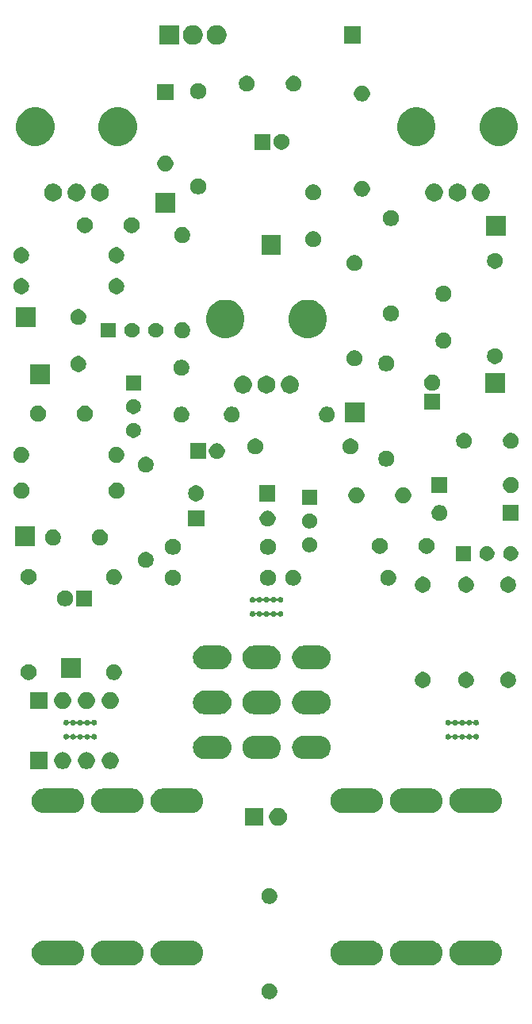
<source format=gbr>
G04 #@! TF.GenerationSoftware,KiCad,Pcbnew,5.1.6*
G04 #@! TF.CreationDate,2020-08-29T12:35:48+02:00*
G04 #@! TF.ProjectId,bigmuff,6269676d-7566-4662-9e6b-696361645f70,rev?*
G04 #@! TF.SameCoordinates,Original*
G04 #@! TF.FileFunction,Soldermask,Top*
G04 #@! TF.FilePolarity,Negative*
%FSLAX46Y46*%
G04 Gerber Fmt 4.6, Leading zero omitted, Abs format (unit mm)*
G04 Created by KiCad (PCBNEW 5.1.6) date 2020-08-29 12:35:48*
%MOMM*%
%LPD*%
G01*
G04 APERTURE LIST*
%ADD10C,0.100000*%
G04 APERTURE END LIST*
D10*
G36*
X147648228Y-153881703D02*
G01*
X147803100Y-153945853D01*
X147942481Y-154038985D01*
X148061015Y-154157519D01*
X148154147Y-154296900D01*
X148218297Y-154451772D01*
X148251000Y-154616184D01*
X148251000Y-154783816D01*
X148218297Y-154948228D01*
X148154147Y-155103100D01*
X148061015Y-155242481D01*
X147942481Y-155361015D01*
X147803100Y-155454147D01*
X147648228Y-155518297D01*
X147483816Y-155551000D01*
X147316184Y-155551000D01*
X147151772Y-155518297D01*
X146996900Y-155454147D01*
X146857519Y-155361015D01*
X146738985Y-155242481D01*
X146645853Y-155103100D01*
X146581703Y-154948228D01*
X146549000Y-154783816D01*
X146549000Y-154616184D01*
X146581703Y-154451772D01*
X146645853Y-154296900D01*
X146738985Y-154157519D01*
X146857519Y-154038985D01*
X146996900Y-153945853D01*
X147151772Y-153881703D01*
X147316184Y-153849000D01*
X147483816Y-153849000D01*
X147648228Y-153881703D01*
G37*
G36*
X171109473Y-149323413D02*
G01*
X171205040Y-149332825D01*
X171450280Y-149407218D01*
X171676294Y-149528025D01*
X171727899Y-149570376D01*
X171874397Y-149690603D01*
X171994624Y-149837101D01*
X172036975Y-149888706D01*
X172157782Y-150114720D01*
X172232175Y-150359960D01*
X172257294Y-150615000D01*
X172232175Y-150870040D01*
X172157782Y-151115280D01*
X172036975Y-151341294D01*
X171994624Y-151392899D01*
X171874397Y-151539397D01*
X171727899Y-151659624D01*
X171676294Y-151701975D01*
X171450280Y-151822782D01*
X171205040Y-151897175D01*
X171109472Y-151906588D01*
X171013906Y-151916000D01*
X167886094Y-151916000D01*
X167790528Y-151906588D01*
X167694960Y-151897175D01*
X167449720Y-151822782D01*
X167223706Y-151701975D01*
X167172101Y-151659624D01*
X167025603Y-151539397D01*
X166905376Y-151392899D01*
X166863025Y-151341294D01*
X166742218Y-151115280D01*
X166667825Y-150870040D01*
X166642706Y-150615000D01*
X166667825Y-150359960D01*
X166742218Y-150114720D01*
X166863025Y-149888706D01*
X166905376Y-149837101D01*
X167025603Y-149690603D01*
X167172101Y-149570376D01*
X167223706Y-149528025D01*
X167449720Y-149407218D01*
X167694960Y-149332825D01*
X167790527Y-149323413D01*
X167886094Y-149314000D01*
X171013906Y-149314000D01*
X171109473Y-149323413D01*
G37*
G36*
X139209473Y-149323413D02*
G01*
X139305040Y-149332825D01*
X139550280Y-149407218D01*
X139776294Y-149528025D01*
X139827899Y-149570376D01*
X139974397Y-149690603D01*
X140094624Y-149837101D01*
X140136975Y-149888706D01*
X140257782Y-150114720D01*
X140332175Y-150359960D01*
X140357294Y-150615000D01*
X140332175Y-150870040D01*
X140257782Y-151115280D01*
X140136975Y-151341294D01*
X140094624Y-151392899D01*
X139974397Y-151539397D01*
X139827899Y-151659624D01*
X139776294Y-151701975D01*
X139550280Y-151822782D01*
X139305040Y-151897175D01*
X139209472Y-151906588D01*
X139113906Y-151916000D01*
X135986094Y-151916000D01*
X135890528Y-151906588D01*
X135794960Y-151897175D01*
X135549720Y-151822782D01*
X135323706Y-151701975D01*
X135272101Y-151659624D01*
X135125603Y-151539397D01*
X135005376Y-151392899D01*
X134963025Y-151341294D01*
X134842218Y-151115280D01*
X134767825Y-150870040D01*
X134742706Y-150615000D01*
X134767825Y-150359960D01*
X134842218Y-150114720D01*
X134963025Y-149888706D01*
X135005376Y-149837101D01*
X135125603Y-149690603D01*
X135272101Y-149570376D01*
X135323706Y-149528025D01*
X135549720Y-149407218D01*
X135794960Y-149332825D01*
X135890527Y-149323413D01*
X135986094Y-149314000D01*
X139113906Y-149314000D01*
X139209473Y-149323413D01*
G37*
G36*
X126509473Y-149323413D02*
G01*
X126605040Y-149332825D01*
X126850280Y-149407218D01*
X127076294Y-149528025D01*
X127127899Y-149570376D01*
X127274397Y-149690603D01*
X127394624Y-149837101D01*
X127436975Y-149888706D01*
X127557782Y-150114720D01*
X127632175Y-150359960D01*
X127657294Y-150615000D01*
X127632175Y-150870040D01*
X127557782Y-151115280D01*
X127436975Y-151341294D01*
X127394624Y-151392899D01*
X127274397Y-151539397D01*
X127127899Y-151659624D01*
X127076294Y-151701975D01*
X126850280Y-151822782D01*
X126605040Y-151897175D01*
X126509472Y-151906588D01*
X126413906Y-151916000D01*
X123286094Y-151916000D01*
X123190528Y-151906588D01*
X123094960Y-151897175D01*
X122849720Y-151822782D01*
X122623706Y-151701975D01*
X122572101Y-151659624D01*
X122425603Y-151539397D01*
X122305376Y-151392899D01*
X122263025Y-151341294D01*
X122142218Y-151115280D01*
X122067825Y-150870040D01*
X122042706Y-150615000D01*
X122067825Y-150359960D01*
X122142218Y-150114720D01*
X122263025Y-149888706D01*
X122305376Y-149837101D01*
X122425603Y-149690603D01*
X122572101Y-149570376D01*
X122623706Y-149528025D01*
X122849720Y-149407218D01*
X123094960Y-149332825D01*
X123190527Y-149323413D01*
X123286094Y-149314000D01*
X126413906Y-149314000D01*
X126509473Y-149323413D01*
G37*
G36*
X132859473Y-149323413D02*
G01*
X132955040Y-149332825D01*
X133200280Y-149407218D01*
X133426294Y-149528025D01*
X133477899Y-149570376D01*
X133624397Y-149690603D01*
X133744624Y-149837101D01*
X133786975Y-149888706D01*
X133907782Y-150114720D01*
X133982175Y-150359960D01*
X134007294Y-150615000D01*
X133982175Y-150870040D01*
X133907782Y-151115280D01*
X133786975Y-151341294D01*
X133744624Y-151392899D01*
X133624397Y-151539397D01*
X133477899Y-151659624D01*
X133426294Y-151701975D01*
X133200280Y-151822782D01*
X132955040Y-151897175D01*
X132859472Y-151906588D01*
X132763906Y-151916000D01*
X129636094Y-151916000D01*
X129540528Y-151906588D01*
X129444960Y-151897175D01*
X129199720Y-151822782D01*
X128973706Y-151701975D01*
X128922101Y-151659624D01*
X128775603Y-151539397D01*
X128655376Y-151392899D01*
X128613025Y-151341294D01*
X128492218Y-151115280D01*
X128417825Y-150870040D01*
X128392706Y-150615000D01*
X128417825Y-150359960D01*
X128492218Y-150114720D01*
X128613025Y-149888706D01*
X128655376Y-149837101D01*
X128775603Y-149690603D01*
X128922101Y-149570376D01*
X128973706Y-149528025D01*
X129199720Y-149407218D01*
X129444960Y-149332825D01*
X129540527Y-149323413D01*
X129636094Y-149314000D01*
X132763906Y-149314000D01*
X132859473Y-149323413D01*
G37*
G36*
X158409473Y-149323413D02*
G01*
X158505040Y-149332825D01*
X158750280Y-149407218D01*
X158976294Y-149528025D01*
X159027899Y-149570376D01*
X159174397Y-149690603D01*
X159294624Y-149837101D01*
X159336975Y-149888706D01*
X159457782Y-150114720D01*
X159532175Y-150359960D01*
X159557294Y-150615000D01*
X159532175Y-150870040D01*
X159457782Y-151115280D01*
X159336975Y-151341294D01*
X159294624Y-151392899D01*
X159174397Y-151539397D01*
X159027899Y-151659624D01*
X158976294Y-151701975D01*
X158750280Y-151822782D01*
X158505040Y-151897175D01*
X158409472Y-151906588D01*
X158313906Y-151916000D01*
X155186094Y-151916000D01*
X155090528Y-151906588D01*
X154994960Y-151897175D01*
X154749720Y-151822782D01*
X154523706Y-151701975D01*
X154472101Y-151659624D01*
X154325603Y-151539397D01*
X154205376Y-151392899D01*
X154163025Y-151341294D01*
X154042218Y-151115280D01*
X153967825Y-150870040D01*
X153942706Y-150615000D01*
X153967825Y-150359960D01*
X154042218Y-150114720D01*
X154163025Y-149888706D01*
X154205376Y-149837101D01*
X154325603Y-149690603D01*
X154472101Y-149570376D01*
X154523706Y-149528025D01*
X154749720Y-149407218D01*
X154994960Y-149332825D01*
X155090527Y-149323413D01*
X155186094Y-149314000D01*
X158313906Y-149314000D01*
X158409473Y-149323413D01*
G37*
G36*
X164759473Y-149323413D02*
G01*
X164855040Y-149332825D01*
X165100280Y-149407218D01*
X165326294Y-149528025D01*
X165377899Y-149570376D01*
X165524397Y-149690603D01*
X165644624Y-149837101D01*
X165686975Y-149888706D01*
X165807782Y-150114720D01*
X165882175Y-150359960D01*
X165907294Y-150615000D01*
X165882175Y-150870040D01*
X165807782Y-151115280D01*
X165686975Y-151341294D01*
X165644624Y-151392899D01*
X165524397Y-151539397D01*
X165377899Y-151659624D01*
X165326294Y-151701975D01*
X165100280Y-151822782D01*
X164855040Y-151897175D01*
X164759472Y-151906588D01*
X164663906Y-151916000D01*
X161536094Y-151916000D01*
X161440528Y-151906588D01*
X161344960Y-151897175D01*
X161099720Y-151822782D01*
X160873706Y-151701975D01*
X160822101Y-151659624D01*
X160675603Y-151539397D01*
X160555376Y-151392899D01*
X160513025Y-151341294D01*
X160392218Y-151115280D01*
X160317825Y-150870040D01*
X160292706Y-150615000D01*
X160317825Y-150359960D01*
X160392218Y-150114720D01*
X160513025Y-149888706D01*
X160555376Y-149837101D01*
X160675603Y-149690603D01*
X160822101Y-149570376D01*
X160873706Y-149528025D01*
X161099720Y-149407218D01*
X161344960Y-149332825D01*
X161440527Y-149323413D01*
X161536094Y-149314000D01*
X164663906Y-149314000D01*
X164759473Y-149323413D01*
G37*
G36*
X147648228Y-143721703D02*
G01*
X147803100Y-143785853D01*
X147942481Y-143878985D01*
X148061015Y-143997519D01*
X148154147Y-144136900D01*
X148218297Y-144291772D01*
X148251000Y-144456184D01*
X148251000Y-144623816D01*
X148218297Y-144788228D01*
X148154147Y-144943100D01*
X148061015Y-145082481D01*
X147942481Y-145201015D01*
X147803100Y-145294147D01*
X147648228Y-145358297D01*
X147483816Y-145391000D01*
X147316184Y-145391000D01*
X147151772Y-145358297D01*
X146996900Y-145294147D01*
X146857519Y-145201015D01*
X146738985Y-145082481D01*
X146645853Y-144943100D01*
X146581703Y-144788228D01*
X146549000Y-144623816D01*
X146549000Y-144456184D01*
X146581703Y-144291772D01*
X146645853Y-144136900D01*
X146738985Y-143997519D01*
X146857519Y-143878985D01*
X146996900Y-143785853D01*
X147151772Y-143721703D01*
X147316184Y-143689000D01*
X147483816Y-143689000D01*
X147648228Y-143721703D01*
G37*
G36*
X146751000Y-137051000D02*
G01*
X144849000Y-137051000D01*
X144849000Y-135149000D01*
X146751000Y-135149000D01*
X146751000Y-137051000D01*
G37*
G36*
X148617395Y-135185546D02*
G01*
X148790466Y-135257234D01*
X148790467Y-135257235D01*
X148946227Y-135361310D01*
X149078690Y-135493773D01*
X149078691Y-135493775D01*
X149182766Y-135649534D01*
X149254454Y-135822605D01*
X149291000Y-136006333D01*
X149291000Y-136193667D01*
X149254454Y-136377395D01*
X149182766Y-136550466D01*
X149182765Y-136550467D01*
X149078690Y-136706227D01*
X148946227Y-136838690D01*
X148867818Y-136891081D01*
X148790466Y-136942766D01*
X148617395Y-137014454D01*
X148433667Y-137051000D01*
X148246333Y-137051000D01*
X148062605Y-137014454D01*
X147889534Y-136942766D01*
X147812182Y-136891081D01*
X147733773Y-136838690D01*
X147601310Y-136706227D01*
X147497235Y-136550467D01*
X147497234Y-136550466D01*
X147425546Y-136377395D01*
X147389000Y-136193667D01*
X147389000Y-136006333D01*
X147425546Y-135822605D01*
X147497234Y-135649534D01*
X147601309Y-135493775D01*
X147601310Y-135493773D01*
X147733773Y-135361310D01*
X147889533Y-135257235D01*
X147889534Y-135257234D01*
X148062605Y-135185546D01*
X148246333Y-135149000D01*
X148433667Y-135149000D01*
X148617395Y-135185546D01*
G37*
G36*
X164759473Y-133093413D02*
G01*
X164855040Y-133102825D01*
X165100280Y-133177218D01*
X165326294Y-133298025D01*
X165377899Y-133340376D01*
X165524397Y-133460603D01*
X165644624Y-133607101D01*
X165686975Y-133658706D01*
X165807782Y-133884720D01*
X165882175Y-134129960D01*
X165907294Y-134385000D01*
X165882175Y-134640040D01*
X165807782Y-134885280D01*
X165686975Y-135111294D01*
X165656030Y-135149000D01*
X165524397Y-135309397D01*
X165377899Y-135429624D01*
X165326294Y-135471975D01*
X165100280Y-135592782D01*
X164855040Y-135667175D01*
X164759473Y-135676587D01*
X164663906Y-135686000D01*
X161536094Y-135686000D01*
X161440527Y-135676587D01*
X161344960Y-135667175D01*
X161099720Y-135592782D01*
X160873706Y-135471975D01*
X160822101Y-135429624D01*
X160675603Y-135309397D01*
X160543970Y-135149000D01*
X160513025Y-135111294D01*
X160392218Y-134885280D01*
X160317825Y-134640040D01*
X160292706Y-134385000D01*
X160317825Y-134129960D01*
X160392218Y-133884720D01*
X160513025Y-133658706D01*
X160555376Y-133607101D01*
X160675603Y-133460603D01*
X160822101Y-133340376D01*
X160873706Y-133298025D01*
X161099720Y-133177218D01*
X161344960Y-133102825D01*
X161440527Y-133093413D01*
X161536094Y-133084000D01*
X164663906Y-133084000D01*
X164759473Y-133093413D01*
G37*
G36*
X171109473Y-133093413D02*
G01*
X171205040Y-133102825D01*
X171450280Y-133177218D01*
X171676294Y-133298025D01*
X171727899Y-133340376D01*
X171874397Y-133460603D01*
X171994624Y-133607101D01*
X172036975Y-133658706D01*
X172157782Y-133884720D01*
X172232175Y-134129960D01*
X172257294Y-134385000D01*
X172232175Y-134640040D01*
X172157782Y-134885280D01*
X172036975Y-135111294D01*
X172006030Y-135149000D01*
X171874397Y-135309397D01*
X171727899Y-135429624D01*
X171676294Y-135471975D01*
X171450280Y-135592782D01*
X171205040Y-135667175D01*
X171109473Y-135676587D01*
X171013906Y-135686000D01*
X167886094Y-135686000D01*
X167790527Y-135676587D01*
X167694960Y-135667175D01*
X167449720Y-135592782D01*
X167223706Y-135471975D01*
X167172101Y-135429624D01*
X167025603Y-135309397D01*
X166893970Y-135149000D01*
X166863025Y-135111294D01*
X166742218Y-134885280D01*
X166667825Y-134640040D01*
X166642706Y-134385000D01*
X166667825Y-134129960D01*
X166742218Y-133884720D01*
X166863025Y-133658706D01*
X166905376Y-133607101D01*
X167025603Y-133460603D01*
X167172101Y-133340376D01*
X167223706Y-133298025D01*
X167449720Y-133177218D01*
X167694960Y-133102825D01*
X167790527Y-133093413D01*
X167886094Y-133084000D01*
X171013906Y-133084000D01*
X171109473Y-133093413D01*
G37*
G36*
X158409473Y-133093413D02*
G01*
X158505040Y-133102825D01*
X158750280Y-133177218D01*
X158976294Y-133298025D01*
X159027899Y-133340376D01*
X159174397Y-133460603D01*
X159294624Y-133607101D01*
X159336975Y-133658706D01*
X159457782Y-133884720D01*
X159532175Y-134129960D01*
X159557294Y-134385000D01*
X159532175Y-134640040D01*
X159457782Y-134885280D01*
X159336975Y-135111294D01*
X159306030Y-135149000D01*
X159174397Y-135309397D01*
X159027899Y-135429624D01*
X158976294Y-135471975D01*
X158750280Y-135592782D01*
X158505040Y-135667175D01*
X158409473Y-135676587D01*
X158313906Y-135686000D01*
X155186094Y-135686000D01*
X155090527Y-135676587D01*
X154994960Y-135667175D01*
X154749720Y-135592782D01*
X154523706Y-135471975D01*
X154472101Y-135429624D01*
X154325603Y-135309397D01*
X154193970Y-135149000D01*
X154163025Y-135111294D01*
X154042218Y-134885280D01*
X153967825Y-134640040D01*
X153942706Y-134385000D01*
X153967825Y-134129960D01*
X154042218Y-133884720D01*
X154163025Y-133658706D01*
X154205376Y-133607101D01*
X154325603Y-133460603D01*
X154472101Y-133340376D01*
X154523706Y-133298025D01*
X154749720Y-133177218D01*
X154994960Y-133102825D01*
X155090527Y-133093413D01*
X155186094Y-133084000D01*
X158313906Y-133084000D01*
X158409473Y-133093413D01*
G37*
G36*
X132859473Y-133093413D02*
G01*
X132955040Y-133102825D01*
X133200280Y-133177218D01*
X133426294Y-133298025D01*
X133477899Y-133340376D01*
X133624397Y-133460603D01*
X133744624Y-133607101D01*
X133786975Y-133658706D01*
X133907782Y-133884720D01*
X133982175Y-134129960D01*
X134007294Y-134385000D01*
X133982175Y-134640040D01*
X133907782Y-134885280D01*
X133786975Y-135111294D01*
X133756030Y-135149000D01*
X133624397Y-135309397D01*
X133477899Y-135429624D01*
X133426294Y-135471975D01*
X133200280Y-135592782D01*
X132955040Y-135667175D01*
X132859473Y-135676587D01*
X132763906Y-135686000D01*
X129636094Y-135686000D01*
X129540527Y-135676587D01*
X129444960Y-135667175D01*
X129199720Y-135592782D01*
X128973706Y-135471975D01*
X128922101Y-135429624D01*
X128775603Y-135309397D01*
X128643970Y-135149000D01*
X128613025Y-135111294D01*
X128492218Y-134885280D01*
X128417825Y-134640040D01*
X128392706Y-134385000D01*
X128417825Y-134129960D01*
X128492218Y-133884720D01*
X128613025Y-133658706D01*
X128655376Y-133607101D01*
X128775603Y-133460603D01*
X128922101Y-133340376D01*
X128973706Y-133298025D01*
X129199720Y-133177218D01*
X129444960Y-133102825D01*
X129540527Y-133093413D01*
X129636094Y-133084000D01*
X132763906Y-133084000D01*
X132859473Y-133093413D01*
G37*
G36*
X126509473Y-133093413D02*
G01*
X126605040Y-133102825D01*
X126850280Y-133177218D01*
X127076294Y-133298025D01*
X127127899Y-133340376D01*
X127274397Y-133460603D01*
X127394624Y-133607101D01*
X127436975Y-133658706D01*
X127557782Y-133884720D01*
X127632175Y-134129960D01*
X127657294Y-134385000D01*
X127632175Y-134640040D01*
X127557782Y-134885280D01*
X127436975Y-135111294D01*
X127406030Y-135149000D01*
X127274397Y-135309397D01*
X127127899Y-135429624D01*
X127076294Y-135471975D01*
X126850280Y-135592782D01*
X126605040Y-135667175D01*
X126509473Y-135676587D01*
X126413906Y-135686000D01*
X123286094Y-135686000D01*
X123190527Y-135676587D01*
X123094960Y-135667175D01*
X122849720Y-135592782D01*
X122623706Y-135471975D01*
X122572101Y-135429624D01*
X122425603Y-135309397D01*
X122293970Y-135149000D01*
X122263025Y-135111294D01*
X122142218Y-134885280D01*
X122067825Y-134640040D01*
X122042706Y-134385000D01*
X122067825Y-134129960D01*
X122142218Y-133884720D01*
X122263025Y-133658706D01*
X122305376Y-133607101D01*
X122425603Y-133460603D01*
X122572101Y-133340376D01*
X122623706Y-133298025D01*
X122849720Y-133177218D01*
X123094960Y-133102825D01*
X123190527Y-133093413D01*
X123286094Y-133084000D01*
X126413906Y-133084000D01*
X126509473Y-133093413D01*
G37*
G36*
X139209473Y-133093413D02*
G01*
X139305040Y-133102825D01*
X139550280Y-133177218D01*
X139776294Y-133298025D01*
X139827899Y-133340376D01*
X139974397Y-133460603D01*
X140094624Y-133607101D01*
X140136975Y-133658706D01*
X140257782Y-133884720D01*
X140332175Y-134129960D01*
X140357294Y-134385000D01*
X140332175Y-134640040D01*
X140257782Y-134885280D01*
X140136975Y-135111294D01*
X140106030Y-135149000D01*
X139974397Y-135309397D01*
X139827899Y-135429624D01*
X139776294Y-135471975D01*
X139550280Y-135592782D01*
X139305040Y-135667175D01*
X139209473Y-135676587D01*
X139113906Y-135686000D01*
X135986094Y-135686000D01*
X135890527Y-135676587D01*
X135794960Y-135667175D01*
X135549720Y-135592782D01*
X135323706Y-135471975D01*
X135272101Y-135429624D01*
X135125603Y-135309397D01*
X134993970Y-135149000D01*
X134963025Y-135111294D01*
X134842218Y-134885280D01*
X134767825Y-134640040D01*
X134742706Y-134385000D01*
X134767825Y-134129960D01*
X134842218Y-133884720D01*
X134963025Y-133658706D01*
X135005376Y-133607101D01*
X135125603Y-133460603D01*
X135272101Y-133340376D01*
X135323706Y-133298025D01*
X135549720Y-133177218D01*
X135794960Y-133102825D01*
X135890527Y-133093413D01*
X135986094Y-133084000D01*
X139113906Y-133084000D01*
X139209473Y-133093413D01*
G37*
G36*
X130533512Y-129203927D02*
G01*
X130682812Y-129233624D01*
X130846784Y-129301544D01*
X130994354Y-129400147D01*
X131119853Y-129525646D01*
X131218456Y-129673216D01*
X131286376Y-129837188D01*
X131321000Y-130011259D01*
X131321000Y-130188741D01*
X131286376Y-130362812D01*
X131218456Y-130526784D01*
X131119853Y-130674354D01*
X130994354Y-130799853D01*
X130846784Y-130898456D01*
X130682812Y-130966376D01*
X130533512Y-130996073D01*
X130508742Y-131001000D01*
X130331258Y-131001000D01*
X130306488Y-130996073D01*
X130157188Y-130966376D01*
X129993216Y-130898456D01*
X129845646Y-130799853D01*
X129720147Y-130674354D01*
X129621544Y-130526784D01*
X129553624Y-130362812D01*
X129519000Y-130188741D01*
X129519000Y-130011259D01*
X129553624Y-129837188D01*
X129621544Y-129673216D01*
X129720147Y-129525646D01*
X129845646Y-129400147D01*
X129993216Y-129301544D01*
X130157188Y-129233624D01*
X130306488Y-129203927D01*
X130331258Y-129199000D01*
X130508742Y-129199000D01*
X130533512Y-129203927D01*
G37*
G36*
X123701000Y-131001000D02*
G01*
X121899000Y-131001000D01*
X121899000Y-129199000D01*
X123701000Y-129199000D01*
X123701000Y-131001000D01*
G37*
G36*
X125453512Y-129203927D02*
G01*
X125602812Y-129233624D01*
X125766784Y-129301544D01*
X125914354Y-129400147D01*
X126039853Y-129525646D01*
X126138456Y-129673216D01*
X126206376Y-129837188D01*
X126241000Y-130011259D01*
X126241000Y-130188741D01*
X126206376Y-130362812D01*
X126138456Y-130526784D01*
X126039853Y-130674354D01*
X125914354Y-130799853D01*
X125766784Y-130898456D01*
X125602812Y-130966376D01*
X125453512Y-130996073D01*
X125428742Y-131001000D01*
X125251258Y-131001000D01*
X125226488Y-130996073D01*
X125077188Y-130966376D01*
X124913216Y-130898456D01*
X124765646Y-130799853D01*
X124640147Y-130674354D01*
X124541544Y-130526784D01*
X124473624Y-130362812D01*
X124439000Y-130188741D01*
X124439000Y-130011259D01*
X124473624Y-129837188D01*
X124541544Y-129673216D01*
X124640147Y-129525646D01*
X124765646Y-129400147D01*
X124913216Y-129301544D01*
X125077188Y-129233624D01*
X125226488Y-129203927D01*
X125251258Y-129199000D01*
X125428742Y-129199000D01*
X125453512Y-129203927D01*
G37*
G36*
X127993512Y-129203927D02*
G01*
X128142812Y-129233624D01*
X128306784Y-129301544D01*
X128454354Y-129400147D01*
X128579853Y-129525646D01*
X128678456Y-129673216D01*
X128746376Y-129837188D01*
X128781000Y-130011259D01*
X128781000Y-130188741D01*
X128746376Y-130362812D01*
X128678456Y-130526784D01*
X128579853Y-130674354D01*
X128454354Y-130799853D01*
X128306784Y-130898456D01*
X128142812Y-130966376D01*
X127993512Y-130996073D01*
X127968742Y-131001000D01*
X127791258Y-131001000D01*
X127766488Y-130996073D01*
X127617188Y-130966376D01*
X127453216Y-130898456D01*
X127305646Y-130799853D01*
X127180147Y-130674354D01*
X127081544Y-130526784D01*
X127013624Y-130362812D01*
X126979000Y-130188741D01*
X126979000Y-130011259D01*
X127013624Y-129837188D01*
X127081544Y-129673216D01*
X127180147Y-129525646D01*
X127305646Y-129400147D01*
X127453216Y-129301544D01*
X127617188Y-129233624D01*
X127766488Y-129203927D01*
X127791258Y-129199000D01*
X127968742Y-129199000D01*
X127993512Y-129203927D01*
G37*
G36*
X147645239Y-127467101D02*
G01*
X147881053Y-127538634D01*
X148098381Y-127654799D01*
X148288871Y-127811129D01*
X148445201Y-128001619D01*
X148561366Y-128218947D01*
X148632899Y-128454761D01*
X148657053Y-128700000D01*
X148632899Y-128945239D01*
X148561366Y-129181053D01*
X148445201Y-129398381D01*
X148288871Y-129588871D01*
X148098381Y-129745201D01*
X147881053Y-129861366D01*
X147645239Y-129932899D01*
X147461457Y-129951000D01*
X145738543Y-129951000D01*
X145554761Y-129932899D01*
X145318947Y-129861366D01*
X145101619Y-129745201D01*
X144911129Y-129588871D01*
X144754799Y-129398381D01*
X144638634Y-129181053D01*
X144567101Y-128945239D01*
X144542947Y-128700000D01*
X144567101Y-128454761D01*
X144638634Y-128218947D01*
X144754799Y-128001619D01*
X144911129Y-127811129D01*
X145101619Y-127654799D01*
X145318947Y-127538634D01*
X145554761Y-127467101D01*
X145738543Y-127449000D01*
X147461457Y-127449000D01*
X147645239Y-127467101D01*
G37*
G36*
X142345239Y-127467101D02*
G01*
X142581053Y-127538634D01*
X142798381Y-127654799D01*
X142988871Y-127811129D01*
X143145201Y-128001619D01*
X143261366Y-128218947D01*
X143332899Y-128454761D01*
X143357053Y-128700000D01*
X143332899Y-128945239D01*
X143261366Y-129181053D01*
X143145201Y-129398381D01*
X142988871Y-129588871D01*
X142798381Y-129745201D01*
X142581053Y-129861366D01*
X142345239Y-129932899D01*
X142161457Y-129951000D01*
X140438543Y-129951000D01*
X140254761Y-129932899D01*
X140018947Y-129861366D01*
X139801619Y-129745201D01*
X139611129Y-129588871D01*
X139454799Y-129398381D01*
X139338634Y-129181053D01*
X139267101Y-128945239D01*
X139242947Y-128700000D01*
X139267101Y-128454761D01*
X139338634Y-128218947D01*
X139454799Y-128001619D01*
X139611129Y-127811129D01*
X139801619Y-127654799D01*
X140018947Y-127538634D01*
X140254761Y-127467101D01*
X140438543Y-127449000D01*
X142161457Y-127449000D01*
X142345239Y-127467101D01*
G37*
G36*
X152945239Y-127467101D02*
G01*
X153181053Y-127538634D01*
X153398381Y-127654799D01*
X153588871Y-127811129D01*
X153745201Y-128001619D01*
X153861366Y-128218947D01*
X153932899Y-128454761D01*
X153957053Y-128700000D01*
X153932899Y-128945239D01*
X153861366Y-129181053D01*
X153745201Y-129398381D01*
X153588871Y-129588871D01*
X153398381Y-129745201D01*
X153181053Y-129861366D01*
X152945239Y-129932899D01*
X152761457Y-129951000D01*
X151038543Y-129951000D01*
X150854761Y-129932899D01*
X150618947Y-129861366D01*
X150401619Y-129745201D01*
X150211129Y-129588871D01*
X150054799Y-129398381D01*
X149938634Y-129181053D01*
X149867101Y-128945239D01*
X149842947Y-128700000D01*
X149867101Y-128454761D01*
X149938634Y-128218947D01*
X150054799Y-128001619D01*
X150211129Y-127811129D01*
X150401619Y-127654799D01*
X150618947Y-127538634D01*
X150854761Y-127467101D01*
X151038543Y-127449000D01*
X152761457Y-127449000D01*
X152945239Y-127467101D01*
G37*
G36*
X166587797Y-127260567D02*
G01*
X166642575Y-127283257D01*
X166642577Y-127283258D01*
X166691876Y-127316198D01*
X166733802Y-127358124D01*
X166766742Y-127407423D01*
X166771067Y-127413896D01*
X166786612Y-127432838D01*
X166805554Y-127448383D01*
X166827165Y-127459934D01*
X166850614Y-127467047D01*
X166875000Y-127469449D01*
X166899386Y-127467047D01*
X166922835Y-127459934D01*
X166944446Y-127448383D01*
X166963388Y-127432838D01*
X166978933Y-127413896D01*
X166983258Y-127407423D01*
X167016198Y-127358124D01*
X167058124Y-127316198D01*
X167107423Y-127283258D01*
X167107425Y-127283257D01*
X167162203Y-127260567D01*
X167220353Y-127249000D01*
X167279647Y-127249000D01*
X167337797Y-127260567D01*
X167392575Y-127283257D01*
X167392577Y-127283258D01*
X167441876Y-127316198D01*
X167483802Y-127358124D01*
X167516742Y-127407423D01*
X167521067Y-127413896D01*
X167536612Y-127432838D01*
X167555554Y-127448383D01*
X167577165Y-127459934D01*
X167600614Y-127467047D01*
X167625000Y-127469449D01*
X167649386Y-127467047D01*
X167672835Y-127459934D01*
X167694446Y-127448383D01*
X167713388Y-127432838D01*
X167728933Y-127413896D01*
X167733258Y-127407423D01*
X167766198Y-127358124D01*
X167808124Y-127316198D01*
X167857423Y-127283258D01*
X167857425Y-127283257D01*
X167912203Y-127260567D01*
X167970353Y-127249000D01*
X168029647Y-127249000D01*
X168087797Y-127260567D01*
X168142575Y-127283257D01*
X168142577Y-127283258D01*
X168191876Y-127316198D01*
X168233802Y-127358124D01*
X168266742Y-127407423D01*
X168271067Y-127413896D01*
X168286612Y-127432838D01*
X168305554Y-127448383D01*
X168327165Y-127459934D01*
X168350614Y-127467047D01*
X168375000Y-127469449D01*
X168399386Y-127467047D01*
X168422835Y-127459934D01*
X168444446Y-127448383D01*
X168463388Y-127432838D01*
X168478933Y-127413896D01*
X168483258Y-127407423D01*
X168516198Y-127358124D01*
X168558124Y-127316198D01*
X168607423Y-127283258D01*
X168607425Y-127283257D01*
X168662203Y-127260567D01*
X168720353Y-127249000D01*
X168779647Y-127249000D01*
X168837797Y-127260567D01*
X168892575Y-127283257D01*
X168892577Y-127283258D01*
X168941876Y-127316198D01*
X168983802Y-127358124D01*
X169016742Y-127407423D01*
X169021067Y-127413896D01*
X169036612Y-127432838D01*
X169055554Y-127448383D01*
X169077165Y-127459934D01*
X169100614Y-127467047D01*
X169125000Y-127469449D01*
X169149386Y-127467047D01*
X169172835Y-127459934D01*
X169194446Y-127448383D01*
X169213388Y-127432838D01*
X169228933Y-127413896D01*
X169233258Y-127407423D01*
X169266198Y-127358124D01*
X169308124Y-127316198D01*
X169357423Y-127283258D01*
X169357425Y-127283257D01*
X169412203Y-127260567D01*
X169470353Y-127249000D01*
X169529647Y-127249000D01*
X169587797Y-127260567D01*
X169642575Y-127283257D01*
X169642577Y-127283258D01*
X169691876Y-127316198D01*
X169733802Y-127358124D01*
X169766742Y-127407423D01*
X169766743Y-127407425D01*
X169789433Y-127462203D01*
X169801000Y-127520353D01*
X169801000Y-127579647D01*
X169789433Y-127637797D01*
X169769423Y-127686104D01*
X169766742Y-127692577D01*
X169733802Y-127741876D01*
X169691876Y-127783802D01*
X169642577Y-127816742D01*
X169642576Y-127816743D01*
X169642575Y-127816743D01*
X169587797Y-127839433D01*
X169529647Y-127851000D01*
X169470353Y-127851000D01*
X169412203Y-127839433D01*
X169357425Y-127816743D01*
X169357424Y-127816743D01*
X169357423Y-127816742D01*
X169308124Y-127783802D01*
X169266198Y-127741876D01*
X169233258Y-127692577D01*
X169233257Y-127692575D01*
X169228933Y-127686104D01*
X169213388Y-127667162D01*
X169194446Y-127651617D01*
X169172835Y-127640066D01*
X169149386Y-127632953D01*
X169125000Y-127630551D01*
X169100614Y-127632953D01*
X169077165Y-127640066D01*
X169055554Y-127651617D01*
X169036612Y-127667162D01*
X169021067Y-127686104D01*
X169016743Y-127692575D01*
X169016742Y-127692577D01*
X168983802Y-127741876D01*
X168941876Y-127783802D01*
X168892577Y-127816742D01*
X168892576Y-127816743D01*
X168892575Y-127816743D01*
X168837797Y-127839433D01*
X168779647Y-127851000D01*
X168720353Y-127851000D01*
X168662203Y-127839433D01*
X168607425Y-127816743D01*
X168607424Y-127816743D01*
X168607423Y-127816742D01*
X168558124Y-127783802D01*
X168516198Y-127741876D01*
X168483258Y-127692577D01*
X168483257Y-127692575D01*
X168478933Y-127686104D01*
X168463388Y-127667162D01*
X168444446Y-127651617D01*
X168422835Y-127640066D01*
X168399386Y-127632953D01*
X168375000Y-127630551D01*
X168350614Y-127632953D01*
X168327165Y-127640066D01*
X168305554Y-127651617D01*
X168286612Y-127667162D01*
X168271067Y-127686104D01*
X168266743Y-127692575D01*
X168266742Y-127692577D01*
X168233802Y-127741876D01*
X168191876Y-127783802D01*
X168142577Y-127816742D01*
X168142576Y-127816743D01*
X168142575Y-127816743D01*
X168087797Y-127839433D01*
X168029647Y-127851000D01*
X167970353Y-127851000D01*
X167912203Y-127839433D01*
X167857425Y-127816743D01*
X167857424Y-127816743D01*
X167857423Y-127816742D01*
X167808124Y-127783802D01*
X167766198Y-127741876D01*
X167733258Y-127692577D01*
X167733257Y-127692575D01*
X167728933Y-127686104D01*
X167713388Y-127667162D01*
X167694446Y-127651617D01*
X167672835Y-127640066D01*
X167649386Y-127632953D01*
X167625000Y-127630551D01*
X167600614Y-127632953D01*
X167577165Y-127640066D01*
X167555554Y-127651617D01*
X167536612Y-127667162D01*
X167521067Y-127686104D01*
X167516743Y-127692575D01*
X167516742Y-127692577D01*
X167483802Y-127741876D01*
X167441876Y-127783802D01*
X167392577Y-127816742D01*
X167392576Y-127816743D01*
X167392575Y-127816743D01*
X167337797Y-127839433D01*
X167279647Y-127851000D01*
X167220353Y-127851000D01*
X167162203Y-127839433D01*
X167107425Y-127816743D01*
X167107424Y-127816743D01*
X167107423Y-127816742D01*
X167058124Y-127783802D01*
X167016198Y-127741876D01*
X166983258Y-127692577D01*
X166983257Y-127692575D01*
X166978933Y-127686104D01*
X166963388Y-127667162D01*
X166944446Y-127651617D01*
X166922835Y-127640066D01*
X166899386Y-127632953D01*
X166875000Y-127630551D01*
X166850614Y-127632953D01*
X166827165Y-127640066D01*
X166805554Y-127651617D01*
X166786612Y-127667162D01*
X166771067Y-127686104D01*
X166766743Y-127692575D01*
X166766742Y-127692577D01*
X166733802Y-127741876D01*
X166691876Y-127783802D01*
X166642577Y-127816742D01*
X166642576Y-127816743D01*
X166642575Y-127816743D01*
X166587797Y-127839433D01*
X166529647Y-127851000D01*
X166470353Y-127851000D01*
X166412203Y-127839433D01*
X166357425Y-127816743D01*
X166357424Y-127816743D01*
X166357423Y-127816742D01*
X166308124Y-127783802D01*
X166266198Y-127741876D01*
X166233258Y-127692577D01*
X166230577Y-127686104D01*
X166210567Y-127637797D01*
X166199000Y-127579647D01*
X166199000Y-127520353D01*
X166210567Y-127462203D01*
X166233257Y-127407425D01*
X166233258Y-127407423D01*
X166266198Y-127358124D01*
X166308124Y-127316198D01*
X166357423Y-127283258D01*
X166357425Y-127283257D01*
X166412203Y-127260567D01*
X166470353Y-127249000D01*
X166529647Y-127249000D01*
X166587797Y-127260567D01*
G37*
G36*
X125787797Y-127260567D02*
G01*
X125842575Y-127283257D01*
X125842577Y-127283258D01*
X125891876Y-127316198D01*
X125933802Y-127358124D01*
X125966742Y-127407423D01*
X125971067Y-127413896D01*
X125986612Y-127432838D01*
X126005554Y-127448383D01*
X126027165Y-127459934D01*
X126050614Y-127467047D01*
X126075000Y-127469449D01*
X126099386Y-127467047D01*
X126122835Y-127459934D01*
X126144446Y-127448383D01*
X126163388Y-127432838D01*
X126178933Y-127413896D01*
X126183258Y-127407423D01*
X126216198Y-127358124D01*
X126258124Y-127316198D01*
X126307423Y-127283258D01*
X126307425Y-127283257D01*
X126362203Y-127260567D01*
X126420353Y-127249000D01*
X126479647Y-127249000D01*
X126537797Y-127260567D01*
X126592575Y-127283257D01*
X126592577Y-127283258D01*
X126641876Y-127316198D01*
X126683802Y-127358124D01*
X126716742Y-127407423D01*
X126721067Y-127413896D01*
X126736612Y-127432838D01*
X126755554Y-127448383D01*
X126777165Y-127459934D01*
X126800614Y-127467047D01*
X126825000Y-127469449D01*
X126849386Y-127467047D01*
X126872835Y-127459934D01*
X126894446Y-127448383D01*
X126913388Y-127432838D01*
X126928933Y-127413896D01*
X126933258Y-127407423D01*
X126966198Y-127358124D01*
X127008124Y-127316198D01*
X127057423Y-127283258D01*
X127057425Y-127283257D01*
X127112203Y-127260567D01*
X127170353Y-127249000D01*
X127229647Y-127249000D01*
X127287797Y-127260567D01*
X127342575Y-127283257D01*
X127342577Y-127283258D01*
X127391876Y-127316198D01*
X127433802Y-127358124D01*
X127466742Y-127407423D01*
X127471067Y-127413896D01*
X127486612Y-127432838D01*
X127505554Y-127448383D01*
X127527165Y-127459934D01*
X127550614Y-127467047D01*
X127575000Y-127469449D01*
X127599386Y-127467047D01*
X127622835Y-127459934D01*
X127644446Y-127448383D01*
X127663388Y-127432838D01*
X127678933Y-127413896D01*
X127683258Y-127407423D01*
X127716198Y-127358124D01*
X127758124Y-127316198D01*
X127807423Y-127283258D01*
X127807425Y-127283257D01*
X127862203Y-127260567D01*
X127920353Y-127249000D01*
X127979647Y-127249000D01*
X128037797Y-127260567D01*
X128092575Y-127283257D01*
X128092577Y-127283258D01*
X128141876Y-127316198D01*
X128183802Y-127358124D01*
X128216742Y-127407423D01*
X128221067Y-127413896D01*
X128236612Y-127432838D01*
X128255554Y-127448383D01*
X128277165Y-127459934D01*
X128300614Y-127467047D01*
X128325000Y-127469449D01*
X128349386Y-127467047D01*
X128372835Y-127459934D01*
X128394446Y-127448383D01*
X128413388Y-127432838D01*
X128428933Y-127413896D01*
X128433258Y-127407423D01*
X128466198Y-127358124D01*
X128508124Y-127316198D01*
X128557423Y-127283258D01*
X128557425Y-127283257D01*
X128612203Y-127260567D01*
X128670353Y-127249000D01*
X128729647Y-127249000D01*
X128787797Y-127260567D01*
X128842575Y-127283257D01*
X128842577Y-127283258D01*
X128891876Y-127316198D01*
X128933802Y-127358124D01*
X128966742Y-127407423D01*
X128966743Y-127407425D01*
X128989433Y-127462203D01*
X129001000Y-127520353D01*
X129001000Y-127579647D01*
X128989433Y-127637797D01*
X128969423Y-127686104D01*
X128966742Y-127692577D01*
X128933802Y-127741876D01*
X128891876Y-127783802D01*
X128842577Y-127816742D01*
X128842576Y-127816743D01*
X128842575Y-127816743D01*
X128787797Y-127839433D01*
X128729647Y-127851000D01*
X128670353Y-127851000D01*
X128612203Y-127839433D01*
X128557425Y-127816743D01*
X128557424Y-127816743D01*
X128557423Y-127816742D01*
X128508124Y-127783802D01*
X128466198Y-127741876D01*
X128433258Y-127692577D01*
X128433257Y-127692575D01*
X128428933Y-127686104D01*
X128413388Y-127667162D01*
X128394446Y-127651617D01*
X128372835Y-127640066D01*
X128349386Y-127632953D01*
X128325000Y-127630551D01*
X128300614Y-127632953D01*
X128277165Y-127640066D01*
X128255554Y-127651617D01*
X128236612Y-127667162D01*
X128221067Y-127686104D01*
X128216743Y-127692575D01*
X128216742Y-127692577D01*
X128183802Y-127741876D01*
X128141876Y-127783802D01*
X128092577Y-127816742D01*
X128092576Y-127816743D01*
X128092575Y-127816743D01*
X128037797Y-127839433D01*
X127979647Y-127851000D01*
X127920353Y-127851000D01*
X127862203Y-127839433D01*
X127807425Y-127816743D01*
X127807424Y-127816743D01*
X127807423Y-127816742D01*
X127758124Y-127783802D01*
X127716198Y-127741876D01*
X127683258Y-127692577D01*
X127683257Y-127692575D01*
X127678933Y-127686104D01*
X127663388Y-127667162D01*
X127644446Y-127651617D01*
X127622835Y-127640066D01*
X127599386Y-127632953D01*
X127575000Y-127630551D01*
X127550614Y-127632953D01*
X127527165Y-127640066D01*
X127505554Y-127651617D01*
X127486612Y-127667162D01*
X127471067Y-127686104D01*
X127466743Y-127692575D01*
X127466742Y-127692577D01*
X127433802Y-127741876D01*
X127391876Y-127783802D01*
X127342577Y-127816742D01*
X127342576Y-127816743D01*
X127342575Y-127816743D01*
X127287797Y-127839433D01*
X127229647Y-127851000D01*
X127170353Y-127851000D01*
X127112203Y-127839433D01*
X127057425Y-127816743D01*
X127057424Y-127816743D01*
X127057423Y-127816742D01*
X127008124Y-127783802D01*
X126966198Y-127741876D01*
X126933258Y-127692577D01*
X126933257Y-127692575D01*
X126928933Y-127686104D01*
X126913388Y-127667162D01*
X126894446Y-127651617D01*
X126872835Y-127640066D01*
X126849386Y-127632953D01*
X126825000Y-127630551D01*
X126800614Y-127632953D01*
X126777165Y-127640066D01*
X126755554Y-127651617D01*
X126736612Y-127667162D01*
X126721067Y-127686104D01*
X126716743Y-127692575D01*
X126716742Y-127692577D01*
X126683802Y-127741876D01*
X126641876Y-127783802D01*
X126592577Y-127816742D01*
X126592576Y-127816743D01*
X126592575Y-127816743D01*
X126537797Y-127839433D01*
X126479647Y-127851000D01*
X126420353Y-127851000D01*
X126362203Y-127839433D01*
X126307425Y-127816743D01*
X126307424Y-127816743D01*
X126307423Y-127816742D01*
X126258124Y-127783802D01*
X126216198Y-127741876D01*
X126183258Y-127692577D01*
X126183257Y-127692575D01*
X126178933Y-127686104D01*
X126163388Y-127667162D01*
X126144446Y-127651617D01*
X126122835Y-127640066D01*
X126099386Y-127632953D01*
X126075000Y-127630551D01*
X126050614Y-127632953D01*
X126027165Y-127640066D01*
X126005554Y-127651617D01*
X125986612Y-127667162D01*
X125971067Y-127686104D01*
X125966743Y-127692575D01*
X125966742Y-127692577D01*
X125933802Y-127741876D01*
X125891876Y-127783802D01*
X125842577Y-127816742D01*
X125842576Y-127816743D01*
X125842575Y-127816743D01*
X125787797Y-127839433D01*
X125729647Y-127851000D01*
X125670353Y-127851000D01*
X125612203Y-127839433D01*
X125557425Y-127816743D01*
X125557424Y-127816743D01*
X125557423Y-127816742D01*
X125508124Y-127783802D01*
X125466198Y-127741876D01*
X125433258Y-127692577D01*
X125430577Y-127686104D01*
X125410567Y-127637797D01*
X125399000Y-127579647D01*
X125399000Y-127520353D01*
X125410567Y-127462203D01*
X125433257Y-127407425D01*
X125433258Y-127407423D01*
X125466198Y-127358124D01*
X125508124Y-127316198D01*
X125557423Y-127283258D01*
X125557425Y-127283257D01*
X125612203Y-127260567D01*
X125670353Y-127249000D01*
X125729647Y-127249000D01*
X125787797Y-127260567D01*
G37*
G36*
X125787797Y-125760567D02*
G01*
X125842575Y-125783257D01*
X125842577Y-125783258D01*
X125891876Y-125816198D01*
X125933802Y-125858124D01*
X125966742Y-125907423D01*
X125971067Y-125913896D01*
X125986612Y-125932838D01*
X126005554Y-125948383D01*
X126027165Y-125959934D01*
X126050614Y-125967047D01*
X126075000Y-125969449D01*
X126099386Y-125967047D01*
X126122835Y-125959934D01*
X126144446Y-125948383D01*
X126163388Y-125932838D01*
X126178933Y-125913896D01*
X126183258Y-125907423D01*
X126216198Y-125858124D01*
X126258124Y-125816198D01*
X126307423Y-125783258D01*
X126307425Y-125783257D01*
X126362203Y-125760567D01*
X126420353Y-125749000D01*
X126479647Y-125749000D01*
X126537797Y-125760567D01*
X126592575Y-125783257D01*
X126592577Y-125783258D01*
X126641876Y-125816198D01*
X126683802Y-125858124D01*
X126716742Y-125907423D01*
X126721067Y-125913896D01*
X126736612Y-125932838D01*
X126755554Y-125948383D01*
X126777165Y-125959934D01*
X126800614Y-125967047D01*
X126825000Y-125969449D01*
X126849386Y-125967047D01*
X126872835Y-125959934D01*
X126894446Y-125948383D01*
X126913388Y-125932838D01*
X126928933Y-125913896D01*
X126933258Y-125907423D01*
X126966198Y-125858124D01*
X127008124Y-125816198D01*
X127057423Y-125783258D01*
X127057425Y-125783257D01*
X127112203Y-125760567D01*
X127170353Y-125749000D01*
X127229647Y-125749000D01*
X127287797Y-125760567D01*
X127342575Y-125783257D01*
X127342577Y-125783258D01*
X127391876Y-125816198D01*
X127433802Y-125858124D01*
X127466742Y-125907423D01*
X127471067Y-125913896D01*
X127486612Y-125932838D01*
X127505554Y-125948383D01*
X127527165Y-125959934D01*
X127550614Y-125967047D01*
X127575000Y-125969449D01*
X127599386Y-125967047D01*
X127622835Y-125959934D01*
X127644446Y-125948383D01*
X127663388Y-125932838D01*
X127678933Y-125913896D01*
X127683258Y-125907423D01*
X127716198Y-125858124D01*
X127758124Y-125816198D01*
X127807423Y-125783258D01*
X127807425Y-125783257D01*
X127862203Y-125760567D01*
X127920353Y-125749000D01*
X127979647Y-125749000D01*
X128037797Y-125760567D01*
X128092575Y-125783257D01*
X128092577Y-125783258D01*
X128141876Y-125816198D01*
X128183802Y-125858124D01*
X128216742Y-125907423D01*
X128221067Y-125913896D01*
X128236612Y-125932838D01*
X128255554Y-125948383D01*
X128277165Y-125959934D01*
X128300614Y-125967047D01*
X128325000Y-125969449D01*
X128349386Y-125967047D01*
X128372835Y-125959934D01*
X128394446Y-125948383D01*
X128413388Y-125932838D01*
X128428933Y-125913896D01*
X128433258Y-125907423D01*
X128466198Y-125858124D01*
X128508124Y-125816198D01*
X128557423Y-125783258D01*
X128557425Y-125783257D01*
X128612203Y-125760567D01*
X128670353Y-125749000D01*
X128729647Y-125749000D01*
X128787797Y-125760567D01*
X128842575Y-125783257D01*
X128842577Y-125783258D01*
X128891876Y-125816198D01*
X128933802Y-125858124D01*
X128966742Y-125907423D01*
X128966743Y-125907425D01*
X128989433Y-125962203D01*
X129001000Y-126020353D01*
X129001000Y-126079647D01*
X128989433Y-126137797D01*
X128969423Y-126186104D01*
X128966742Y-126192577D01*
X128933802Y-126241876D01*
X128891876Y-126283802D01*
X128842577Y-126316742D01*
X128842576Y-126316743D01*
X128842575Y-126316743D01*
X128787797Y-126339433D01*
X128729647Y-126351000D01*
X128670353Y-126351000D01*
X128612203Y-126339433D01*
X128557425Y-126316743D01*
X128557424Y-126316743D01*
X128557423Y-126316742D01*
X128508124Y-126283802D01*
X128466198Y-126241876D01*
X128433258Y-126192577D01*
X128433257Y-126192575D01*
X128428933Y-126186104D01*
X128413388Y-126167162D01*
X128394446Y-126151617D01*
X128372835Y-126140066D01*
X128349386Y-126132953D01*
X128325000Y-126130551D01*
X128300614Y-126132953D01*
X128277165Y-126140066D01*
X128255554Y-126151617D01*
X128236612Y-126167162D01*
X128221067Y-126186104D01*
X128216743Y-126192575D01*
X128216742Y-126192577D01*
X128183802Y-126241876D01*
X128141876Y-126283802D01*
X128092577Y-126316742D01*
X128092576Y-126316743D01*
X128092575Y-126316743D01*
X128037797Y-126339433D01*
X127979647Y-126351000D01*
X127920353Y-126351000D01*
X127862203Y-126339433D01*
X127807425Y-126316743D01*
X127807424Y-126316743D01*
X127807423Y-126316742D01*
X127758124Y-126283802D01*
X127716198Y-126241876D01*
X127683258Y-126192577D01*
X127683257Y-126192575D01*
X127678933Y-126186104D01*
X127663388Y-126167162D01*
X127644446Y-126151617D01*
X127622835Y-126140066D01*
X127599386Y-126132953D01*
X127575000Y-126130551D01*
X127550614Y-126132953D01*
X127527165Y-126140066D01*
X127505554Y-126151617D01*
X127486612Y-126167162D01*
X127471067Y-126186104D01*
X127466743Y-126192575D01*
X127466742Y-126192577D01*
X127433802Y-126241876D01*
X127391876Y-126283802D01*
X127342577Y-126316742D01*
X127342576Y-126316743D01*
X127342575Y-126316743D01*
X127287797Y-126339433D01*
X127229647Y-126351000D01*
X127170353Y-126351000D01*
X127112203Y-126339433D01*
X127057425Y-126316743D01*
X127057424Y-126316743D01*
X127057423Y-126316742D01*
X127008124Y-126283802D01*
X126966198Y-126241876D01*
X126933258Y-126192577D01*
X126933257Y-126192575D01*
X126928933Y-126186104D01*
X126913388Y-126167162D01*
X126894446Y-126151617D01*
X126872835Y-126140066D01*
X126849386Y-126132953D01*
X126825000Y-126130551D01*
X126800614Y-126132953D01*
X126777165Y-126140066D01*
X126755554Y-126151617D01*
X126736612Y-126167162D01*
X126721067Y-126186104D01*
X126716743Y-126192575D01*
X126716742Y-126192577D01*
X126683802Y-126241876D01*
X126641876Y-126283802D01*
X126592577Y-126316742D01*
X126592576Y-126316743D01*
X126592575Y-126316743D01*
X126537797Y-126339433D01*
X126479647Y-126351000D01*
X126420353Y-126351000D01*
X126362203Y-126339433D01*
X126307425Y-126316743D01*
X126307424Y-126316743D01*
X126307423Y-126316742D01*
X126258124Y-126283802D01*
X126216198Y-126241876D01*
X126183258Y-126192577D01*
X126183257Y-126192575D01*
X126178933Y-126186104D01*
X126163388Y-126167162D01*
X126144446Y-126151617D01*
X126122835Y-126140066D01*
X126099386Y-126132953D01*
X126075000Y-126130551D01*
X126050614Y-126132953D01*
X126027165Y-126140066D01*
X126005554Y-126151617D01*
X125986612Y-126167162D01*
X125971067Y-126186104D01*
X125966743Y-126192575D01*
X125966742Y-126192577D01*
X125933802Y-126241876D01*
X125891876Y-126283802D01*
X125842577Y-126316742D01*
X125842576Y-126316743D01*
X125842575Y-126316743D01*
X125787797Y-126339433D01*
X125729647Y-126351000D01*
X125670353Y-126351000D01*
X125612203Y-126339433D01*
X125557425Y-126316743D01*
X125557424Y-126316743D01*
X125557423Y-126316742D01*
X125508124Y-126283802D01*
X125466198Y-126241876D01*
X125433258Y-126192577D01*
X125430577Y-126186104D01*
X125410567Y-126137797D01*
X125399000Y-126079647D01*
X125399000Y-126020353D01*
X125410567Y-125962203D01*
X125433257Y-125907425D01*
X125433258Y-125907423D01*
X125466198Y-125858124D01*
X125508124Y-125816198D01*
X125557423Y-125783258D01*
X125557425Y-125783257D01*
X125612203Y-125760567D01*
X125670353Y-125749000D01*
X125729647Y-125749000D01*
X125787797Y-125760567D01*
G37*
G36*
X166587797Y-125760567D02*
G01*
X166642575Y-125783257D01*
X166642577Y-125783258D01*
X166691876Y-125816198D01*
X166733802Y-125858124D01*
X166766742Y-125907423D01*
X166771067Y-125913896D01*
X166786612Y-125932838D01*
X166805554Y-125948383D01*
X166827165Y-125959934D01*
X166850614Y-125967047D01*
X166875000Y-125969449D01*
X166899386Y-125967047D01*
X166922835Y-125959934D01*
X166944446Y-125948383D01*
X166963388Y-125932838D01*
X166978933Y-125913896D01*
X166983258Y-125907423D01*
X167016198Y-125858124D01*
X167058124Y-125816198D01*
X167107423Y-125783258D01*
X167107425Y-125783257D01*
X167162203Y-125760567D01*
X167220353Y-125749000D01*
X167279647Y-125749000D01*
X167337797Y-125760567D01*
X167392575Y-125783257D01*
X167392577Y-125783258D01*
X167441876Y-125816198D01*
X167483802Y-125858124D01*
X167516742Y-125907423D01*
X167521067Y-125913896D01*
X167536612Y-125932838D01*
X167555554Y-125948383D01*
X167577165Y-125959934D01*
X167600614Y-125967047D01*
X167625000Y-125969449D01*
X167649386Y-125967047D01*
X167672835Y-125959934D01*
X167694446Y-125948383D01*
X167713388Y-125932838D01*
X167728933Y-125913896D01*
X167733258Y-125907423D01*
X167766198Y-125858124D01*
X167808124Y-125816198D01*
X167857423Y-125783258D01*
X167857425Y-125783257D01*
X167912203Y-125760567D01*
X167970353Y-125749000D01*
X168029647Y-125749000D01*
X168087797Y-125760567D01*
X168142575Y-125783257D01*
X168142577Y-125783258D01*
X168191876Y-125816198D01*
X168233802Y-125858124D01*
X168266742Y-125907423D01*
X168271067Y-125913896D01*
X168286612Y-125932838D01*
X168305554Y-125948383D01*
X168327165Y-125959934D01*
X168350614Y-125967047D01*
X168375000Y-125969449D01*
X168399386Y-125967047D01*
X168422835Y-125959934D01*
X168444446Y-125948383D01*
X168463388Y-125932838D01*
X168478933Y-125913896D01*
X168483258Y-125907423D01*
X168516198Y-125858124D01*
X168558124Y-125816198D01*
X168607423Y-125783258D01*
X168607425Y-125783257D01*
X168662203Y-125760567D01*
X168720353Y-125749000D01*
X168779647Y-125749000D01*
X168837797Y-125760567D01*
X168892575Y-125783257D01*
X168892577Y-125783258D01*
X168941876Y-125816198D01*
X168983802Y-125858124D01*
X169016742Y-125907423D01*
X169021067Y-125913896D01*
X169036612Y-125932838D01*
X169055554Y-125948383D01*
X169077165Y-125959934D01*
X169100614Y-125967047D01*
X169125000Y-125969449D01*
X169149386Y-125967047D01*
X169172835Y-125959934D01*
X169194446Y-125948383D01*
X169213388Y-125932838D01*
X169228933Y-125913896D01*
X169233258Y-125907423D01*
X169266198Y-125858124D01*
X169308124Y-125816198D01*
X169357423Y-125783258D01*
X169357425Y-125783257D01*
X169412203Y-125760567D01*
X169470353Y-125749000D01*
X169529647Y-125749000D01*
X169587797Y-125760567D01*
X169642575Y-125783257D01*
X169642577Y-125783258D01*
X169691876Y-125816198D01*
X169733802Y-125858124D01*
X169766742Y-125907423D01*
X169766743Y-125907425D01*
X169789433Y-125962203D01*
X169801000Y-126020353D01*
X169801000Y-126079647D01*
X169789433Y-126137797D01*
X169769423Y-126186104D01*
X169766742Y-126192577D01*
X169733802Y-126241876D01*
X169691876Y-126283802D01*
X169642577Y-126316742D01*
X169642576Y-126316743D01*
X169642575Y-126316743D01*
X169587797Y-126339433D01*
X169529647Y-126351000D01*
X169470353Y-126351000D01*
X169412203Y-126339433D01*
X169357425Y-126316743D01*
X169357424Y-126316743D01*
X169357423Y-126316742D01*
X169308124Y-126283802D01*
X169266198Y-126241876D01*
X169233258Y-126192577D01*
X169233257Y-126192575D01*
X169228933Y-126186104D01*
X169213388Y-126167162D01*
X169194446Y-126151617D01*
X169172835Y-126140066D01*
X169149386Y-126132953D01*
X169125000Y-126130551D01*
X169100614Y-126132953D01*
X169077165Y-126140066D01*
X169055554Y-126151617D01*
X169036612Y-126167162D01*
X169021067Y-126186104D01*
X169016743Y-126192575D01*
X169016742Y-126192577D01*
X168983802Y-126241876D01*
X168941876Y-126283802D01*
X168892577Y-126316742D01*
X168892576Y-126316743D01*
X168892575Y-126316743D01*
X168837797Y-126339433D01*
X168779647Y-126351000D01*
X168720353Y-126351000D01*
X168662203Y-126339433D01*
X168607425Y-126316743D01*
X168607424Y-126316743D01*
X168607423Y-126316742D01*
X168558124Y-126283802D01*
X168516198Y-126241876D01*
X168483258Y-126192577D01*
X168483257Y-126192575D01*
X168478933Y-126186104D01*
X168463388Y-126167162D01*
X168444446Y-126151617D01*
X168422835Y-126140066D01*
X168399386Y-126132953D01*
X168375000Y-126130551D01*
X168350614Y-126132953D01*
X168327165Y-126140066D01*
X168305554Y-126151617D01*
X168286612Y-126167162D01*
X168271067Y-126186104D01*
X168266743Y-126192575D01*
X168266742Y-126192577D01*
X168233802Y-126241876D01*
X168191876Y-126283802D01*
X168142577Y-126316742D01*
X168142576Y-126316743D01*
X168142575Y-126316743D01*
X168087797Y-126339433D01*
X168029647Y-126351000D01*
X167970353Y-126351000D01*
X167912203Y-126339433D01*
X167857425Y-126316743D01*
X167857424Y-126316743D01*
X167857423Y-126316742D01*
X167808124Y-126283802D01*
X167766198Y-126241876D01*
X167733258Y-126192577D01*
X167733257Y-126192575D01*
X167728933Y-126186104D01*
X167713388Y-126167162D01*
X167694446Y-126151617D01*
X167672835Y-126140066D01*
X167649386Y-126132953D01*
X167625000Y-126130551D01*
X167600614Y-126132953D01*
X167577165Y-126140066D01*
X167555554Y-126151617D01*
X167536612Y-126167162D01*
X167521067Y-126186104D01*
X167516743Y-126192575D01*
X167516742Y-126192577D01*
X167483802Y-126241876D01*
X167441876Y-126283802D01*
X167392577Y-126316742D01*
X167392576Y-126316743D01*
X167392575Y-126316743D01*
X167337797Y-126339433D01*
X167279647Y-126351000D01*
X167220353Y-126351000D01*
X167162203Y-126339433D01*
X167107425Y-126316743D01*
X167107424Y-126316743D01*
X167107423Y-126316742D01*
X167058124Y-126283802D01*
X167016198Y-126241876D01*
X166983258Y-126192577D01*
X166983257Y-126192575D01*
X166978933Y-126186104D01*
X166963388Y-126167162D01*
X166944446Y-126151617D01*
X166922835Y-126140066D01*
X166899386Y-126132953D01*
X166875000Y-126130551D01*
X166850614Y-126132953D01*
X166827165Y-126140066D01*
X166805554Y-126151617D01*
X166786612Y-126167162D01*
X166771067Y-126186104D01*
X166766743Y-126192575D01*
X166766742Y-126192577D01*
X166733802Y-126241876D01*
X166691876Y-126283802D01*
X166642577Y-126316742D01*
X166642576Y-126316743D01*
X166642575Y-126316743D01*
X166587797Y-126339433D01*
X166529647Y-126351000D01*
X166470353Y-126351000D01*
X166412203Y-126339433D01*
X166357425Y-126316743D01*
X166357424Y-126316743D01*
X166357423Y-126316742D01*
X166308124Y-126283802D01*
X166266198Y-126241876D01*
X166233258Y-126192577D01*
X166230577Y-126186104D01*
X166210567Y-126137797D01*
X166199000Y-126079647D01*
X166199000Y-126020353D01*
X166210567Y-125962203D01*
X166233257Y-125907425D01*
X166233258Y-125907423D01*
X166266198Y-125858124D01*
X166308124Y-125816198D01*
X166357423Y-125783258D01*
X166357425Y-125783257D01*
X166412203Y-125760567D01*
X166470353Y-125749000D01*
X166529647Y-125749000D01*
X166587797Y-125760567D01*
G37*
G36*
X142345239Y-122667101D02*
G01*
X142581053Y-122738634D01*
X142798381Y-122854799D01*
X142988871Y-123011129D01*
X143145201Y-123201619D01*
X143261366Y-123418947D01*
X143332899Y-123654761D01*
X143357053Y-123900000D01*
X143332899Y-124145239D01*
X143261366Y-124381053D01*
X143145201Y-124598381D01*
X142988871Y-124788871D01*
X142798381Y-124945201D01*
X142581053Y-125061366D01*
X142345239Y-125132899D01*
X142161457Y-125151000D01*
X140438543Y-125151000D01*
X140254761Y-125132899D01*
X140018947Y-125061366D01*
X139801619Y-124945201D01*
X139611129Y-124788871D01*
X139454799Y-124598381D01*
X139338634Y-124381053D01*
X139267101Y-124145239D01*
X139242947Y-123900000D01*
X139267101Y-123654761D01*
X139338634Y-123418947D01*
X139454799Y-123201619D01*
X139611129Y-123011129D01*
X139801619Y-122854799D01*
X140018947Y-122738634D01*
X140254761Y-122667101D01*
X140438543Y-122649000D01*
X142161457Y-122649000D01*
X142345239Y-122667101D01*
G37*
G36*
X147645239Y-122667101D02*
G01*
X147881053Y-122738634D01*
X148098381Y-122854799D01*
X148288871Y-123011129D01*
X148445201Y-123201619D01*
X148561366Y-123418947D01*
X148632899Y-123654761D01*
X148657053Y-123900000D01*
X148632899Y-124145239D01*
X148561366Y-124381053D01*
X148445201Y-124598381D01*
X148288871Y-124788871D01*
X148098381Y-124945201D01*
X147881053Y-125061366D01*
X147645239Y-125132899D01*
X147461457Y-125151000D01*
X145738543Y-125151000D01*
X145554761Y-125132899D01*
X145318947Y-125061366D01*
X145101619Y-124945201D01*
X144911129Y-124788871D01*
X144754799Y-124598381D01*
X144638634Y-124381053D01*
X144567101Y-124145239D01*
X144542947Y-123900000D01*
X144567101Y-123654761D01*
X144638634Y-123418947D01*
X144754799Y-123201619D01*
X144911129Y-123011129D01*
X145101619Y-122854799D01*
X145318947Y-122738634D01*
X145554761Y-122667101D01*
X145738543Y-122649000D01*
X147461457Y-122649000D01*
X147645239Y-122667101D01*
G37*
G36*
X152945239Y-122667101D02*
G01*
X153181053Y-122738634D01*
X153398381Y-122854799D01*
X153588871Y-123011129D01*
X153745201Y-123201619D01*
X153861366Y-123418947D01*
X153932899Y-123654761D01*
X153957053Y-123900000D01*
X153932899Y-124145239D01*
X153861366Y-124381053D01*
X153745201Y-124598381D01*
X153588871Y-124788871D01*
X153398381Y-124945201D01*
X153181053Y-125061366D01*
X152945239Y-125132899D01*
X152761457Y-125151000D01*
X151038543Y-125151000D01*
X150854761Y-125132899D01*
X150618947Y-125061366D01*
X150401619Y-124945201D01*
X150211129Y-124788871D01*
X150054799Y-124598381D01*
X149938634Y-124381053D01*
X149867101Y-124145239D01*
X149842947Y-123900000D01*
X149867101Y-123654761D01*
X149938634Y-123418947D01*
X150054799Y-123201619D01*
X150211129Y-123011129D01*
X150401619Y-122854799D01*
X150618947Y-122738634D01*
X150854761Y-122667101D01*
X151038543Y-122649000D01*
X152761457Y-122649000D01*
X152945239Y-122667101D01*
G37*
G36*
X130533512Y-122803927D02*
G01*
X130682812Y-122833624D01*
X130846784Y-122901544D01*
X130994354Y-123000147D01*
X131119853Y-123125646D01*
X131218456Y-123273216D01*
X131286376Y-123437188D01*
X131321000Y-123611259D01*
X131321000Y-123788741D01*
X131286376Y-123962812D01*
X131218456Y-124126784D01*
X131119853Y-124274354D01*
X130994354Y-124399853D01*
X130846784Y-124498456D01*
X130682812Y-124566376D01*
X130533512Y-124596073D01*
X130508742Y-124601000D01*
X130331258Y-124601000D01*
X130306488Y-124596073D01*
X130157188Y-124566376D01*
X129993216Y-124498456D01*
X129845646Y-124399853D01*
X129720147Y-124274354D01*
X129621544Y-124126784D01*
X129553624Y-123962812D01*
X129519000Y-123788741D01*
X129519000Y-123611259D01*
X129553624Y-123437188D01*
X129621544Y-123273216D01*
X129720147Y-123125646D01*
X129845646Y-123000147D01*
X129993216Y-122901544D01*
X130157188Y-122833624D01*
X130306488Y-122803927D01*
X130331258Y-122799000D01*
X130508742Y-122799000D01*
X130533512Y-122803927D01*
G37*
G36*
X127993512Y-122803927D02*
G01*
X128142812Y-122833624D01*
X128306784Y-122901544D01*
X128454354Y-123000147D01*
X128579853Y-123125646D01*
X128678456Y-123273216D01*
X128746376Y-123437188D01*
X128781000Y-123611259D01*
X128781000Y-123788741D01*
X128746376Y-123962812D01*
X128678456Y-124126784D01*
X128579853Y-124274354D01*
X128454354Y-124399853D01*
X128306784Y-124498456D01*
X128142812Y-124566376D01*
X127993512Y-124596073D01*
X127968742Y-124601000D01*
X127791258Y-124601000D01*
X127766488Y-124596073D01*
X127617188Y-124566376D01*
X127453216Y-124498456D01*
X127305646Y-124399853D01*
X127180147Y-124274354D01*
X127081544Y-124126784D01*
X127013624Y-123962812D01*
X126979000Y-123788741D01*
X126979000Y-123611259D01*
X127013624Y-123437188D01*
X127081544Y-123273216D01*
X127180147Y-123125646D01*
X127305646Y-123000147D01*
X127453216Y-122901544D01*
X127617188Y-122833624D01*
X127766488Y-122803927D01*
X127791258Y-122799000D01*
X127968742Y-122799000D01*
X127993512Y-122803927D01*
G37*
G36*
X125453512Y-122803927D02*
G01*
X125602812Y-122833624D01*
X125766784Y-122901544D01*
X125914354Y-123000147D01*
X126039853Y-123125646D01*
X126138456Y-123273216D01*
X126206376Y-123437188D01*
X126241000Y-123611259D01*
X126241000Y-123788741D01*
X126206376Y-123962812D01*
X126138456Y-124126784D01*
X126039853Y-124274354D01*
X125914354Y-124399853D01*
X125766784Y-124498456D01*
X125602812Y-124566376D01*
X125453512Y-124596073D01*
X125428742Y-124601000D01*
X125251258Y-124601000D01*
X125226488Y-124596073D01*
X125077188Y-124566376D01*
X124913216Y-124498456D01*
X124765646Y-124399853D01*
X124640147Y-124274354D01*
X124541544Y-124126784D01*
X124473624Y-123962812D01*
X124439000Y-123788741D01*
X124439000Y-123611259D01*
X124473624Y-123437188D01*
X124541544Y-123273216D01*
X124640147Y-123125646D01*
X124765646Y-123000147D01*
X124913216Y-122901544D01*
X125077188Y-122833624D01*
X125226488Y-122803927D01*
X125251258Y-122799000D01*
X125428742Y-122799000D01*
X125453512Y-122803927D01*
G37*
G36*
X123701000Y-124601000D02*
G01*
X121899000Y-124601000D01*
X121899000Y-122799000D01*
X123701000Y-122799000D01*
X123701000Y-124601000D01*
G37*
G36*
X173148228Y-120681703D02*
G01*
X173303100Y-120745853D01*
X173442481Y-120838985D01*
X173561015Y-120957519D01*
X173654147Y-121096900D01*
X173718297Y-121251772D01*
X173751000Y-121416184D01*
X173751000Y-121583816D01*
X173718297Y-121748228D01*
X173654147Y-121903100D01*
X173561015Y-122042481D01*
X173442481Y-122161015D01*
X173303100Y-122254147D01*
X173148228Y-122318297D01*
X172983816Y-122351000D01*
X172816184Y-122351000D01*
X172651772Y-122318297D01*
X172496900Y-122254147D01*
X172357519Y-122161015D01*
X172238985Y-122042481D01*
X172145853Y-121903100D01*
X172081703Y-121748228D01*
X172049000Y-121583816D01*
X172049000Y-121416184D01*
X172081703Y-121251772D01*
X172145853Y-121096900D01*
X172238985Y-120957519D01*
X172357519Y-120838985D01*
X172496900Y-120745853D01*
X172651772Y-120681703D01*
X172816184Y-120649000D01*
X172983816Y-120649000D01*
X173148228Y-120681703D01*
G37*
G36*
X164048228Y-120681703D02*
G01*
X164203100Y-120745853D01*
X164342481Y-120838985D01*
X164461015Y-120957519D01*
X164554147Y-121096900D01*
X164618297Y-121251772D01*
X164651000Y-121416184D01*
X164651000Y-121583816D01*
X164618297Y-121748228D01*
X164554147Y-121903100D01*
X164461015Y-122042481D01*
X164342481Y-122161015D01*
X164203100Y-122254147D01*
X164048228Y-122318297D01*
X163883816Y-122351000D01*
X163716184Y-122351000D01*
X163551772Y-122318297D01*
X163396900Y-122254147D01*
X163257519Y-122161015D01*
X163138985Y-122042481D01*
X163045853Y-121903100D01*
X162981703Y-121748228D01*
X162949000Y-121583816D01*
X162949000Y-121416184D01*
X162981703Y-121251772D01*
X163045853Y-121096900D01*
X163138985Y-120957519D01*
X163257519Y-120838985D01*
X163396900Y-120745853D01*
X163551772Y-120681703D01*
X163716184Y-120649000D01*
X163883816Y-120649000D01*
X164048228Y-120681703D01*
G37*
G36*
X168648228Y-120681703D02*
G01*
X168803100Y-120745853D01*
X168942481Y-120838985D01*
X169061015Y-120957519D01*
X169154147Y-121096900D01*
X169218297Y-121251772D01*
X169251000Y-121416184D01*
X169251000Y-121583816D01*
X169218297Y-121748228D01*
X169154147Y-121903100D01*
X169061015Y-122042481D01*
X168942481Y-122161015D01*
X168803100Y-122254147D01*
X168648228Y-122318297D01*
X168483816Y-122351000D01*
X168316184Y-122351000D01*
X168151772Y-122318297D01*
X167996900Y-122254147D01*
X167857519Y-122161015D01*
X167738985Y-122042481D01*
X167645853Y-121903100D01*
X167581703Y-121748228D01*
X167549000Y-121583816D01*
X167549000Y-121416184D01*
X167581703Y-121251772D01*
X167645853Y-121096900D01*
X167738985Y-120957519D01*
X167857519Y-120838985D01*
X167996900Y-120745853D01*
X168151772Y-120681703D01*
X168316184Y-120649000D01*
X168483816Y-120649000D01*
X168648228Y-120681703D01*
G37*
G36*
X121948228Y-119841703D02*
G01*
X122103100Y-119905853D01*
X122242481Y-119998985D01*
X122361015Y-120117519D01*
X122454147Y-120256900D01*
X122518297Y-120411772D01*
X122551000Y-120576184D01*
X122551000Y-120743816D01*
X122518297Y-120908228D01*
X122454147Y-121063100D01*
X122361015Y-121202481D01*
X122242481Y-121321015D01*
X122103100Y-121414147D01*
X121948228Y-121478297D01*
X121783816Y-121511000D01*
X121616184Y-121511000D01*
X121451772Y-121478297D01*
X121296900Y-121414147D01*
X121157519Y-121321015D01*
X121038985Y-121202481D01*
X120945853Y-121063100D01*
X120881703Y-120908228D01*
X120849000Y-120743816D01*
X120849000Y-120576184D01*
X120881703Y-120411772D01*
X120945853Y-120256900D01*
X121038985Y-120117519D01*
X121157519Y-119998985D01*
X121296900Y-119905853D01*
X121451772Y-119841703D01*
X121616184Y-119809000D01*
X121783816Y-119809000D01*
X121948228Y-119841703D01*
G37*
G36*
X131048228Y-119841703D02*
G01*
X131203100Y-119905853D01*
X131342481Y-119998985D01*
X131461015Y-120117519D01*
X131554147Y-120256900D01*
X131618297Y-120411772D01*
X131651000Y-120576184D01*
X131651000Y-120743816D01*
X131618297Y-120908228D01*
X131554147Y-121063100D01*
X131461015Y-121202481D01*
X131342481Y-121321015D01*
X131203100Y-121414147D01*
X131048228Y-121478297D01*
X130883816Y-121511000D01*
X130716184Y-121511000D01*
X130551772Y-121478297D01*
X130396900Y-121414147D01*
X130257519Y-121321015D01*
X130138985Y-121202481D01*
X130045853Y-121063100D01*
X129981703Y-120908228D01*
X129949000Y-120743816D01*
X129949000Y-120576184D01*
X129981703Y-120411772D01*
X130045853Y-120256900D01*
X130138985Y-120117519D01*
X130257519Y-119998985D01*
X130396900Y-119905853D01*
X130551772Y-119841703D01*
X130716184Y-119809000D01*
X130883816Y-119809000D01*
X131048228Y-119841703D01*
G37*
G36*
X127251000Y-121251000D02*
G01*
X125149000Y-121251000D01*
X125149000Y-119149000D01*
X127251000Y-119149000D01*
X127251000Y-121251000D01*
G37*
G36*
X152945239Y-117867101D02*
G01*
X153181053Y-117938634D01*
X153398381Y-118054799D01*
X153588871Y-118211129D01*
X153745201Y-118401619D01*
X153861366Y-118618947D01*
X153932899Y-118854761D01*
X153957053Y-119100000D01*
X153932899Y-119345239D01*
X153861366Y-119581053D01*
X153745201Y-119798381D01*
X153588871Y-119988871D01*
X153398381Y-120145201D01*
X153181053Y-120261366D01*
X152945239Y-120332899D01*
X152761457Y-120351000D01*
X151038543Y-120351000D01*
X150854761Y-120332899D01*
X150618947Y-120261366D01*
X150401619Y-120145201D01*
X150211129Y-119988871D01*
X150054799Y-119798381D01*
X149938634Y-119581053D01*
X149867101Y-119345239D01*
X149842947Y-119100000D01*
X149867101Y-118854761D01*
X149938634Y-118618947D01*
X150054799Y-118401619D01*
X150211129Y-118211129D01*
X150401619Y-118054799D01*
X150618947Y-117938634D01*
X150854761Y-117867101D01*
X151038543Y-117849000D01*
X152761457Y-117849000D01*
X152945239Y-117867101D01*
G37*
G36*
X147645239Y-117867101D02*
G01*
X147881053Y-117938634D01*
X148098381Y-118054799D01*
X148288871Y-118211129D01*
X148445201Y-118401619D01*
X148561366Y-118618947D01*
X148632899Y-118854761D01*
X148657053Y-119100000D01*
X148632899Y-119345239D01*
X148561366Y-119581053D01*
X148445201Y-119798381D01*
X148288871Y-119988871D01*
X148098381Y-120145201D01*
X147881053Y-120261366D01*
X147645239Y-120332899D01*
X147461457Y-120351000D01*
X145738543Y-120351000D01*
X145554761Y-120332899D01*
X145318947Y-120261366D01*
X145101619Y-120145201D01*
X144911129Y-119988871D01*
X144754799Y-119798381D01*
X144638634Y-119581053D01*
X144567101Y-119345239D01*
X144542947Y-119100000D01*
X144567101Y-118854761D01*
X144638634Y-118618947D01*
X144754799Y-118401619D01*
X144911129Y-118211129D01*
X145101619Y-118054799D01*
X145318947Y-117938634D01*
X145554761Y-117867101D01*
X145738543Y-117849000D01*
X147461457Y-117849000D01*
X147645239Y-117867101D01*
G37*
G36*
X142345239Y-117867101D02*
G01*
X142581053Y-117938634D01*
X142798381Y-118054799D01*
X142988871Y-118211129D01*
X143145201Y-118401619D01*
X143261366Y-118618947D01*
X143332899Y-118854761D01*
X143357053Y-119100000D01*
X143332899Y-119345239D01*
X143261366Y-119581053D01*
X143145201Y-119798381D01*
X142988871Y-119988871D01*
X142798381Y-120145201D01*
X142581053Y-120261366D01*
X142345239Y-120332899D01*
X142161457Y-120351000D01*
X140438543Y-120351000D01*
X140254761Y-120332899D01*
X140018947Y-120261366D01*
X139801619Y-120145201D01*
X139611129Y-119988871D01*
X139454799Y-119798381D01*
X139338634Y-119581053D01*
X139267101Y-119345239D01*
X139242947Y-119100000D01*
X139267101Y-118854761D01*
X139338634Y-118618947D01*
X139454799Y-118401619D01*
X139611129Y-118211129D01*
X139801619Y-118054799D01*
X140018947Y-117938634D01*
X140254761Y-117867101D01*
X140438543Y-117849000D01*
X142161457Y-117849000D01*
X142345239Y-117867101D01*
G37*
G36*
X145687797Y-114160567D02*
G01*
X145742575Y-114183257D01*
X145742577Y-114183258D01*
X145791876Y-114216198D01*
X145833802Y-114258124D01*
X145866742Y-114307423D01*
X145871067Y-114313896D01*
X145886612Y-114332838D01*
X145905554Y-114348383D01*
X145927165Y-114359934D01*
X145950614Y-114367047D01*
X145975000Y-114369449D01*
X145999386Y-114367047D01*
X146022835Y-114359934D01*
X146044446Y-114348383D01*
X146063388Y-114332838D01*
X146078933Y-114313896D01*
X146083258Y-114307423D01*
X146116198Y-114258124D01*
X146158124Y-114216198D01*
X146207423Y-114183258D01*
X146207425Y-114183257D01*
X146262203Y-114160567D01*
X146320353Y-114149000D01*
X146379647Y-114149000D01*
X146437797Y-114160567D01*
X146492575Y-114183257D01*
X146492577Y-114183258D01*
X146541876Y-114216198D01*
X146583802Y-114258124D01*
X146616742Y-114307423D01*
X146621067Y-114313896D01*
X146636612Y-114332838D01*
X146655554Y-114348383D01*
X146677165Y-114359934D01*
X146700614Y-114367047D01*
X146725000Y-114369449D01*
X146749386Y-114367047D01*
X146772835Y-114359934D01*
X146794446Y-114348383D01*
X146813388Y-114332838D01*
X146828933Y-114313896D01*
X146833258Y-114307423D01*
X146866198Y-114258124D01*
X146908124Y-114216198D01*
X146957423Y-114183258D01*
X146957425Y-114183257D01*
X147012203Y-114160567D01*
X147070353Y-114149000D01*
X147129647Y-114149000D01*
X147187797Y-114160567D01*
X147242575Y-114183257D01*
X147242577Y-114183258D01*
X147291876Y-114216198D01*
X147333802Y-114258124D01*
X147366742Y-114307423D01*
X147371067Y-114313896D01*
X147386612Y-114332838D01*
X147405554Y-114348383D01*
X147427165Y-114359934D01*
X147450614Y-114367047D01*
X147475000Y-114369449D01*
X147499386Y-114367047D01*
X147522835Y-114359934D01*
X147544446Y-114348383D01*
X147563388Y-114332838D01*
X147578933Y-114313896D01*
X147583258Y-114307423D01*
X147616198Y-114258124D01*
X147658124Y-114216198D01*
X147707423Y-114183258D01*
X147707425Y-114183257D01*
X147762203Y-114160567D01*
X147820353Y-114149000D01*
X147879647Y-114149000D01*
X147937797Y-114160567D01*
X147992575Y-114183257D01*
X147992577Y-114183258D01*
X148041876Y-114216198D01*
X148083802Y-114258124D01*
X148116742Y-114307423D01*
X148121067Y-114313896D01*
X148136612Y-114332838D01*
X148155554Y-114348383D01*
X148177165Y-114359934D01*
X148200614Y-114367047D01*
X148225000Y-114369449D01*
X148249386Y-114367047D01*
X148272835Y-114359934D01*
X148294446Y-114348383D01*
X148313388Y-114332838D01*
X148328933Y-114313896D01*
X148333258Y-114307423D01*
X148366198Y-114258124D01*
X148408124Y-114216198D01*
X148457423Y-114183258D01*
X148457425Y-114183257D01*
X148512203Y-114160567D01*
X148570353Y-114149000D01*
X148629647Y-114149000D01*
X148687797Y-114160567D01*
X148742575Y-114183257D01*
X148742577Y-114183258D01*
X148791876Y-114216198D01*
X148833802Y-114258124D01*
X148866742Y-114307423D01*
X148866743Y-114307425D01*
X148889433Y-114362203D01*
X148901000Y-114420353D01*
X148901000Y-114479647D01*
X148889433Y-114537797D01*
X148869423Y-114586104D01*
X148866742Y-114592577D01*
X148833802Y-114641876D01*
X148791876Y-114683802D01*
X148742577Y-114716742D01*
X148742576Y-114716743D01*
X148742575Y-114716743D01*
X148687797Y-114739433D01*
X148629647Y-114751000D01*
X148570353Y-114751000D01*
X148512203Y-114739433D01*
X148457425Y-114716743D01*
X148457424Y-114716743D01*
X148457423Y-114716742D01*
X148408124Y-114683802D01*
X148366198Y-114641876D01*
X148333258Y-114592577D01*
X148333257Y-114592575D01*
X148328933Y-114586104D01*
X148313388Y-114567162D01*
X148294446Y-114551617D01*
X148272835Y-114540066D01*
X148249386Y-114532953D01*
X148225000Y-114530551D01*
X148200614Y-114532953D01*
X148177165Y-114540066D01*
X148155554Y-114551617D01*
X148136612Y-114567162D01*
X148121067Y-114586104D01*
X148116743Y-114592575D01*
X148116742Y-114592577D01*
X148083802Y-114641876D01*
X148041876Y-114683802D01*
X147992577Y-114716742D01*
X147992576Y-114716743D01*
X147992575Y-114716743D01*
X147937797Y-114739433D01*
X147879647Y-114751000D01*
X147820353Y-114751000D01*
X147762203Y-114739433D01*
X147707425Y-114716743D01*
X147707424Y-114716743D01*
X147707423Y-114716742D01*
X147658124Y-114683802D01*
X147616198Y-114641876D01*
X147583258Y-114592577D01*
X147583257Y-114592575D01*
X147578933Y-114586104D01*
X147563388Y-114567162D01*
X147544446Y-114551617D01*
X147522835Y-114540066D01*
X147499386Y-114532953D01*
X147475000Y-114530551D01*
X147450614Y-114532953D01*
X147427165Y-114540066D01*
X147405554Y-114551617D01*
X147386612Y-114567162D01*
X147371067Y-114586104D01*
X147366743Y-114592575D01*
X147366742Y-114592577D01*
X147333802Y-114641876D01*
X147291876Y-114683802D01*
X147242577Y-114716742D01*
X147242576Y-114716743D01*
X147242575Y-114716743D01*
X147187797Y-114739433D01*
X147129647Y-114751000D01*
X147070353Y-114751000D01*
X147012203Y-114739433D01*
X146957425Y-114716743D01*
X146957424Y-114716743D01*
X146957423Y-114716742D01*
X146908124Y-114683802D01*
X146866198Y-114641876D01*
X146833258Y-114592577D01*
X146833257Y-114592575D01*
X146828933Y-114586104D01*
X146813388Y-114567162D01*
X146794446Y-114551617D01*
X146772835Y-114540066D01*
X146749386Y-114532953D01*
X146725000Y-114530551D01*
X146700614Y-114532953D01*
X146677165Y-114540066D01*
X146655554Y-114551617D01*
X146636612Y-114567162D01*
X146621067Y-114586104D01*
X146616743Y-114592575D01*
X146616742Y-114592577D01*
X146583802Y-114641876D01*
X146541876Y-114683802D01*
X146492577Y-114716742D01*
X146492576Y-114716743D01*
X146492575Y-114716743D01*
X146437797Y-114739433D01*
X146379647Y-114751000D01*
X146320353Y-114751000D01*
X146262203Y-114739433D01*
X146207425Y-114716743D01*
X146207424Y-114716743D01*
X146207423Y-114716742D01*
X146158124Y-114683802D01*
X146116198Y-114641876D01*
X146083258Y-114592577D01*
X146083257Y-114592575D01*
X146078933Y-114586104D01*
X146063388Y-114567162D01*
X146044446Y-114551617D01*
X146022835Y-114540066D01*
X145999386Y-114532953D01*
X145975000Y-114530551D01*
X145950614Y-114532953D01*
X145927165Y-114540066D01*
X145905554Y-114551617D01*
X145886612Y-114567162D01*
X145871067Y-114586104D01*
X145866743Y-114592575D01*
X145866742Y-114592577D01*
X145833802Y-114641876D01*
X145791876Y-114683802D01*
X145742577Y-114716742D01*
X145742576Y-114716743D01*
X145742575Y-114716743D01*
X145687797Y-114739433D01*
X145629647Y-114751000D01*
X145570353Y-114751000D01*
X145512203Y-114739433D01*
X145457425Y-114716743D01*
X145457424Y-114716743D01*
X145457423Y-114716742D01*
X145408124Y-114683802D01*
X145366198Y-114641876D01*
X145333258Y-114592577D01*
X145330577Y-114586104D01*
X145310567Y-114537797D01*
X145299000Y-114479647D01*
X145299000Y-114420353D01*
X145310567Y-114362203D01*
X145333257Y-114307425D01*
X145333258Y-114307423D01*
X145366198Y-114258124D01*
X145408124Y-114216198D01*
X145457423Y-114183258D01*
X145457425Y-114183257D01*
X145512203Y-114160567D01*
X145570353Y-114149000D01*
X145629647Y-114149000D01*
X145687797Y-114160567D01*
G37*
G36*
X128451000Y-113651000D02*
G01*
X126749000Y-113651000D01*
X126749000Y-111949000D01*
X128451000Y-111949000D01*
X128451000Y-113651000D01*
G37*
G36*
X125848228Y-111981703D02*
G01*
X126003100Y-112045853D01*
X126142481Y-112138985D01*
X126261015Y-112257519D01*
X126354147Y-112396900D01*
X126418297Y-112551772D01*
X126451000Y-112716184D01*
X126451000Y-112883816D01*
X126418297Y-113048228D01*
X126354147Y-113203100D01*
X126261015Y-113342481D01*
X126142481Y-113461015D01*
X126003100Y-113554147D01*
X125848228Y-113618297D01*
X125683816Y-113651000D01*
X125516184Y-113651000D01*
X125351772Y-113618297D01*
X125196900Y-113554147D01*
X125057519Y-113461015D01*
X124938985Y-113342481D01*
X124845853Y-113203100D01*
X124781703Y-113048228D01*
X124749000Y-112883816D01*
X124749000Y-112716184D01*
X124781703Y-112551772D01*
X124845853Y-112396900D01*
X124938985Y-112257519D01*
X125057519Y-112138985D01*
X125196900Y-112045853D01*
X125351772Y-111981703D01*
X125516184Y-111949000D01*
X125683816Y-111949000D01*
X125848228Y-111981703D01*
G37*
G36*
X145687797Y-112660567D02*
G01*
X145742575Y-112683257D01*
X145742577Y-112683258D01*
X145791876Y-112716198D01*
X145833802Y-112758124D01*
X145866742Y-112807423D01*
X145871067Y-112813896D01*
X145886612Y-112832838D01*
X145905554Y-112848383D01*
X145927165Y-112859934D01*
X145950614Y-112867047D01*
X145975000Y-112869449D01*
X145999386Y-112867047D01*
X146022835Y-112859934D01*
X146044446Y-112848383D01*
X146063388Y-112832838D01*
X146078933Y-112813896D01*
X146083258Y-112807423D01*
X146116198Y-112758124D01*
X146158124Y-112716198D01*
X146207423Y-112683258D01*
X146207425Y-112683257D01*
X146262203Y-112660567D01*
X146320353Y-112649000D01*
X146379647Y-112649000D01*
X146437797Y-112660567D01*
X146492575Y-112683257D01*
X146492577Y-112683258D01*
X146541876Y-112716198D01*
X146583802Y-112758124D01*
X146616742Y-112807423D01*
X146621067Y-112813896D01*
X146636612Y-112832838D01*
X146655554Y-112848383D01*
X146677165Y-112859934D01*
X146700614Y-112867047D01*
X146725000Y-112869449D01*
X146749386Y-112867047D01*
X146772835Y-112859934D01*
X146794446Y-112848383D01*
X146813388Y-112832838D01*
X146828933Y-112813896D01*
X146833258Y-112807423D01*
X146866198Y-112758124D01*
X146908124Y-112716198D01*
X146957423Y-112683258D01*
X146957425Y-112683257D01*
X147012203Y-112660567D01*
X147070353Y-112649000D01*
X147129647Y-112649000D01*
X147187797Y-112660567D01*
X147242575Y-112683257D01*
X147242577Y-112683258D01*
X147291876Y-112716198D01*
X147333802Y-112758124D01*
X147366742Y-112807423D01*
X147371067Y-112813896D01*
X147386612Y-112832838D01*
X147405554Y-112848383D01*
X147427165Y-112859934D01*
X147450614Y-112867047D01*
X147475000Y-112869449D01*
X147499386Y-112867047D01*
X147522835Y-112859934D01*
X147544446Y-112848383D01*
X147563388Y-112832838D01*
X147578933Y-112813896D01*
X147583258Y-112807423D01*
X147616198Y-112758124D01*
X147658124Y-112716198D01*
X147707423Y-112683258D01*
X147707425Y-112683257D01*
X147762203Y-112660567D01*
X147820353Y-112649000D01*
X147879647Y-112649000D01*
X147937797Y-112660567D01*
X147992575Y-112683257D01*
X147992577Y-112683258D01*
X148041876Y-112716198D01*
X148083802Y-112758124D01*
X148116742Y-112807423D01*
X148121067Y-112813896D01*
X148136612Y-112832838D01*
X148155554Y-112848383D01*
X148177165Y-112859934D01*
X148200614Y-112867047D01*
X148225000Y-112869449D01*
X148249386Y-112867047D01*
X148272835Y-112859934D01*
X148294446Y-112848383D01*
X148313388Y-112832838D01*
X148328933Y-112813896D01*
X148333258Y-112807423D01*
X148366198Y-112758124D01*
X148408124Y-112716198D01*
X148457423Y-112683258D01*
X148457425Y-112683257D01*
X148512203Y-112660567D01*
X148570353Y-112649000D01*
X148629647Y-112649000D01*
X148687797Y-112660567D01*
X148742575Y-112683257D01*
X148742577Y-112683258D01*
X148791876Y-112716198D01*
X148833802Y-112758124D01*
X148866742Y-112807423D01*
X148866743Y-112807425D01*
X148889433Y-112862203D01*
X148901000Y-112920353D01*
X148901000Y-112979647D01*
X148889433Y-113037797D01*
X148869423Y-113086104D01*
X148866742Y-113092577D01*
X148833802Y-113141876D01*
X148791876Y-113183802D01*
X148742577Y-113216742D01*
X148742576Y-113216743D01*
X148742575Y-113216743D01*
X148687797Y-113239433D01*
X148629647Y-113251000D01*
X148570353Y-113251000D01*
X148512203Y-113239433D01*
X148457425Y-113216743D01*
X148457424Y-113216743D01*
X148457423Y-113216742D01*
X148408124Y-113183802D01*
X148366198Y-113141876D01*
X148333258Y-113092577D01*
X148333257Y-113092575D01*
X148328933Y-113086104D01*
X148313388Y-113067162D01*
X148294446Y-113051617D01*
X148272835Y-113040066D01*
X148249386Y-113032953D01*
X148225000Y-113030551D01*
X148200614Y-113032953D01*
X148177165Y-113040066D01*
X148155554Y-113051617D01*
X148136612Y-113067162D01*
X148121067Y-113086104D01*
X148116743Y-113092575D01*
X148116742Y-113092577D01*
X148083802Y-113141876D01*
X148041876Y-113183802D01*
X147992577Y-113216742D01*
X147992576Y-113216743D01*
X147992575Y-113216743D01*
X147937797Y-113239433D01*
X147879647Y-113251000D01*
X147820353Y-113251000D01*
X147762203Y-113239433D01*
X147707425Y-113216743D01*
X147707424Y-113216743D01*
X147707423Y-113216742D01*
X147658124Y-113183802D01*
X147616198Y-113141876D01*
X147583258Y-113092577D01*
X147583257Y-113092575D01*
X147578933Y-113086104D01*
X147563388Y-113067162D01*
X147544446Y-113051617D01*
X147522835Y-113040066D01*
X147499386Y-113032953D01*
X147475000Y-113030551D01*
X147450614Y-113032953D01*
X147427165Y-113040066D01*
X147405554Y-113051617D01*
X147386612Y-113067162D01*
X147371067Y-113086104D01*
X147366743Y-113092575D01*
X147366742Y-113092577D01*
X147333802Y-113141876D01*
X147291876Y-113183802D01*
X147242577Y-113216742D01*
X147242576Y-113216743D01*
X147242575Y-113216743D01*
X147187797Y-113239433D01*
X147129647Y-113251000D01*
X147070353Y-113251000D01*
X147012203Y-113239433D01*
X146957425Y-113216743D01*
X146957424Y-113216743D01*
X146957423Y-113216742D01*
X146908124Y-113183802D01*
X146866198Y-113141876D01*
X146833258Y-113092577D01*
X146833257Y-113092575D01*
X146828933Y-113086104D01*
X146813388Y-113067162D01*
X146794446Y-113051617D01*
X146772835Y-113040066D01*
X146749386Y-113032953D01*
X146725000Y-113030551D01*
X146700614Y-113032953D01*
X146677165Y-113040066D01*
X146655554Y-113051617D01*
X146636612Y-113067162D01*
X146621067Y-113086104D01*
X146616743Y-113092575D01*
X146616742Y-113092577D01*
X146583802Y-113141876D01*
X146541876Y-113183802D01*
X146492577Y-113216742D01*
X146492576Y-113216743D01*
X146492575Y-113216743D01*
X146437797Y-113239433D01*
X146379647Y-113251000D01*
X146320353Y-113251000D01*
X146262203Y-113239433D01*
X146207425Y-113216743D01*
X146207424Y-113216743D01*
X146207423Y-113216742D01*
X146158124Y-113183802D01*
X146116198Y-113141876D01*
X146083258Y-113092577D01*
X146083257Y-113092575D01*
X146078933Y-113086104D01*
X146063388Y-113067162D01*
X146044446Y-113051617D01*
X146022835Y-113040066D01*
X145999386Y-113032953D01*
X145975000Y-113030551D01*
X145950614Y-113032953D01*
X145927165Y-113040066D01*
X145905554Y-113051617D01*
X145886612Y-113067162D01*
X145871067Y-113086104D01*
X145866743Y-113092575D01*
X145866742Y-113092577D01*
X145833802Y-113141876D01*
X145791876Y-113183802D01*
X145742577Y-113216742D01*
X145742576Y-113216743D01*
X145742575Y-113216743D01*
X145687797Y-113239433D01*
X145629647Y-113251000D01*
X145570353Y-113251000D01*
X145512203Y-113239433D01*
X145457425Y-113216743D01*
X145457424Y-113216743D01*
X145457423Y-113216742D01*
X145408124Y-113183802D01*
X145366198Y-113141876D01*
X145333258Y-113092577D01*
X145330577Y-113086104D01*
X145310567Y-113037797D01*
X145299000Y-112979647D01*
X145299000Y-112920353D01*
X145310567Y-112862203D01*
X145333257Y-112807425D01*
X145333258Y-112807423D01*
X145366198Y-112758124D01*
X145408124Y-112716198D01*
X145457423Y-112683258D01*
X145457425Y-112683257D01*
X145512203Y-112660567D01*
X145570353Y-112649000D01*
X145629647Y-112649000D01*
X145687797Y-112660567D01*
G37*
G36*
X164048228Y-110521703D02*
G01*
X164203100Y-110585853D01*
X164342481Y-110678985D01*
X164461015Y-110797519D01*
X164554147Y-110936900D01*
X164618297Y-111091772D01*
X164651000Y-111256184D01*
X164651000Y-111423816D01*
X164618297Y-111588228D01*
X164554147Y-111743100D01*
X164461015Y-111882481D01*
X164342481Y-112001015D01*
X164203100Y-112094147D01*
X164048228Y-112158297D01*
X163883816Y-112191000D01*
X163716184Y-112191000D01*
X163551772Y-112158297D01*
X163396900Y-112094147D01*
X163257519Y-112001015D01*
X163138985Y-111882481D01*
X163045853Y-111743100D01*
X162981703Y-111588228D01*
X162949000Y-111423816D01*
X162949000Y-111256184D01*
X162981703Y-111091772D01*
X163045853Y-110936900D01*
X163138985Y-110797519D01*
X163257519Y-110678985D01*
X163396900Y-110585853D01*
X163551772Y-110521703D01*
X163716184Y-110489000D01*
X163883816Y-110489000D01*
X164048228Y-110521703D01*
G37*
G36*
X168648228Y-110521703D02*
G01*
X168803100Y-110585853D01*
X168942481Y-110678985D01*
X169061015Y-110797519D01*
X169154147Y-110936900D01*
X169218297Y-111091772D01*
X169251000Y-111256184D01*
X169251000Y-111423816D01*
X169218297Y-111588228D01*
X169154147Y-111743100D01*
X169061015Y-111882481D01*
X168942481Y-112001015D01*
X168803100Y-112094147D01*
X168648228Y-112158297D01*
X168483816Y-112191000D01*
X168316184Y-112191000D01*
X168151772Y-112158297D01*
X167996900Y-112094147D01*
X167857519Y-112001015D01*
X167738985Y-111882481D01*
X167645853Y-111743100D01*
X167581703Y-111588228D01*
X167549000Y-111423816D01*
X167549000Y-111256184D01*
X167581703Y-111091772D01*
X167645853Y-110936900D01*
X167738985Y-110797519D01*
X167857519Y-110678985D01*
X167996900Y-110585853D01*
X168151772Y-110521703D01*
X168316184Y-110489000D01*
X168483816Y-110489000D01*
X168648228Y-110521703D01*
G37*
G36*
X173148228Y-110521703D02*
G01*
X173303100Y-110585853D01*
X173442481Y-110678985D01*
X173561015Y-110797519D01*
X173654147Y-110936900D01*
X173718297Y-111091772D01*
X173751000Y-111256184D01*
X173751000Y-111423816D01*
X173718297Y-111588228D01*
X173654147Y-111743100D01*
X173561015Y-111882481D01*
X173442481Y-112001015D01*
X173303100Y-112094147D01*
X173148228Y-112158297D01*
X172983816Y-112191000D01*
X172816184Y-112191000D01*
X172651772Y-112158297D01*
X172496900Y-112094147D01*
X172357519Y-112001015D01*
X172238985Y-111882481D01*
X172145853Y-111743100D01*
X172081703Y-111588228D01*
X172049000Y-111423816D01*
X172049000Y-111256184D01*
X172081703Y-111091772D01*
X172145853Y-110936900D01*
X172238985Y-110797519D01*
X172357519Y-110678985D01*
X172496900Y-110585853D01*
X172651772Y-110521703D01*
X172816184Y-110489000D01*
X172983816Y-110489000D01*
X173148228Y-110521703D01*
G37*
G36*
X160348228Y-109781703D02*
G01*
X160503100Y-109845853D01*
X160642481Y-109938985D01*
X160761015Y-110057519D01*
X160854147Y-110196900D01*
X160918297Y-110351772D01*
X160951000Y-110516184D01*
X160951000Y-110683816D01*
X160918297Y-110848228D01*
X160854147Y-111003100D01*
X160761015Y-111142481D01*
X160642481Y-111261015D01*
X160503100Y-111354147D01*
X160348228Y-111418297D01*
X160183816Y-111451000D01*
X160016184Y-111451000D01*
X159851772Y-111418297D01*
X159696900Y-111354147D01*
X159557519Y-111261015D01*
X159438985Y-111142481D01*
X159345853Y-111003100D01*
X159281703Y-110848228D01*
X159249000Y-110683816D01*
X159249000Y-110516184D01*
X159281703Y-110351772D01*
X159345853Y-110196900D01*
X159438985Y-110057519D01*
X159557519Y-109938985D01*
X159696900Y-109845853D01*
X159851772Y-109781703D01*
X160016184Y-109749000D01*
X160183816Y-109749000D01*
X160348228Y-109781703D01*
G37*
G36*
X147508228Y-109781703D02*
G01*
X147663100Y-109845853D01*
X147802481Y-109938985D01*
X147921015Y-110057519D01*
X148014147Y-110196900D01*
X148078297Y-110351772D01*
X148111000Y-110516184D01*
X148111000Y-110683816D01*
X148078297Y-110848228D01*
X148014147Y-111003100D01*
X147921015Y-111142481D01*
X147802481Y-111261015D01*
X147663100Y-111354147D01*
X147508228Y-111418297D01*
X147343816Y-111451000D01*
X147176184Y-111451000D01*
X147011772Y-111418297D01*
X146856900Y-111354147D01*
X146717519Y-111261015D01*
X146598985Y-111142481D01*
X146505853Y-111003100D01*
X146441703Y-110848228D01*
X146409000Y-110683816D01*
X146409000Y-110516184D01*
X146441703Y-110351772D01*
X146505853Y-110196900D01*
X146598985Y-110057519D01*
X146717519Y-109938985D01*
X146856900Y-109845853D01*
X147011772Y-109781703D01*
X147176184Y-109749000D01*
X147343816Y-109749000D01*
X147508228Y-109781703D01*
G37*
G36*
X137348228Y-109781703D02*
G01*
X137503100Y-109845853D01*
X137642481Y-109938985D01*
X137761015Y-110057519D01*
X137854147Y-110196900D01*
X137918297Y-110351772D01*
X137951000Y-110516184D01*
X137951000Y-110683816D01*
X137918297Y-110848228D01*
X137854147Y-111003100D01*
X137761015Y-111142481D01*
X137642481Y-111261015D01*
X137503100Y-111354147D01*
X137348228Y-111418297D01*
X137183816Y-111451000D01*
X137016184Y-111451000D01*
X136851772Y-111418297D01*
X136696900Y-111354147D01*
X136557519Y-111261015D01*
X136438985Y-111142481D01*
X136345853Y-111003100D01*
X136281703Y-110848228D01*
X136249000Y-110683816D01*
X136249000Y-110516184D01*
X136281703Y-110351772D01*
X136345853Y-110196900D01*
X136438985Y-110057519D01*
X136557519Y-109938985D01*
X136696900Y-109845853D01*
X136851772Y-109781703D01*
X137016184Y-109749000D01*
X137183816Y-109749000D01*
X137348228Y-109781703D01*
G37*
G36*
X150188228Y-109781703D02*
G01*
X150343100Y-109845853D01*
X150482481Y-109938985D01*
X150601015Y-110057519D01*
X150694147Y-110196900D01*
X150758297Y-110351772D01*
X150791000Y-110516184D01*
X150791000Y-110683816D01*
X150758297Y-110848228D01*
X150694147Y-111003100D01*
X150601015Y-111142481D01*
X150482481Y-111261015D01*
X150343100Y-111354147D01*
X150188228Y-111418297D01*
X150023816Y-111451000D01*
X149856184Y-111451000D01*
X149691772Y-111418297D01*
X149536900Y-111354147D01*
X149397519Y-111261015D01*
X149278985Y-111142481D01*
X149185853Y-111003100D01*
X149121703Y-110848228D01*
X149089000Y-110683816D01*
X149089000Y-110516184D01*
X149121703Y-110351772D01*
X149185853Y-110196900D01*
X149278985Y-110057519D01*
X149397519Y-109938985D01*
X149536900Y-109845853D01*
X149691772Y-109781703D01*
X149856184Y-109749000D01*
X150023816Y-109749000D01*
X150188228Y-109781703D01*
G37*
G36*
X131048228Y-109681703D02*
G01*
X131203100Y-109745853D01*
X131342481Y-109838985D01*
X131461015Y-109957519D01*
X131554147Y-110096900D01*
X131618297Y-110251772D01*
X131651000Y-110416184D01*
X131651000Y-110583816D01*
X131618297Y-110748228D01*
X131554147Y-110903100D01*
X131461015Y-111042481D01*
X131342481Y-111161015D01*
X131203100Y-111254147D01*
X131048228Y-111318297D01*
X130883816Y-111351000D01*
X130716184Y-111351000D01*
X130551772Y-111318297D01*
X130396900Y-111254147D01*
X130257519Y-111161015D01*
X130138985Y-111042481D01*
X130045853Y-110903100D01*
X129981703Y-110748228D01*
X129949000Y-110583816D01*
X129949000Y-110416184D01*
X129981703Y-110251772D01*
X130045853Y-110096900D01*
X130138985Y-109957519D01*
X130257519Y-109838985D01*
X130396900Y-109745853D01*
X130551772Y-109681703D01*
X130716184Y-109649000D01*
X130883816Y-109649000D01*
X131048228Y-109681703D01*
G37*
G36*
X121948228Y-109681703D02*
G01*
X122103100Y-109745853D01*
X122242481Y-109838985D01*
X122361015Y-109957519D01*
X122454147Y-110096900D01*
X122518297Y-110251772D01*
X122551000Y-110416184D01*
X122551000Y-110583816D01*
X122518297Y-110748228D01*
X122454147Y-110903100D01*
X122361015Y-111042481D01*
X122242481Y-111161015D01*
X122103100Y-111254147D01*
X121948228Y-111318297D01*
X121783816Y-111351000D01*
X121616184Y-111351000D01*
X121451772Y-111318297D01*
X121296900Y-111254147D01*
X121157519Y-111161015D01*
X121038985Y-111042481D01*
X120945853Y-110903100D01*
X120881703Y-110748228D01*
X120849000Y-110583816D01*
X120849000Y-110416184D01*
X120881703Y-110251772D01*
X120945853Y-110096900D01*
X121038985Y-109957519D01*
X121157519Y-109838985D01*
X121296900Y-109745853D01*
X121451772Y-109681703D01*
X121616184Y-109649000D01*
X121783816Y-109649000D01*
X121948228Y-109681703D01*
G37*
G36*
X134448228Y-107881703D02*
G01*
X134603100Y-107945853D01*
X134742481Y-108038985D01*
X134861015Y-108157519D01*
X134954147Y-108296900D01*
X135018297Y-108451772D01*
X135051000Y-108616184D01*
X135051000Y-108783816D01*
X135018297Y-108948228D01*
X134954147Y-109103100D01*
X134861015Y-109242481D01*
X134742481Y-109361015D01*
X134603100Y-109454147D01*
X134448228Y-109518297D01*
X134283816Y-109551000D01*
X134116184Y-109551000D01*
X133951772Y-109518297D01*
X133796900Y-109454147D01*
X133657519Y-109361015D01*
X133538985Y-109242481D01*
X133445853Y-109103100D01*
X133381703Y-108948228D01*
X133349000Y-108783816D01*
X133349000Y-108616184D01*
X133381703Y-108451772D01*
X133445853Y-108296900D01*
X133538985Y-108157519D01*
X133657519Y-108038985D01*
X133796900Y-107945853D01*
X133951772Y-107881703D01*
X134116184Y-107849000D01*
X134283816Y-107849000D01*
X134448228Y-107881703D01*
G37*
G36*
X173413642Y-107229781D02*
G01*
X173544091Y-107283815D01*
X173559416Y-107290163D01*
X173690608Y-107377822D01*
X173802178Y-107489392D01*
X173889837Y-107620584D01*
X173889838Y-107620586D01*
X173950219Y-107766358D01*
X173981000Y-107921107D01*
X173981000Y-108078893D01*
X173950219Y-108233642D01*
X173924015Y-108296903D01*
X173889837Y-108379416D01*
X173802178Y-108510608D01*
X173690608Y-108622178D01*
X173559416Y-108709837D01*
X173559415Y-108709838D01*
X173559414Y-108709838D01*
X173413642Y-108770219D01*
X173258893Y-108801000D01*
X173101107Y-108801000D01*
X172946358Y-108770219D01*
X172800586Y-108709838D01*
X172800585Y-108709838D01*
X172800584Y-108709837D01*
X172669392Y-108622178D01*
X172557822Y-108510608D01*
X172470163Y-108379416D01*
X172435985Y-108296903D01*
X172409781Y-108233642D01*
X172379000Y-108078893D01*
X172379000Y-107921107D01*
X172409781Y-107766358D01*
X172470162Y-107620586D01*
X172470163Y-107620584D01*
X172557822Y-107489392D01*
X172669392Y-107377822D01*
X172800584Y-107290163D01*
X172815909Y-107283815D01*
X172946358Y-107229781D01*
X173101107Y-107199000D01*
X173258893Y-107199000D01*
X173413642Y-107229781D01*
G37*
G36*
X170873642Y-107229781D02*
G01*
X171004091Y-107283815D01*
X171019416Y-107290163D01*
X171150608Y-107377822D01*
X171262178Y-107489392D01*
X171349837Y-107620584D01*
X171349838Y-107620586D01*
X171410219Y-107766358D01*
X171441000Y-107921107D01*
X171441000Y-108078893D01*
X171410219Y-108233642D01*
X171384015Y-108296903D01*
X171349837Y-108379416D01*
X171262178Y-108510608D01*
X171150608Y-108622178D01*
X171019416Y-108709837D01*
X171019415Y-108709838D01*
X171019414Y-108709838D01*
X170873642Y-108770219D01*
X170718893Y-108801000D01*
X170561107Y-108801000D01*
X170406358Y-108770219D01*
X170260586Y-108709838D01*
X170260585Y-108709838D01*
X170260584Y-108709837D01*
X170129392Y-108622178D01*
X170017822Y-108510608D01*
X169930163Y-108379416D01*
X169895985Y-108296903D01*
X169869781Y-108233642D01*
X169839000Y-108078893D01*
X169839000Y-107921107D01*
X169869781Y-107766358D01*
X169930162Y-107620586D01*
X169930163Y-107620584D01*
X170017822Y-107489392D01*
X170129392Y-107377822D01*
X170260584Y-107290163D01*
X170275909Y-107283815D01*
X170406358Y-107229781D01*
X170561107Y-107199000D01*
X170718893Y-107199000D01*
X170873642Y-107229781D01*
G37*
G36*
X168901000Y-108801000D02*
G01*
X167299000Y-108801000D01*
X167299000Y-107199000D01*
X168901000Y-107199000D01*
X168901000Y-108801000D01*
G37*
G36*
X137348228Y-106481703D02*
G01*
X137503100Y-106545853D01*
X137642481Y-106638985D01*
X137761015Y-106757519D01*
X137854147Y-106896900D01*
X137918297Y-107051772D01*
X137951000Y-107216184D01*
X137951000Y-107383816D01*
X137918297Y-107548228D01*
X137854147Y-107703100D01*
X137761015Y-107842481D01*
X137642481Y-107961015D01*
X137503100Y-108054147D01*
X137348228Y-108118297D01*
X137183816Y-108151000D01*
X137016184Y-108151000D01*
X136851772Y-108118297D01*
X136696900Y-108054147D01*
X136557519Y-107961015D01*
X136438985Y-107842481D01*
X136345853Y-107703100D01*
X136281703Y-107548228D01*
X136249000Y-107383816D01*
X136249000Y-107216184D01*
X136281703Y-107051772D01*
X136345853Y-106896900D01*
X136438985Y-106757519D01*
X136557519Y-106638985D01*
X136696900Y-106545853D01*
X136851772Y-106481703D01*
X137016184Y-106449000D01*
X137183816Y-106449000D01*
X137348228Y-106481703D01*
G37*
G36*
X147508228Y-106481703D02*
G01*
X147663100Y-106545853D01*
X147802481Y-106638985D01*
X147921015Y-106757519D01*
X148014147Y-106896900D01*
X148078297Y-107051772D01*
X148111000Y-107216184D01*
X148111000Y-107383816D01*
X148078297Y-107548228D01*
X148014147Y-107703100D01*
X147921015Y-107842481D01*
X147802481Y-107961015D01*
X147663100Y-108054147D01*
X147508228Y-108118297D01*
X147343816Y-108151000D01*
X147176184Y-108151000D01*
X147011772Y-108118297D01*
X146856900Y-108054147D01*
X146717519Y-107961015D01*
X146598985Y-107842481D01*
X146505853Y-107703100D01*
X146441703Y-107548228D01*
X146409000Y-107383816D01*
X146409000Y-107216184D01*
X146441703Y-107051772D01*
X146505853Y-106896900D01*
X146598985Y-106757519D01*
X146717519Y-106638985D01*
X146856900Y-106545853D01*
X147011772Y-106481703D01*
X147176184Y-106449000D01*
X147343816Y-106449000D01*
X147508228Y-106481703D01*
G37*
G36*
X159448228Y-106381703D02*
G01*
X159603100Y-106445853D01*
X159742481Y-106538985D01*
X159861015Y-106657519D01*
X159954147Y-106796900D01*
X160018297Y-106951772D01*
X160051000Y-107116184D01*
X160051000Y-107283816D01*
X160018297Y-107448228D01*
X159954147Y-107603100D01*
X159861015Y-107742481D01*
X159742481Y-107861015D01*
X159603100Y-107954147D01*
X159448228Y-108018297D01*
X159283816Y-108051000D01*
X159116184Y-108051000D01*
X158951772Y-108018297D01*
X158796900Y-107954147D01*
X158657519Y-107861015D01*
X158538985Y-107742481D01*
X158445853Y-107603100D01*
X158381703Y-107448228D01*
X158349000Y-107283816D01*
X158349000Y-107116184D01*
X158381703Y-106951772D01*
X158445853Y-106796900D01*
X158538985Y-106657519D01*
X158657519Y-106538985D01*
X158796900Y-106445853D01*
X158951772Y-106381703D01*
X159116184Y-106349000D01*
X159283816Y-106349000D01*
X159448228Y-106381703D01*
G37*
G36*
X164448228Y-106381703D02*
G01*
X164603100Y-106445853D01*
X164742481Y-106538985D01*
X164861015Y-106657519D01*
X164954147Y-106796900D01*
X165018297Y-106951772D01*
X165051000Y-107116184D01*
X165051000Y-107283816D01*
X165018297Y-107448228D01*
X164954147Y-107603100D01*
X164861015Y-107742481D01*
X164742481Y-107861015D01*
X164603100Y-107954147D01*
X164448228Y-108018297D01*
X164283816Y-108051000D01*
X164116184Y-108051000D01*
X163951772Y-108018297D01*
X163796900Y-107954147D01*
X163657519Y-107861015D01*
X163538985Y-107742481D01*
X163445853Y-107603100D01*
X163381703Y-107448228D01*
X163349000Y-107283816D01*
X163349000Y-107116184D01*
X163381703Y-106951772D01*
X163445853Y-106796900D01*
X163538985Y-106657519D01*
X163657519Y-106538985D01*
X163796900Y-106445853D01*
X163951772Y-106381703D01*
X164116184Y-106349000D01*
X164283816Y-106349000D01*
X164448228Y-106381703D01*
G37*
G36*
X151933642Y-106309781D02*
G01*
X152079414Y-106370162D01*
X152079416Y-106370163D01*
X152210608Y-106457822D01*
X152322178Y-106569392D01*
X152409837Y-106700584D01*
X152409838Y-106700586D01*
X152470219Y-106846358D01*
X152501000Y-107001107D01*
X152501000Y-107158893D01*
X152470219Y-107313642D01*
X152414471Y-107448228D01*
X152409837Y-107459416D01*
X152322178Y-107590608D01*
X152210608Y-107702178D01*
X152079416Y-107789837D01*
X152079415Y-107789838D01*
X152079414Y-107789838D01*
X151933642Y-107850219D01*
X151778893Y-107881000D01*
X151621107Y-107881000D01*
X151466358Y-107850219D01*
X151320586Y-107789838D01*
X151320585Y-107789838D01*
X151320584Y-107789837D01*
X151189392Y-107702178D01*
X151077822Y-107590608D01*
X150990163Y-107459416D01*
X150985529Y-107448228D01*
X150929781Y-107313642D01*
X150899000Y-107158893D01*
X150899000Y-107001107D01*
X150929781Y-106846358D01*
X150990162Y-106700586D01*
X150990163Y-106700584D01*
X151077822Y-106569392D01*
X151189392Y-106457822D01*
X151320584Y-106370163D01*
X151320586Y-106370162D01*
X151466358Y-106309781D01*
X151621107Y-106279000D01*
X151778893Y-106279000D01*
X151933642Y-106309781D01*
G37*
G36*
X122351000Y-107251000D02*
G01*
X120249000Y-107251000D01*
X120249000Y-105149000D01*
X122351000Y-105149000D01*
X122351000Y-107251000D01*
G37*
G36*
X124548228Y-105481703D02*
G01*
X124703100Y-105545853D01*
X124842481Y-105638985D01*
X124961015Y-105757519D01*
X125054147Y-105896900D01*
X125118297Y-106051772D01*
X125151000Y-106216184D01*
X125151000Y-106383816D01*
X125118297Y-106548228D01*
X125054147Y-106703100D01*
X124961015Y-106842481D01*
X124842481Y-106961015D01*
X124703100Y-107054147D01*
X124548228Y-107118297D01*
X124383816Y-107151000D01*
X124216184Y-107151000D01*
X124051772Y-107118297D01*
X123896900Y-107054147D01*
X123757519Y-106961015D01*
X123638985Y-106842481D01*
X123545853Y-106703100D01*
X123481703Y-106548228D01*
X123449000Y-106383816D01*
X123449000Y-106216184D01*
X123481703Y-106051772D01*
X123545853Y-105896900D01*
X123638985Y-105757519D01*
X123757519Y-105638985D01*
X123896900Y-105545853D01*
X124051772Y-105481703D01*
X124216184Y-105449000D01*
X124383816Y-105449000D01*
X124548228Y-105481703D01*
G37*
G36*
X129548228Y-105481703D02*
G01*
X129703100Y-105545853D01*
X129842481Y-105638985D01*
X129961015Y-105757519D01*
X130054147Y-105896900D01*
X130118297Y-106051772D01*
X130151000Y-106216184D01*
X130151000Y-106383816D01*
X130118297Y-106548228D01*
X130054147Y-106703100D01*
X129961015Y-106842481D01*
X129842481Y-106961015D01*
X129703100Y-107054147D01*
X129548228Y-107118297D01*
X129383816Y-107151000D01*
X129216184Y-107151000D01*
X129051772Y-107118297D01*
X128896900Y-107054147D01*
X128757519Y-106961015D01*
X128638985Y-106842481D01*
X128545853Y-106703100D01*
X128481703Y-106548228D01*
X128449000Y-106383816D01*
X128449000Y-106216184D01*
X128481703Y-106051772D01*
X128545853Y-105896900D01*
X128638985Y-105757519D01*
X128757519Y-105638985D01*
X128896900Y-105545853D01*
X129051772Y-105481703D01*
X129216184Y-105449000D01*
X129383816Y-105449000D01*
X129548228Y-105481703D01*
G37*
G36*
X151933642Y-103769781D02*
G01*
X152079414Y-103830162D01*
X152079416Y-103830163D01*
X152210608Y-103917822D01*
X152322178Y-104029392D01*
X152409837Y-104160584D01*
X152409838Y-104160586D01*
X152470219Y-104306358D01*
X152501000Y-104461107D01*
X152501000Y-104618893D01*
X152470219Y-104773642D01*
X152409838Y-104919414D01*
X152409837Y-104919416D01*
X152322178Y-105050608D01*
X152210608Y-105162178D01*
X152079416Y-105249837D01*
X152079415Y-105249838D01*
X152079414Y-105249838D01*
X151933642Y-105310219D01*
X151778893Y-105341000D01*
X151621107Y-105341000D01*
X151466358Y-105310219D01*
X151320586Y-105249838D01*
X151320585Y-105249838D01*
X151320584Y-105249837D01*
X151189392Y-105162178D01*
X151077822Y-105050608D01*
X150990163Y-104919416D01*
X150990162Y-104919414D01*
X150929781Y-104773642D01*
X150899000Y-104618893D01*
X150899000Y-104461107D01*
X150929781Y-104306358D01*
X150990162Y-104160586D01*
X150990163Y-104160584D01*
X151077822Y-104029392D01*
X151189392Y-103917822D01*
X151320584Y-103830163D01*
X151320586Y-103830162D01*
X151466358Y-103769781D01*
X151621107Y-103739000D01*
X151778893Y-103739000D01*
X151933642Y-103769781D01*
G37*
G36*
X147468228Y-103481703D02*
G01*
X147623100Y-103545853D01*
X147762481Y-103638985D01*
X147881015Y-103757519D01*
X147974147Y-103896900D01*
X148038297Y-104051772D01*
X148071000Y-104216184D01*
X148071000Y-104383816D01*
X148038297Y-104548228D01*
X147974147Y-104703100D01*
X147881015Y-104842481D01*
X147762481Y-104961015D01*
X147623100Y-105054147D01*
X147468228Y-105118297D01*
X147303816Y-105151000D01*
X147136184Y-105151000D01*
X146971772Y-105118297D01*
X146816900Y-105054147D01*
X146677519Y-104961015D01*
X146558985Y-104842481D01*
X146465853Y-104703100D01*
X146401703Y-104548228D01*
X146369000Y-104383816D01*
X146369000Y-104216184D01*
X146401703Y-104051772D01*
X146465853Y-103896900D01*
X146558985Y-103757519D01*
X146677519Y-103638985D01*
X146816900Y-103545853D01*
X146971772Y-103481703D01*
X147136184Y-103449000D01*
X147303816Y-103449000D01*
X147468228Y-103481703D01*
G37*
G36*
X140451000Y-105151000D02*
G01*
X138749000Y-105151000D01*
X138749000Y-103449000D01*
X140451000Y-103449000D01*
X140451000Y-105151000D01*
G37*
G36*
X174051000Y-104551000D02*
G01*
X172349000Y-104551000D01*
X172349000Y-102849000D01*
X174051000Y-102849000D01*
X174051000Y-104551000D01*
G37*
G36*
X165828228Y-102881703D02*
G01*
X165983100Y-102945853D01*
X166122481Y-103038985D01*
X166241015Y-103157519D01*
X166334147Y-103296900D01*
X166398297Y-103451772D01*
X166431000Y-103616184D01*
X166431000Y-103783816D01*
X166398297Y-103948228D01*
X166334147Y-104103100D01*
X166241015Y-104242481D01*
X166122481Y-104361015D01*
X165983100Y-104454147D01*
X165828228Y-104518297D01*
X165663816Y-104551000D01*
X165496184Y-104551000D01*
X165331772Y-104518297D01*
X165176900Y-104454147D01*
X165037519Y-104361015D01*
X164918985Y-104242481D01*
X164825853Y-104103100D01*
X164761703Y-103948228D01*
X164729000Y-103783816D01*
X164729000Y-103616184D01*
X164761703Y-103451772D01*
X164825853Y-103296900D01*
X164918985Y-103157519D01*
X165037519Y-103038985D01*
X165176900Y-102945853D01*
X165331772Y-102881703D01*
X165496184Y-102849000D01*
X165663816Y-102849000D01*
X165828228Y-102881703D01*
G37*
G36*
X152501000Y-102801000D02*
G01*
X150899000Y-102801000D01*
X150899000Y-101199000D01*
X152501000Y-101199000D01*
X152501000Y-102801000D01*
G37*
G36*
X156948228Y-100981703D02*
G01*
X157103100Y-101045853D01*
X157242481Y-101138985D01*
X157361015Y-101257519D01*
X157454147Y-101396900D01*
X157518297Y-101551772D01*
X157551000Y-101716184D01*
X157551000Y-101883816D01*
X157518297Y-102048228D01*
X157454147Y-102203100D01*
X157361015Y-102342481D01*
X157242481Y-102461015D01*
X157103100Y-102554147D01*
X156948228Y-102618297D01*
X156783816Y-102651000D01*
X156616184Y-102651000D01*
X156451772Y-102618297D01*
X156296900Y-102554147D01*
X156157519Y-102461015D01*
X156038985Y-102342481D01*
X155945853Y-102203100D01*
X155881703Y-102048228D01*
X155849000Y-101883816D01*
X155849000Y-101716184D01*
X155881703Y-101551772D01*
X155945853Y-101396900D01*
X156038985Y-101257519D01*
X156157519Y-101138985D01*
X156296900Y-101045853D01*
X156451772Y-100981703D01*
X156616184Y-100949000D01*
X156783816Y-100949000D01*
X156948228Y-100981703D01*
G37*
G36*
X161948228Y-100981703D02*
G01*
X162103100Y-101045853D01*
X162242481Y-101138985D01*
X162361015Y-101257519D01*
X162454147Y-101396900D01*
X162518297Y-101551772D01*
X162551000Y-101716184D01*
X162551000Y-101883816D01*
X162518297Y-102048228D01*
X162454147Y-102203100D01*
X162361015Y-102342481D01*
X162242481Y-102461015D01*
X162103100Y-102554147D01*
X161948228Y-102618297D01*
X161783816Y-102651000D01*
X161616184Y-102651000D01*
X161451772Y-102618297D01*
X161296900Y-102554147D01*
X161157519Y-102461015D01*
X161038985Y-102342481D01*
X160945853Y-102203100D01*
X160881703Y-102048228D01*
X160849000Y-101883816D01*
X160849000Y-101716184D01*
X160881703Y-101551772D01*
X160945853Y-101396900D01*
X161038985Y-101257519D01*
X161157519Y-101138985D01*
X161296900Y-101045853D01*
X161451772Y-100981703D01*
X161616184Y-100949000D01*
X161783816Y-100949000D01*
X161948228Y-100981703D01*
G37*
G36*
X148051000Y-102451000D02*
G01*
X146349000Y-102451000D01*
X146349000Y-100749000D01*
X148051000Y-100749000D01*
X148051000Y-102451000D01*
G37*
G36*
X139828228Y-100781703D02*
G01*
X139983100Y-100845853D01*
X140122481Y-100938985D01*
X140241015Y-101057519D01*
X140334147Y-101196900D01*
X140398297Y-101351772D01*
X140431000Y-101516184D01*
X140431000Y-101683816D01*
X140398297Y-101848228D01*
X140334147Y-102003100D01*
X140241015Y-102142481D01*
X140122481Y-102261015D01*
X139983100Y-102354147D01*
X139828228Y-102418297D01*
X139663816Y-102451000D01*
X139496184Y-102451000D01*
X139331772Y-102418297D01*
X139176900Y-102354147D01*
X139037519Y-102261015D01*
X138918985Y-102142481D01*
X138825853Y-102003100D01*
X138761703Y-101848228D01*
X138729000Y-101683816D01*
X138729000Y-101516184D01*
X138761703Y-101351772D01*
X138825853Y-101196900D01*
X138918985Y-101057519D01*
X139037519Y-100938985D01*
X139176900Y-100845853D01*
X139331772Y-100781703D01*
X139496184Y-100749000D01*
X139663816Y-100749000D01*
X139828228Y-100781703D01*
G37*
G36*
X131348228Y-100481703D02*
G01*
X131503100Y-100545853D01*
X131642481Y-100638985D01*
X131761015Y-100757519D01*
X131854147Y-100896900D01*
X131918297Y-101051772D01*
X131951000Y-101216184D01*
X131951000Y-101383816D01*
X131918297Y-101548228D01*
X131854147Y-101703100D01*
X131761015Y-101842481D01*
X131642481Y-101961015D01*
X131503100Y-102054147D01*
X131348228Y-102118297D01*
X131183816Y-102151000D01*
X131016184Y-102151000D01*
X130851772Y-102118297D01*
X130696900Y-102054147D01*
X130557519Y-101961015D01*
X130438985Y-101842481D01*
X130345853Y-101703100D01*
X130281703Y-101548228D01*
X130249000Y-101383816D01*
X130249000Y-101216184D01*
X130281703Y-101051772D01*
X130345853Y-100896900D01*
X130438985Y-100757519D01*
X130557519Y-100638985D01*
X130696900Y-100545853D01*
X130851772Y-100481703D01*
X131016184Y-100449000D01*
X131183816Y-100449000D01*
X131348228Y-100481703D01*
G37*
G36*
X121188228Y-100481703D02*
G01*
X121343100Y-100545853D01*
X121482481Y-100638985D01*
X121601015Y-100757519D01*
X121694147Y-100896900D01*
X121758297Y-101051772D01*
X121791000Y-101216184D01*
X121791000Y-101383816D01*
X121758297Y-101548228D01*
X121694147Y-101703100D01*
X121601015Y-101842481D01*
X121482481Y-101961015D01*
X121343100Y-102054147D01*
X121188228Y-102118297D01*
X121023816Y-102151000D01*
X120856184Y-102151000D01*
X120691772Y-102118297D01*
X120536900Y-102054147D01*
X120397519Y-101961015D01*
X120278985Y-101842481D01*
X120185853Y-101703100D01*
X120121703Y-101548228D01*
X120089000Y-101383816D01*
X120089000Y-101216184D01*
X120121703Y-101051772D01*
X120185853Y-100896900D01*
X120278985Y-100757519D01*
X120397519Y-100638985D01*
X120536900Y-100545853D01*
X120691772Y-100481703D01*
X120856184Y-100449000D01*
X121023816Y-100449000D01*
X121188228Y-100481703D01*
G37*
G36*
X173448228Y-99881703D02*
G01*
X173603100Y-99945853D01*
X173742481Y-100038985D01*
X173861015Y-100157519D01*
X173954147Y-100296900D01*
X174018297Y-100451772D01*
X174051000Y-100616184D01*
X174051000Y-100783816D01*
X174018297Y-100948228D01*
X173954147Y-101103100D01*
X173861015Y-101242481D01*
X173742481Y-101361015D01*
X173603100Y-101454147D01*
X173448228Y-101518297D01*
X173283816Y-101551000D01*
X173116184Y-101551000D01*
X172951772Y-101518297D01*
X172796900Y-101454147D01*
X172657519Y-101361015D01*
X172538985Y-101242481D01*
X172445853Y-101103100D01*
X172381703Y-100948228D01*
X172349000Y-100783816D01*
X172349000Y-100616184D01*
X172381703Y-100451772D01*
X172445853Y-100296900D01*
X172538985Y-100157519D01*
X172657519Y-100038985D01*
X172796900Y-99945853D01*
X172951772Y-99881703D01*
X173116184Y-99849000D01*
X173283816Y-99849000D01*
X173448228Y-99881703D01*
G37*
G36*
X166431000Y-101551000D02*
G01*
X164729000Y-101551000D01*
X164729000Y-99849000D01*
X166431000Y-99849000D01*
X166431000Y-101551000D01*
G37*
G36*
X134448228Y-97721703D02*
G01*
X134603100Y-97785853D01*
X134742481Y-97878985D01*
X134861015Y-97997519D01*
X134954147Y-98136900D01*
X135018297Y-98291772D01*
X135051000Y-98456184D01*
X135051000Y-98623816D01*
X135018297Y-98788228D01*
X134954147Y-98943100D01*
X134861015Y-99082481D01*
X134742481Y-99201015D01*
X134603100Y-99294147D01*
X134448228Y-99358297D01*
X134283816Y-99391000D01*
X134116184Y-99391000D01*
X133951772Y-99358297D01*
X133796900Y-99294147D01*
X133657519Y-99201015D01*
X133538985Y-99082481D01*
X133445853Y-98943100D01*
X133381703Y-98788228D01*
X133349000Y-98623816D01*
X133349000Y-98456184D01*
X133381703Y-98291772D01*
X133445853Y-98136900D01*
X133538985Y-97997519D01*
X133657519Y-97878985D01*
X133796900Y-97785853D01*
X133951772Y-97721703D01*
X134116184Y-97689000D01*
X134283816Y-97689000D01*
X134448228Y-97721703D01*
G37*
G36*
X160148228Y-97081703D02*
G01*
X160303100Y-97145853D01*
X160442481Y-97238985D01*
X160561015Y-97357519D01*
X160654147Y-97496900D01*
X160718297Y-97651772D01*
X160751000Y-97816184D01*
X160751000Y-97983816D01*
X160718297Y-98148228D01*
X160654147Y-98303100D01*
X160561015Y-98442481D01*
X160442481Y-98561015D01*
X160303100Y-98654147D01*
X160148228Y-98718297D01*
X159983816Y-98751000D01*
X159816184Y-98751000D01*
X159651772Y-98718297D01*
X159496900Y-98654147D01*
X159357519Y-98561015D01*
X159238985Y-98442481D01*
X159145853Y-98303100D01*
X159081703Y-98148228D01*
X159049000Y-97983816D01*
X159049000Y-97816184D01*
X159081703Y-97651772D01*
X159145853Y-97496900D01*
X159238985Y-97357519D01*
X159357519Y-97238985D01*
X159496900Y-97145853D01*
X159651772Y-97081703D01*
X159816184Y-97049000D01*
X159983816Y-97049000D01*
X160148228Y-97081703D01*
G37*
G36*
X121148228Y-96681703D02*
G01*
X121303100Y-96745853D01*
X121442481Y-96838985D01*
X121561015Y-96957519D01*
X121654147Y-97096900D01*
X121718297Y-97251772D01*
X121751000Y-97416184D01*
X121751000Y-97583816D01*
X121718297Y-97748228D01*
X121654147Y-97903100D01*
X121561015Y-98042481D01*
X121442481Y-98161015D01*
X121303100Y-98254147D01*
X121148228Y-98318297D01*
X120983816Y-98351000D01*
X120816184Y-98351000D01*
X120651772Y-98318297D01*
X120496900Y-98254147D01*
X120357519Y-98161015D01*
X120238985Y-98042481D01*
X120145853Y-97903100D01*
X120081703Y-97748228D01*
X120049000Y-97583816D01*
X120049000Y-97416184D01*
X120081703Y-97251772D01*
X120145853Y-97096900D01*
X120238985Y-96957519D01*
X120357519Y-96838985D01*
X120496900Y-96745853D01*
X120651772Y-96681703D01*
X120816184Y-96649000D01*
X120983816Y-96649000D01*
X121148228Y-96681703D01*
G37*
G36*
X131308228Y-96681703D02*
G01*
X131463100Y-96745853D01*
X131602481Y-96838985D01*
X131721015Y-96957519D01*
X131814147Y-97096900D01*
X131878297Y-97251772D01*
X131911000Y-97416184D01*
X131911000Y-97583816D01*
X131878297Y-97748228D01*
X131814147Y-97903100D01*
X131721015Y-98042481D01*
X131602481Y-98161015D01*
X131463100Y-98254147D01*
X131308228Y-98318297D01*
X131143816Y-98351000D01*
X130976184Y-98351000D01*
X130811772Y-98318297D01*
X130656900Y-98254147D01*
X130517519Y-98161015D01*
X130398985Y-98042481D01*
X130305853Y-97903100D01*
X130241703Y-97748228D01*
X130209000Y-97583816D01*
X130209000Y-97416184D01*
X130241703Y-97251772D01*
X130305853Y-97096900D01*
X130398985Y-96957519D01*
X130517519Y-96838985D01*
X130656900Y-96745853D01*
X130811772Y-96681703D01*
X130976184Y-96649000D01*
X131143816Y-96649000D01*
X131308228Y-96681703D01*
G37*
G36*
X140651000Y-97951000D02*
G01*
X138949000Y-97951000D01*
X138949000Y-96249000D01*
X140651000Y-96249000D01*
X140651000Y-97951000D01*
G37*
G36*
X142048228Y-96281703D02*
G01*
X142203100Y-96345853D01*
X142342481Y-96438985D01*
X142461015Y-96557519D01*
X142554147Y-96696900D01*
X142618297Y-96851772D01*
X142651000Y-97016184D01*
X142651000Y-97183816D01*
X142618297Y-97348228D01*
X142554147Y-97503100D01*
X142461015Y-97642481D01*
X142342481Y-97761015D01*
X142203100Y-97854147D01*
X142048228Y-97918297D01*
X141883816Y-97951000D01*
X141716184Y-97951000D01*
X141551772Y-97918297D01*
X141396900Y-97854147D01*
X141257519Y-97761015D01*
X141138985Y-97642481D01*
X141045853Y-97503100D01*
X140981703Y-97348228D01*
X140949000Y-97183816D01*
X140949000Y-97016184D01*
X140981703Y-96851772D01*
X141045853Y-96696900D01*
X141138985Y-96557519D01*
X141257519Y-96438985D01*
X141396900Y-96345853D01*
X141551772Y-96281703D01*
X141716184Y-96249000D01*
X141883816Y-96249000D01*
X142048228Y-96281703D01*
G37*
G36*
X156308228Y-95781703D02*
G01*
X156463100Y-95845853D01*
X156602481Y-95938985D01*
X156721015Y-96057519D01*
X156814147Y-96196900D01*
X156878297Y-96351772D01*
X156911000Y-96516184D01*
X156911000Y-96683816D01*
X156878297Y-96848228D01*
X156814147Y-97003100D01*
X156721015Y-97142481D01*
X156602481Y-97261015D01*
X156463100Y-97354147D01*
X156308228Y-97418297D01*
X156143816Y-97451000D01*
X155976184Y-97451000D01*
X155811772Y-97418297D01*
X155656900Y-97354147D01*
X155517519Y-97261015D01*
X155398985Y-97142481D01*
X155305853Y-97003100D01*
X155241703Y-96848228D01*
X155209000Y-96683816D01*
X155209000Y-96516184D01*
X155241703Y-96351772D01*
X155305853Y-96196900D01*
X155398985Y-96057519D01*
X155517519Y-95938985D01*
X155656900Y-95845853D01*
X155811772Y-95781703D01*
X155976184Y-95749000D01*
X156143816Y-95749000D01*
X156308228Y-95781703D01*
G37*
G36*
X146148228Y-95781703D02*
G01*
X146303100Y-95845853D01*
X146442481Y-95938985D01*
X146561015Y-96057519D01*
X146654147Y-96196900D01*
X146718297Y-96351772D01*
X146751000Y-96516184D01*
X146751000Y-96683816D01*
X146718297Y-96848228D01*
X146654147Y-97003100D01*
X146561015Y-97142481D01*
X146442481Y-97261015D01*
X146303100Y-97354147D01*
X146148228Y-97418297D01*
X145983816Y-97451000D01*
X145816184Y-97451000D01*
X145651772Y-97418297D01*
X145496900Y-97354147D01*
X145357519Y-97261015D01*
X145238985Y-97142481D01*
X145145853Y-97003100D01*
X145081703Y-96848228D01*
X145049000Y-96683816D01*
X145049000Y-96516184D01*
X145081703Y-96351772D01*
X145145853Y-96196900D01*
X145238985Y-96057519D01*
X145357519Y-95938985D01*
X145496900Y-95845853D01*
X145651772Y-95781703D01*
X145816184Y-95749000D01*
X145983816Y-95749000D01*
X146148228Y-95781703D01*
G37*
G36*
X173448228Y-95181703D02*
G01*
X173603100Y-95245853D01*
X173742481Y-95338985D01*
X173861015Y-95457519D01*
X173954147Y-95596900D01*
X174018297Y-95751772D01*
X174051000Y-95916184D01*
X174051000Y-96083816D01*
X174018297Y-96248228D01*
X173954147Y-96403100D01*
X173861015Y-96542481D01*
X173742481Y-96661015D01*
X173603100Y-96754147D01*
X173448228Y-96818297D01*
X173283816Y-96851000D01*
X173116184Y-96851000D01*
X172951772Y-96818297D01*
X172796900Y-96754147D01*
X172657519Y-96661015D01*
X172538985Y-96542481D01*
X172445853Y-96403100D01*
X172381703Y-96248228D01*
X172349000Y-96083816D01*
X172349000Y-95916184D01*
X172381703Y-95751772D01*
X172445853Y-95596900D01*
X172538985Y-95457519D01*
X172657519Y-95338985D01*
X172796900Y-95245853D01*
X172951772Y-95181703D01*
X173116184Y-95149000D01*
X173283816Y-95149000D01*
X173448228Y-95181703D01*
G37*
G36*
X168448228Y-95181703D02*
G01*
X168603100Y-95245853D01*
X168742481Y-95338985D01*
X168861015Y-95457519D01*
X168954147Y-95596900D01*
X169018297Y-95751772D01*
X169051000Y-95916184D01*
X169051000Y-96083816D01*
X169018297Y-96248228D01*
X168954147Y-96403100D01*
X168861015Y-96542481D01*
X168742481Y-96661015D01*
X168603100Y-96754147D01*
X168448228Y-96818297D01*
X168283816Y-96851000D01*
X168116184Y-96851000D01*
X167951772Y-96818297D01*
X167796900Y-96754147D01*
X167657519Y-96661015D01*
X167538985Y-96542481D01*
X167445853Y-96403100D01*
X167381703Y-96248228D01*
X167349000Y-96083816D01*
X167349000Y-95916184D01*
X167381703Y-95751772D01*
X167445853Y-95596900D01*
X167538985Y-95457519D01*
X167657519Y-95338985D01*
X167796900Y-95245853D01*
X167951772Y-95181703D01*
X168116184Y-95149000D01*
X168283816Y-95149000D01*
X168448228Y-95181703D01*
G37*
G36*
X133133642Y-94109781D02*
G01*
X133279414Y-94170162D01*
X133279416Y-94170163D01*
X133410608Y-94257822D01*
X133522178Y-94369392D01*
X133609837Y-94500584D01*
X133609838Y-94500586D01*
X133670219Y-94646358D01*
X133701000Y-94801107D01*
X133701000Y-94958893D01*
X133670219Y-95113642D01*
X133615455Y-95245853D01*
X133609837Y-95259416D01*
X133522178Y-95390608D01*
X133410608Y-95502178D01*
X133279416Y-95589837D01*
X133279415Y-95589838D01*
X133279414Y-95589838D01*
X133133642Y-95650219D01*
X132978893Y-95681000D01*
X132821107Y-95681000D01*
X132666358Y-95650219D01*
X132520586Y-95589838D01*
X132520585Y-95589838D01*
X132520584Y-95589837D01*
X132389392Y-95502178D01*
X132277822Y-95390608D01*
X132190163Y-95259416D01*
X132184545Y-95245853D01*
X132129781Y-95113642D01*
X132099000Y-94958893D01*
X132099000Y-94801107D01*
X132129781Y-94646358D01*
X132190162Y-94500586D01*
X132190163Y-94500584D01*
X132277822Y-94369392D01*
X132389392Y-94257822D01*
X132520584Y-94170163D01*
X132520586Y-94170162D01*
X132666358Y-94109781D01*
X132821107Y-94079000D01*
X132978893Y-94079000D01*
X133133642Y-94109781D01*
G37*
G36*
X157551000Y-94051000D02*
G01*
X155449000Y-94051000D01*
X155449000Y-91949000D01*
X157551000Y-91949000D01*
X157551000Y-94051000D01*
G37*
G36*
X143648228Y-92381703D02*
G01*
X143803100Y-92445853D01*
X143942481Y-92538985D01*
X144061015Y-92657519D01*
X144154147Y-92796900D01*
X144218297Y-92951772D01*
X144251000Y-93116184D01*
X144251000Y-93283816D01*
X144218297Y-93448228D01*
X144154147Y-93603100D01*
X144061015Y-93742481D01*
X143942481Y-93861015D01*
X143803100Y-93954147D01*
X143648228Y-94018297D01*
X143483816Y-94051000D01*
X143316184Y-94051000D01*
X143151772Y-94018297D01*
X142996900Y-93954147D01*
X142857519Y-93861015D01*
X142738985Y-93742481D01*
X142645853Y-93603100D01*
X142581703Y-93448228D01*
X142549000Y-93283816D01*
X142549000Y-93116184D01*
X142581703Y-92951772D01*
X142645853Y-92796900D01*
X142738985Y-92657519D01*
X142857519Y-92538985D01*
X142996900Y-92445853D01*
X143151772Y-92381703D01*
X143316184Y-92349000D01*
X143483816Y-92349000D01*
X143648228Y-92381703D01*
G37*
G36*
X153808228Y-92381703D02*
G01*
X153963100Y-92445853D01*
X154102481Y-92538985D01*
X154221015Y-92657519D01*
X154314147Y-92796900D01*
X154378297Y-92951772D01*
X154411000Y-93116184D01*
X154411000Y-93283816D01*
X154378297Y-93448228D01*
X154314147Y-93603100D01*
X154221015Y-93742481D01*
X154102481Y-93861015D01*
X153963100Y-93954147D01*
X153808228Y-94018297D01*
X153643816Y-94051000D01*
X153476184Y-94051000D01*
X153311772Y-94018297D01*
X153156900Y-93954147D01*
X153017519Y-93861015D01*
X152898985Y-93742481D01*
X152805853Y-93603100D01*
X152741703Y-93448228D01*
X152709000Y-93283816D01*
X152709000Y-93116184D01*
X152741703Y-92951772D01*
X152805853Y-92796900D01*
X152898985Y-92657519D01*
X153017519Y-92538985D01*
X153156900Y-92445853D01*
X153311772Y-92381703D01*
X153476184Y-92349000D01*
X153643816Y-92349000D01*
X153808228Y-92381703D01*
G37*
G36*
X138248228Y-92381703D02*
G01*
X138403100Y-92445853D01*
X138542481Y-92538985D01*
X138661015Y-92657519D01*
X138754147Y-92796900D01*
X138818297Y-92951772D01*
X138851000Y-93116184D01*
X138851000Y-93283816D01*
X138818297Y-93448228D01*
X138754147Y-93603100D01*
X138661015Y-93742481D01*
X138542481Y-93861015D01*
X138403100Y-93954147D01*
X138248228Y-94018297D01*
X138083816Y-94051000D01*
X137916184Y-94051000D01*
X137751772Y-94018297D01*
X137596900Y-93954147D01*
X137457519Y-93861015D01*
X137338985Y-93742481D01*
X137245853Y-93603100D01*
X137181703Y-93448228D01*
X137149000Y-93283816D01*
X137149000Y-93116184D01*
X137181703Y-92951772D01*
X137245853Y-92796900D01*
X137338985Y-92657519D01*
X137457519Y-92538985D01*
X137596900Y-92445853D01*
X137751772Y-92381703D01*
X137916184Y-92349000D01*
X138083816Y-92349000D01*
X138248228Y-92381703D01*
G37*
G36*
X127948228Y-92281703D02*
G01*
X128103100Y-92345853D01*
X128242481Y-92438985D01*
X128361015Y-92557519D01*
X128454147Y-92696900D01*
X128518297Y-92851772D01*
X128551000Y-93016184D01*
X128551000Y-93183816D01*
X128518297Y-93348228D01*
X128454147Y-93503100D01*
X128361015Y-93642481D01*
X128242481Y-93761015D01*
X128103100Y-93854147D01*
X127948228Y-93918297D01*
X127783816Y-93951000D01*
X127616184Y-93951000D01*
X127451772Y-93918297D01*
X127296900Y-93854147D01*
X127157519Y-93761015D01*
X127038985Y-93642481D01*
X126945853Y-93503100D01*
X126881703Y-93348228D01*
X126849000Y-93183816D01*
X126849000Y-93016184D01*
X126881703Y-92851772D01*
X126945853Y-92696900D01*
X127038985Y-92557519D01*
X127157519Y-92438985D01*
X127296900Y-92345853D01*
X127451772Y-92281703D01*
X127616184Y-92249000D01*
X127783816Y-92249000D01*
X127948228Y-92281703D01*
G37*
G36*
X122948228Y-92281703D02*
G01*
X123103100Y-92345853D01*
X123242481Y-92438985D01*
X123361015Y-92557519D01*
X123454147Y-92696900D01*
X123518297Y-92851772D01*
X123551000Y-93016184D01*
X123551000Y-93183816D01*
X123518297Y-93348228D01*
X123454147Y-93503100D01*
X123361015Y-93642481D01*
X123242481Y-93761015D01*
X123103100Y-93854147D01*
X122948228Y-93918297D01*
X122783816Y-93951000D01*
X122616184Y-93951000D01*
X122451772Y-93918297D01*
X122296900Y-93854147D01*
X122157519Y-93761015D01*
X122038985Y-93642481D01*
X121945853Y-93503100D01*
X121881703Y-93348228D01*
X121849000Y-93183816D01*
X121849000Y-93016184D01*
X121881703Y-92851772D01*
X121945853Y-92696900D01*
X122038985Y-92557519D01*
X122157519Y-92438985D01*
X122296900Y-92345853D01*
X122451772Y-92281703D01*
X122616184Y-92249000D01*
X122783816Y-92249000D01*
X122948228Y-92281703D01*
G37*
G36*
X133133642Y-91569781D02*
G01*
X133279414Y-91630162D01*
X133279416Y-91630163D01*
X133410608Y-91717822D01*
X133522178Y-91829392D01*
X133602097Y-91949000D01*
X133609838Y-91960586D01*
X133670219Y-92106358D01*
X133701000Y-92261107D01*
X133701000Y-92418893D01*
X133670219Y-92573642D01*
X133619162Y-92696903D01*
X133609837Y-92719416D01*
X133522178Y-92850608D01*
X133410608Y-92962178D01*
X133279416Y-93049837D01*
X133279415Y-93049838D01*
X133279414Y-93049838D01*
X133133642Y-93110219D01*
X132978893Y-93141000D01*
X132821107Y-93141000D01*
X132666358Y-93110219D01*
X132520586Y-93049838D01*
X132520585Y-93049838D01*
X132520584Y-93049837D01*
X132389392Y-92962178D01*
X132277822Y-92850608D01*
X132190163Y-92719416D01*
X132180838Y-92696903D01*
X132129781Y-92573642D01*
X132099000Y-92418893D01*
X132099000Y-92261107D01*
X132129781Y-92106358D01*
X132190162Y-91960586D01*
X132197903Y-91949000D01*
X132277822Y-91829392D01*
X132389392Y-91717822D01*
X132520584Y-91630163D01*
X132520586Y-91630162D01*
X132666358Y-91569781D01*
X132821107Y-91539000D01*
X132978893Y-91539000D01*
X133133642Y-91569781D01*
G37*
G36*
X165651000Y-92651000D02*
G01*
X163949000Y-92651000D01*
X163949000Y-90949000D01*
X165651000Y-90949000D01*
X165651000Y-92651000D01*
G37*
G36*
X147377395Y-89085546D02*
G01*
X147550466Y-89157234D01*
X147550467Y-89157235D01*
X147706227Y-89261310D01*
X147838690Y-89393773D01*
X147838691Y-89393775D01*
X147942766Y-89549534D01*
X148014454Y-89722605D01*
X148051000Y-89906333D01*
X148051000Y-90093667D01*
X148014454Y-90277395D01*
X147942766Y-90450466D01*
X147942765Y-90450467D01*
X147838690Y-90606227D01*
X147706227Y-90738690D01*
X147627818Y-90791081D01*
X147550466Y-90842766D01*
X147377395Y-90914454D01*
X147193667Y-90951000D01*
X147006333Y-90951000D01*
X146822605Y-90914454D01*
X146649534Y-90842766D01*
X146572182Y-90791081D01*
X146493773Y-90738690D01*
X146361310Y-90606227D01*
X146257235Y-90450467D01*
X146257234Y-90450466D01*
X146185546Y-90277395D01*
X146149000Y-90093667D01*
X146149000Y-89906333D01*
X146185546Y-89722605D01*
X146257234Y-89549534D01*
X146361309Y-89393775D01*
X146361310Y-89393773D01*
X146493773Y-89261310D01*
X146649533Y-89157235D01*
X146649534Y-89157234D01*
X146822605Y-89085546D01*
X147006333Y-89049000D01*
X147193667Y-89049000D01*
X147377395Y-89085546D01*
G37*
G36*
X149877395Y-89085546D02*
G01*
X150050466Y-89157234D01*
X150050467Y-89157235D01*
X150206227Y-89261310D01*
X150338690Y-89393773D01*
X150338691Y-89393775D01*
X150442766Y-89549534D01*
X150514454Y-89722605D01*
X150551000Y-89906333D01*
X150551000Y-90093667D01*
X150514454Y-90277395D01*
X150442766Y-90450466D01*
X150442765Y-90450467D01*
X150338690Y-90606227D01*
X150206227Y-90738690D01*
X150127818Y-90791081D01*
X150050466Y-90842766D01*
X149877395Y-90914454D01*
X149693667Y-90951000D01*
X149506333Y-90951000D01*
X149322605Y-90914454D01*
X149149534Y-90842766D01*
X149072182Y-90791081D01*
X148993773Y-90738690D01*
X148861310Y-90606227D01*
X148757235Y-90450467D01*
X148757234Y-90450466D01*
X148685546Y-90277395D01*
X148649000Y-90093667D01*
X148649000Y-89906333D01*
X148685546Y-89722605D01*
X148757234Y-89549534D01*
X148861309Y-89393775D01*
X148861310Y-89393773D01*
X148993773Y-89261310D01*
X149149533Y-89157235D01*
X149149534Y-89157234D01*
X149322605Y-89085546D01*
X149506333Y-89049000D01*
X149693667Y-89049000D01*
X149877395Y-89085546D01*
G37*
G36*
X144877395Y-89085546D02*
G01*
X145050466Y-89157234D01*
X145050467Y-89157235D01*
X145206227Y-89261310D01*
X145338690Y-89393773D01*
X145338691Y-89393775D01*
X145442766Y-89549534D01*
X145514454Y-89722605D01*
X145551000Y-89906333D01*
X145551000Y-90093667D01*
X145514454Y-90277395D01*
X145442766Y-90450466D01*
X145442765Y-90450467D01*
X145338690Y-90606227D01*
X145206227Y-90738690D01*
X145127818Y-90791081D01*
X145050466Y-90842766D01*
X144877395Y-90914454D01*
X144693667Y-90951000D01*
X144506333Y-90951000D01*
X144322605Y-90914454D01*
X144149534Y-90842766D01*
X144072182Y-90791081D01*
X143993773Y-90738690D01*
X143861310Y-90606227D01*
X143757235Y-90450467D01*
X143757234Y-90450466D01*
X143685546Y-90277395D01*
X143649000Y-90093667D01*
X143649000Y-89906333D01*
X143685546Y-89722605D01*
X143757234Y-89549534D01*
X143861309Y-89393775D01*
X143861310Y-89393773D01*
X143993773Y-89261310D01*
X144149533Y-89157235D01*
X144149534Y-89157234D01*
X144322605Y-89085546D01*
X144506333Y-89049000D01*
X144693667Y-89049000D01*
X144877395Y-89085546D01*
G37*
G36*
X172551000Y-90851000D02*
G01*
X170449000Y-90851000D01*
X170449000Y-88749000D01*
X172551000Y-88749000D01*
X172551000Y-90851000D01*
G37*
G36*
X165048228Y-88981703D02*
G01*
X165203100Y-89045853D01*
X165342481Y-89138985D01*
X165461015Y-89257519D01*
X165554147Y-89396900D01*
X165618297Y-89551772D01*
X165651000Y-89716184D01*
X165651000Y-89883816D01*
X165618297Y-90048228D01*
X165554147Y-90203100D01*
X165461015Y-90342481D01*
X165342481Y-90461015D01*
X165203100Y-90554147D01*
X165048228Y-90618297D01*
X164883816Y-90651000D01*
X164716184Y-90651000D01*
X164551772Y-90618297D01*
X164396900Y-90554147D01*
X164257519Y-90461015D01*
X164138985Y-90342481D01*
X164045853Y-90203100D01*
X163981703Y-90048228D01*
X163949000Y-89883816D01*
X163949000Y-89716184D01*
X163981703Y-89551772D01*
X164045853Y-89396900D01*
X164138985Y-89257519D01*
X164257519Y-89138985D01*
X164396900Y-89045853D01*
X164551772Y-88981703D01*
X164716184Y-88949000D01*
X164883816Y-88949000D01*
X165048228Y-88981703D01*
G37*
G36*
X133701000Y-90601000D02*
G01*
X132099000Y-90601000D01*
X132099000Y-88999000D01*
X133701000Y-88999000D01*
X133701000Y-90601000D01*
G37*
G36*
X123951000Y-89951000D02*
G01*
X121849000Y-89951000D01*
X121849000Y-87849000D01*
X123951000Y-87849000D01*
X123951000Y-89951000D01*
G37*
G36*
X138248228Y-87381703D02*
G01*
X138403100Y-87445853D01*
X138542481Y-87538985D01*
X138661015Y-87657519D01*
X138754147Y-87796900D01*
X138818297Y-87951772D01*
X138851000Y-88116184D01*
X138851000Y-88283816D01*
X138818297Y-88448228D01*
X138754147Y-88603100D01*
X138661015Y-88742481D01*
X138542481Y-88861015D01*
X138403100Y-88954147D01*
X138248228Y-89018297D01*
X138083816Y-89051000D01*
X137916184Y-89051000D01*
X137751772Y-89018297D01*
X137596900Y-88954147D01*
X137457519Y-88861015D01*
X137338985Y-88742481D01*
X137245853Y-88603100D01*
X137181703Y-88448228D01*
X137149000Y-88283816D01*
X137149000Y-88116184D01*
X137181703Y-87951772D01*
X137245853Y-87796900D01*
X137338985Y-87657519D01*
X137457519Y-87538985D01*
X137596900Y-87445853D01*
X137751772Y-87381703D01*
X137916184Y-87349000D01*
X138083816Y-87349000D01*
X138248228Y-87381703D01*
G37*
G36*
X127248228Y-86981703D02*
G01*
X127403100Y-87045853D01*
X127542481Y-87138985D01*
X127661015Y-87257519D01*
X127754147Y-87396900D01*
X127818297Y-87551772D01*
X127851000Y-87716184D01*
X127851000Y-87883816D01*
X127818297Y-88048228D01*
X127754147Y-88203100D01*
X127661015Y-88342481D01*
X127542481Y-88461015D01*
X127403100Y-88554147D01*
X127248228Y-88618297D01*
X127083816Y-88651000D01*
X126916184Y-88651000D01*
X126751772Y-88618297D01*
X126596900Y-88554147D01*
X126457519Y-88461015D01*
X126338985Y-88342481D01*
X126245853Y-88203100D01*
X126181703Y-88048228D01*
X126149000Y-87883816D01*
X126149000Y-87716184D01*
X126181703Y-87551772D01*
X126245853Y-87396900D01*
X126338985Y-87257519D01*
X126457519Y-87138985D01*
X126596900Y-87045853D01*
X126751772Y-86981703D01*
X126916184Y-86949000D01*
X127083816Y-86949000D01*
X127248228Y-86981703D01*
G37*
G36*
X160148228Y-86921703D02*
G01*
X160303100Y-86985853D01*
X160442481Y-87078985D01*
X160561015Y-87197519D01*
X160654147Y-87336900D01*
X160718297Y-87491772D01*
X160751000Y-87656184D01*
X160751000Y-87823816D01*
X160718297Y-87988228D01*
X160654147Y-88143100D01*
X160561015Y-88282481D01*
X160442481Y-88401015D01*
X160303100Y-88494147D01*
X160148228Y-88558297D01*
X159983816Y-88591000D01*
X159816184Y-88591000D01*
X159651772Y-88558297D01*
X159496900Y-88494147D01*
X159357519Y-88401015D01*
X159238985Y-88282481D01*
X159145853Y-88143100D01*
X159081703Y-87988228D01*
X159049000Y-87823816D01*
X159049000Y-87656184D01*
X159081703Y-87491772D01*
X159145853Y-87336900D01*
X159238985Y-87197519D01*
X159357519Y-87078985D01*
X159496900Y-86985853D01*
X159651772Y-86921703D01*
X159816184Y-86889000D01*
X159983816Y-86889000D01*
X160148228Y-86921703D01*
G37*
G36*
X156748228Y-86381703D02*
G01*
X156903100Y-86445853D01*
X157042481Y-86538985D01*
X157161015Y-86657519D01*
X157254147Y-86796900D01*
X157318297Y-86951772D01*
X157351000Y-87116184D01*
X157351000Y-87283816D01*
X157318297Y-87448228D01*
X157254147Y-87603100D01*
X157161015Y-87742481D01*
X157042481Y-87861015D01*
X156903100Y-87954147D01*
X156748228Y-88018297D01*
X156583816Y-88051000D01*
X156416184Y-88051000D01*
X156251772Y-88018297D01*
X156096900Y-87954147D01*
X155957519Y-87861015D01*
X155838985Y-87742481D01*
X155745853Y-87603100D01*
X155681703Y-87448228D01*
X155649000Y-87283816D01*
X155649000Y-87116184D01*
X155681703Y-86951772D01*
X155745853Y-86796900D01*
X155838985Y-86657519D01*
X155957519Y-86538985D01*
X156096900Y-86445853D01*
X156251772Y-86381703D01*
X156416184Y-86349000D01*
X156583816Y-86349000D01*
X156748228Y-86381703D01*
G37*
G36*
X171748228Y-86141703D02*
G01*
X171903100Y-86205853D01*
X172042481Y-86298985D01*
X172161015Y-86417519D01*
X172254147Y-86556900D01*
X172318297Y-86711772D01*
X172351000Y-86876184D01*
X172351000Y-87043816D01*
X172318297Y-87208228D01*
X172254147Y-87363100D01*
X172161015Y-87502481D01*
X172042481Y-87621015D01*
X171903100Y-87714147D01*
X171748228Y-87778297D01*
X171583816Y-87811000D01*
X171416184Y-87811000D01*
X171251772Y-87778297D01*
X171096900Y-87714147D01*
X170957519Y-87621015D01*
X170838985Y-87502481D01*
X170745853Y-87363100D01*
X170681703Y-87208228D01*
X170649000Y-87043816D01*
X170649000Y-86876184D01*
X170681703Y-86711772D01*
X170745853Y-86556900D01*
X170838985Y-86417519D01*
X170957519Y-86298985D01*
X171096900Y-86205853D01*
X171251772Y-86141703D01*
X171416184Y-86109000D01*
X171583816Y-86109000D01*
X171748228Y-86141703D01*
G37*
G36*
X166248228Y-84481703D02*
G01*
X166403100Y-84545853D01*
X166542481Y-84638985D01*
X166661015Y-84757519D01*
X166754147Y-84896900D01*
X166818297Y-85051772D01*
X166851000Y-85216184D01*
X166851000Y-85383816D01*
X166818297Y-85548228D01*
X166754147Y-85703100D01*
X166661015Y-85842481D01*
X166542481Y-85961015D01*
X166403100Y-86054147D01*
X166248228Y-86118297D01*
X166083816Y-86151000D01*
X165916184Y-86151000D01*
X165751772Y-86118297D01*
X165596900Y-86054147D01*
X165457519Y-85961015D01*
X165338985Y-85842481D01*
X165245853Y-85703100D01*
X165181703Y-85548228D01*
X165149000Y-85383816D01*
X165149000Y-85216184D01*
X165181703Y-85051772D01*
X165245853Y-84896900D01*
X165338985Y-84757519D01*
X165457519Y-84638985D01*
X165596900Y-84545853D01*
X165751772Y-84481703D01*
X165916184Y-84449000D01*
X166083816Y-84449000D01*
X166248228Y-84481703D01*
G37*
G36*
X143298254Y-81027818D02*
G01*
X143671511Y-81182426D01*
X143671513Y-81182427D01*
X144007436Y-81406884D01*
X144293116Y-81692564D01*
X144403336Y-81857519D01*
X144517574Y-82028489D01*
X144672182Y-82401746D01*
X144751000Y-82797993D01*
X144751000Y-83202007D01*
X144672182Y-83598254D01*
X144525750Y-83951772D01*
X144517573Y-83971513D01*
X144293116Y-84307436D01*
X144007436Y-84593116D01*
X143671513Y-84817573D01*
X143671512Y-84817574D01*
X143671511Y-84817574D01*
X143298254Y-84972182D01*
X142902007Y-85051000D01*
X142497993Y-85051000D01*
X142101746Y-84972182D01*
X141728489Y-84817574D01*
X141728488Y-84817574D01*
X141728487Y-84817573D01*
X141392564Y-84593116D01*
X141106884Y-84307436D01*
X140882427Y-83971513D01*
X140874250Y-83951772D01*
X140727818Y-83598254D01*
X140649000Y-83202007D01*
X140649000Y-82797993D01*
X140727818Y-82401746D01*
X140882426Y-82028489D01*
X140996665Y-81857519D01*
X141106884Y-81692564D01*
X141392564Y-81406884D01*
X141728487Y-81182427D01*
X141728489Y-81182426D01*
X142101746Y-81027818D01*
X142497993Y-80949000D01*
X142902007Y-80949000D01*
X143298254Y-81027818D01*
G37*
G36*
X138348228Y-83381703D02*
G01*
X138503100Y-83445853D01*
X138642481Y-83538985D01*
X138761015Y-83657519D01*
X138854147Y-83796900D01*
X138918297Y-83951772D01*
X138951000Y-84116184D01*
X138951000Y-84283816D01*
X138918297Y-84448228D01*
X138854147Y-84603100D01*
X138761015Y-84742481D01*
X138642481Y-84861015D01*
X138503100Y-84954147D01*
X138348228Y-85018297D01*
X138183816Y-85051000D01*
X138016184Y-85051000D01*
X137851772Y-85018297D01*
X137696900Y-84954147D01*
X137557519Y-84861015D01*
X137438985Y-84742481D01*
X137345853Y-84603100D01*
X137281703Y-84448228D01*
X137249000Y-84283816D01*
X137249000Y-84116184D01*
X137281703Y-83951772D01*
X137345853Y-83796900D01*
X137438985Y-83657519D01*
X137557519Y-83538985D01*
X137696900Y-83445853D01*
X137851772Y-83381703D01*
X138016184Y-83349000D01*
X138183816Y-83349000D01*
X138348228Y-83381703D01*
G37*
G36*
X152098254Y-81027818D02*
G01*
X152471511Y-81182426D01*
X152471513Y-81182427D01*
X152807436Y-81406884D01*
X153093116Y-81692564D01*
X153203336Y-81857519D01*
X153317574Y-82028489D01*
X153472182Y-82401746D01*
X153551000Y-82797993D01*
X153551000Y-83202007D01*
X153472182Y-83598254D01*
X153325750Y-83951772D01*
X153317573Y-83971513D01*
X153093116Y-84307436D01*
X152807436Y-84593116D01*
X152471513Y-84817573D01*
X152471512Y-84817574D01*
X152471511Y-84817574D01*
X152098254Y-84972182D01*
X151702007Y-85051000D01*
X151297993Y-85051000D01*
X150901746Y-84972182D01*
X150528489Y-84817574D01*
X150528488Y-84817574D01*
X150528487Y-84817573D01*
X150192564Y-84593116D01*
X149906884Y-84307436D01*
X149682427Y-83971513D01*
X149674250Y-83951772D01*
X149527818Y-83598254D01*
X149449000Y-83202007D01*
X149449000Y-82797993D01*
X149527818Y-82401746D01*
X149682426Y-82028489D01*
X149796665Y-81857519D01*
X149906884Y-81692564D01*
X150192564Y-81406884D01*
X150528487Y-81182427D01*
X150528489Y-81182426D01*
X150901746Y-81027818D01*
X151297993Y-80949000D01*
X151702007Y-80949000D01*
X152098254Y-81027818D01*
G37*
G36*
X132973642Y-83429781D02*
G01*
X133119414Y-83490162D01*
X133119416Y-83490163D01*
X133250608Y-83577822D01*
X133362178Y-83689392D01*
X133434012Y-83796900D01*
X133449838Y-83820586D01*
X133510219Y-83966358D01*
X133541000Y-84121107D01*
X133541000Y-84278893D01*
X133510219Y-84433642D01*
X133463740Y-84545852D01*
X133449837Y-84579416D01*
X133362178Y-84710608D01*
X133250608Y-84822178D01*
X133119416Y-84909837D01*
X133119415Y-84909838D01*
X133119414Y-84909838D01*
X132973642Y-84970219D01*
X132818893Y-85001000D01*
X132661107Y-85001000D01*
X132506358Y-84970219D01*
X132360586Y-84909838D01*
X132360585Y-84909838D01*
X132360584Y-84909837D01*
X132229392Y-84822178D01*
X132117822Y-84710608D01*
X132030163Y-84579416D01*
X132016260Y-84545852D01*
X131969781Y-84433642D01*
X131939000Y-84278893D01*
X131939000Y-84121107D01*
X131969781Y-83966358D01*
X132030162Y-83820586D01*
X132045988Y-83796900D01*
X132117822Y-83689392D01*
X132229392Y-83577822D01*
X132360584Y-83490163D01*
X132360586Y-83490162D01*
X132506358Y-83429781D01*
X132661107Y-83399000D01*
X132818893Y-83399000D01*
X132973642Y-83429781D01*
G37*
G36*
X131001000Y-85001000D02*
G01*
X129399000Y-85001000D01*
X129399000Y-83399000D01*
X131001000Y-83399000D01*
X131001000Y-85001000D01*
G37*
G36*
X135513642Y-83429781D02*
G01*
X135659414Y-83490162D01*
X135659416Y-83490163D01*
X135790608Y-83577822D01*
X135902178Y-83689392D01*
X135974012Y-83796900D01*
X135989838Y-83820586D01*
X136050219Y-83966358D01*
X136081000Y-84121107D01*
X136081000Y-84278893D01*
X136050219Y-84433642D01*
X136003740Y-84545852D01*
X135989837Y-84579416D01*
X135902178Y-84710608D01*
X135790608Y-84822178D01*
X135659416Y-84909837D01*
X135659415Y-84909838D01*
X135659414Y-84909838D01*
X135513642Y-84970219D01*
X135358893Y-85001000D01*
X135201107Y-85001000D01*
X135046358Y-84970219D01*
X134900586Y-84909838D01*
X134900585Y-84909838D01*
X134900584Y-84909837D01*
X134769392Y-84822178D01*
X134657822Y-84710608D01*
X134570163Y-84579416D01*
X134556260Y-84545852D01*
X134509781Y-84433642D01*
X134479000Y-84278893D01*
X134479000Y-84121107D01*
X134509781Y-83966358D01*
X134570162Y-83820586D01*
X134585988Y-83796900D01*
X134657822Y-83689392D01*
X134769392Y-83577822D01*
X134900584Y-83490163D01*
X134900586Y-83490162D01*
X135046358Y-83429781D01*
X135201107Y-83399000D01*
X135358893Y-83399000D01*
X135513642Y-83429781D01*
G37*
G36*
X122451000Y-83851000D02*
G01*
X120349000Y-83851000D01*
X120349000Y-81749000D01*
X122451000Y-81749000D01*
X122451000Y-83851000D01*
G37*
G36*
X127248228Y-81981703D02*
G01*
X127403100Y-82045853D01*
X127542481Y-82138985D01*
X127661015Y-82257519D01*
X127754147Y-82396900D01*
X127818297Y-82551772D01*
X127851000Y-82716184D01*
X127851000Y-82883816D01*
X127818297Y-83048228D01*
X127754147Y-83203100D01*
X127661015Y-83342481D01*
X127542481Y-83461015D01*
X127403100Y-83554147D01*
X127248228Y-83618297D01*
X127083816Y-83651000D01*
X126916184Y-83651000D01*
X126751772Y-83618297D01*
X126596900Y-83554147D01*
X126457519Y-83461015D01*
X126338985Y-83342481D01*
X126245853Y-83203100D01*
X126181703Y-83048228D01*
X126149000Y-82883816D01*
X126149000Y-82716184D01*
X126181703Y-82551772D01*
X126245853Y-82396900D01*
X126338985Y-82257519D01*
X126457519Y-82138985D01*
X126596900Y-82045853D01*
X126751772Y-81981703D01*
X126916184Y-81949000D01*
X127083816Y-81949000D01*
X127248228Y-81981703D01*
G37*
G36*
X160648228Y-81581703D02*
G01*
X160803100Y-81645853D01*
X160942481Y-81738985D01*
X161061015Y-81857519D01*
X161154147Y-81996900D01*
X161218297Y-82151772D01*
X161251000Y-82316184D01*
X161251000Y-82483816D01*
X161218297Y-82648228D01*
X161154147Y-82803100D01*
X161061015Y-82942481D01*
X160942481Y-83061015D01*
X160803100Y-83154147D01*
X160648228Y-83218297D01*
X160483816Y-83251000D01*
X160316184Y-83251000D01*
X160151772Y-83218297D01*
X159996900Y-83154147D01*
X159857519Y-83061015D01*
X159738985Y-82942481D01*
X159645853Y-82803100D01*
X159581703Y-82648228D01*
X159549000Y-82483816D01*
X159549000Y-82316184D01*
X159581703Y-82151772D01*
X159645853Y-81996900D01*
X159738985Y-81857519D01*
X159857519Y-81738985D01*
X159996900Y-81645853D01*
X160151772Y-81581703D01*
X160316184Y-81549000D01*
X160483816Y-81549000D01*
X160648228Y-81581703D01*
G37*
G36*
X166248228Y-79481703D02*
G01*
X166403100Y-79545853D01*
X166542481Y-79638985D01*
X166661015Y-79757519D01*
X166754147Y-79896900D01*
X166818297Y-80051772D01*
X166851000Y-80216184D01*
X166851000Y-80383816D01*
X166818297Y-80548228D01*
X166754147Y-80703100D01*
X166661015Y-80842481D01*
X166542481Y-80961015D01*
X166403100Y-81054147D01*
X166248228Y-81118297D01*
X166083816Y-81151000D01*
X165916184Y-81151000D01*
X165751772Y-81118297D01*
X165596900Y-81054147D01*
X165457519Y-80961015D01*
X165338985Y-80842481D01*
X165245853Y-80703100D01*
X165181703Y-80548228D01*
X165149000Y-80383816D01*
X165149000Y-80216184D01*
X165181703Y-80051772D01*
X165245853Y-79896900D01*
X165338985Y-79757519D01*
X165457519Y-79638985D01*
X165596900Y-79545853D01*
X165751772Y-79481703D01*
X165916184Y-79449000D01*
X166083816Y-79449000D01*
X166248228Y-79481703D01*
G37*
G36*
X131308228Y-78681703D02*
G01*
X131463100Y-78745853D01*
X131602481Y-78838985D01*
X131721015Y-78957519D01*
X131814147Y-79096900D01*
X131878297Y-79251772D01*
X131911000Y-79416184D01*
X131911000Y-79583816D01*
X131878297Y-79748228D01*
X131814147Y-79903100D01*
X131721015Y-80042481D01*
X131602481Y-80161015D01*
X131463100Y-80254147D01*
X131308228Y-80318297D01*
X131143816Y-80351000D01*
X130976184Y-80351000D01*
X130811772Y-80318297D01*
X130656900Y-80254147D01*
X130517519Y-80161015D01*
X130398985Y-80042481D01*
X130305853Y-79903100D01*
X130241703Y-79748228D01*
X130209000Y-79583816D01*
X130209000Y-79416184D01*
X130241703Y-79251772D01*
X130305853Y-79096900D01*
X130398985Y-78957519D01*
X130517519Y-78838985D01*
X130656900Y-78745853D01*
X130811772Y-78681703D01*
X130976184Y-78649000D01*
X131143816Y-78649000D01*
X131308228Y-78681703D01*
G37*
G36*
X121148228Y-78681703D02*
G01*
X121303100Y-78745853D01*
X121442481Y-78838985D01*
X121561015Y-78957519D01*
X121654147Y-79096900D01*
X121718297Y-79251772D01*
X121751000Y-79416184D01*
X121751000Y-79583816D01*
X121718297Y-79748228D01*
X121654147Y-79903100D01*
X121561015Y-80042481D01*
X121442481Y-80161015D01*
X121303100Y-80254147D01*
X121148228Y-80318297D01*
X120983816Y-80351000D01*
X120816184Y-80351000D01*
X120651772Y-80318297D01*
X120496900Y-80254147D01*
X120357519Y-80161015D01*
X120238985Y-80042481D01*
X120145853Y-79903100D01*
X120081703Y-79748228D01*
X120049000Y-79583816D01*
X120049000Y-79416184D01*
X120081703Y-79251772D01*
X120145853Y-79096900D01*
X120238985Y-78957519D01*
X120357519Y-78838985D01*
X120496900Y-78745853D01*
X120651772Y-78681703D01*
X120816184Y-78649000D01*
X120983816Y-78649000D01*
X121148228Y-78681703D01*
G37*
G36*
X156748228Y-76221703D02*
G01*
X156903100Y-76285853D01*
X157042481Y-76378985D01*
X157161015Y-76497519D01*
X157254147Y-76636900D01*
X157318297Y-76791772D01*
X157351000Y-76956184D01*
X157351000Y-77123816D01*
X157318297Y-77288228D01*
X157254147Y-77443100D01*
X157161015Y-77582481D01*
X157042481Y-77701015D01*
X156903100Y-77794147D01*
X156748228Y-77858297D01*
X156583816Y-77891000D01*
X156416184Y-77891000D01*
X156251772Y-77858297D01*
X156096900Y-77794147D01*
X155957519Y-77701015D01*
X155838985Y-77582481D01*
X155745853Y-77443100D01*
X155681703Y-77288228D01*
X155649000Y-77123816D01*
X155649000Y-76956184D01*
X155681703Y-76791772D01*
X155745853Y-76636900D01*
X155838985Y-76497519D01*
X155957519Y-76378985D01*
X156096900Y-76285853D01*
X156251772Y-76221703D01*
X156416184Y-76189000D01*
X156583816Y-76189000D01*
X156748228Y-76221703D01*
G37*
G36*
X171748228Y-75981703D02*
G01*
X171903100Y-76045853D01*
X172042481Y-76138985D01*
X172161015Y-76257519D01*
X172254147Y-76396900D01*
X172318297Y-76551772D01*
X172351000Y-76716184D01*
X172351000Y-76883816D01*
X172318297Y-77048228D01*
X172254147Y-77203100D01*
X172161015Y-77342481D01*
X172042481Y-77461015D01*
X171903100Y-77554147D01*
X171748228Y-77618297D01*
X171583816Y-77651000D01*
X171416184Y-77651000D01*
X171251772Y-77618297D01*
X171096900Y-77554147D01*
X170957519Y-77461015D01*
X170838985Y-77342481D01*
X170745853Y-77203100D01*
X170681703Y-77048228D01*
X170649000Y-76883816D01*
X170649000Y-76716184D01*
X170681703Y-76551772D01*
X170745853Y-76396900D01*
X170838985Y-76257519D01*
X170957519Y-76138985D01*
X171096900Y-76045853D01*
X171251772Y-75981703D01*
X171416184Y-75949000D01*
X171583816Y-75949000D01*
X171748228Y-75981703D01*
G37*
G36*
X131308228Y-75381703D02*
G01*
X131463100Y-75445853D01*
X131602481Y-75538985D01*
X131721015Y-75657519D01*
X131814147Y-75796900D01*
X131878297Y-75951772D01*
X131911000Y-76116184D01*
X131911000Y-76283816D01*
X131878297Y-76448228D01*
X131814147Y-76603100D01*
X131721015Y-76742481D01*
X131602481Y-76861015D01*
X131463100Y-76954147D01*
X131308228Y-77018297D01*
X131143816Y-77051000D01*
X130976184Y-77051000D01*
X130811772Y-77018297D01*
X130656900Y-76954147D01*
X130517519Y-76861015D01*
X130398985Y-76742481D01*
X130305853Y-76603100D01*
X130241703Y-76448228D01*
X130209000Y-76283816D01*
X130209000Y-76116184D01*
X130241703Y-75951772D01*
X130305853Y-75796900D01*
X130398985Y-75657519D01*
X130517519Y-75538985D01*
X130656900Y-75445853D01*
X130811772Y-75381703D01*
X130976184Y-75349000D01*
X131143816Y-75349000D01*
X131308228Y-75381703D01*
G37*
G36*
X121148228Y-75381703D02*
G01*
X121303100Y-75445853D01*
X121442481Y-75538985D01*
X121561015Y-75657519D01*
X121654147Y-75796900D01*
X121718297Y-75951772D01*
X121751000Y-76116184D01*
X121751000Y-76283816D01*
X121718297Y-76448228D01*
X121654147Y-76603100D01*
X121561015Y-76742481D01*
X121442481Y-76861015D01*
X121303100Y-76954147D01*
X121148228Y-77018297D01*
X120983816Y-77051000D01*
X120816184Y-77051000D01*
X120651772Y-77018297D01*
X120496900Y-76954147D01*
X120357519Y-76861015D01*
X120238985Y-76742481D01*
X120145853Y-76603100D01*
X120081703Y-76448228D01*
X120049000Y-76283816D01*
X120049000Y-76116184D01*
X120081703Y-75951772D01*
X120145853Y-75796900D01*
X120238985Y-75657519D01*
X120357519Y-75538985D01*
X120496900Y-75445853D01*
X120651772Y-75381703D01*
X120816184Y-75349000D01*
X120983816Y-75349000D01*
X121148228Y-75381703D01*
G37*
G36*
X148651000Y-76151000D02*
G01*
X146549000Y-76151000D01*
X146549000Y-74049000D01*
X148651000Y-74049000D01*
X148651000Y-76151000D01*
G37*
G36*
X152348228Y-73681703D02*
G01*
X152503100Y-73745853D01*
X152642481Y-73838985D01*
X152761015Y-73957519D01*
X152854147Y-74096900D01*
X152918297Y-74251772D01*
X152951000Y-74416184D01*
X152951000Y-74583816D01*
X152918297Y-74748228D01*
X152854147Y-74903100D01*
X152761015Y-75042481D01*
X152642481Y-75161015D01*
X152503100Y-75254147D01*
X152348228Y-75318297D01*
X152183816Y-75351000D01*
X152016184Y-75351000D01*
X151851772Y-75318297D01*
X151696900Y-75254147D01*
X151557519Y-75161015D01*
X151438985Y-75042481D01*
X151345853Y-74903100D01*
X151281703Y-74748228D01*
X151249000Y-74583816D01*
X151249000Y-74416184D01*
X151281703Y-74251772D01*
X151345853Y-74096900D01*
X151438985Y-73957519D01*
X151557519Y-73838985D01*
X151696900Y-73745853D01*
X151851772Y-73681703D01*
X152016184Y-73649000D01*
X152183816Y-73649000D01*
X152348228Y-73681703D01*
G37*
G36*
X138348228Y-73221703D02*
G01*
X138503100Y-73285853D01*
X138642481Y-73378985D01*
X138761015Y-73497519D01*
X138854147Y-73636900D01*
X138918297Y-73791772D01*
X138951000Y-73956184D01*
X138951000Y-74123816D01*
X138918297Y-74288228D01*
X138854147Y-74443100D01*
X138761015Y-74582481D01*
X138642481Y-74701015D01*
X138503100Y-74794147D01*
X138348228Y-74858297D01*
X138183816Y-74891000D01*
X138016184Y-74891000D01*
X137851772Y-74858297D01*
X137696900Y-74794147D01*
X137557519Y-74701015D01*
X137438985Y-74582481D01*
X137345853Y-74443100D01*
X137281703Y-74288228D01*
X137249000Y-74123816D01*
X137249000Y-73956184D01*
X137281703Y-73791772D01*
X137345853Y-73636900D01*
X137438985Y-73497519D01*
X137557519Y-73378985D01*
X137696900Y-73285853D01*
X137851772Y-73221703D01*
X138016184Y-73189000D01*
X138183816Y-73189000D01*
X138348228Y-73221703D01*
G37*
G36*
X172651000Y-74151000D02*
G01*
X170549000Y-74151000D01*
X170549000Y-72049000D01*
X172651000Y-72049000D01*
X172651000Y-74151000D01*
G37*
G36*
X132948228Y-72181703D02*
G01*
X133103100Y-72245853D01*
X133242481Y-72338985D01*
X133361015Y-72457519D01*
X133454147Y-72596900D01*
X133518297Y-72751772D01*
X133551000Y-72916184D01*
X133551000Y-73083816D01*
X133518297Y-73248228D01*
X133454147Y-73403100D01*
X133361015Y-73542481D01*
X133242481Y-73661015D01*
X133103100Y-73754147D01*
X132948228Y-73818297D01*
X132783816Y-73851000D01*
X132616184Y-73851000D01*
X132451772Y-73818297D01*
X132296900Y-73754147D01*
X132157519Y-73661015D01*
X132038985Y-73542481D01*
X131945853Y-73403100D01*
X131881703Y-73248228D01*
X131849000Y-73083816D01*
X131849000Y-72916184D01*
X131881703Y-72751772D01*
X131945853Y-72596900D01*
X132038985Y-72457519D01*
X132157519Y-72338985D01*
X132296900Y-72245853D01*
X132451772Y-72181703D01*
X132616184Y-72149000D01*
X132783816Y-72149000D01*
X132948228Y-72181703D01*
G37*
G36*
X127948228Y-72181703D02*
G01*
X128103100Y-72245853D01*
X128242481Y-72338985D01*
X128361015Y-72457519D01*
X128454147Y-72596900D01*
X128518297Y-72751772D01*
X128551000Y-72916184D01*
X128551000Y-73083816D01*
X128518297Y-73248228D01*
X128454147Y-73403100D01*
X128361015Y-73542481D01*
X128242481Y-73661015D01*
X128103100Y-73754147D01*
X127948228Y-73818297D01*
X127783816Y-73851000D01*
X127616184Y-73851000D01*
X127451772Y-73818297D01*
X127296900Y-73754147D01*
X127157519Y-73661015D01*
X127038985Y-73542481D01*
X126945853Y-73403100D01*
X126881703Y-73248228D01*
X126849000Y-73083816D01*
X126849000Y-72916184D01*
X126881703Y-72751772D01*
X126945853Y-72596900D01*
X127038985Y-72457519D01*
X127157519Y-72338985D01*
X127296900Y-72245853D01*
X127451772Y-72181703D01*
X127616184Y-72149000D01*
X127783816Y-72149000D01*
X127948228Y-72181703D01*
G37*
G36*
X160648228Y-71421703D02*
G01*
X160803100Y-71485853D01*
X160942481Y-71578985D01*
X161061015Y-71697519D01*
X161154147Y-71836900D01*
X161218297Y-71991772D01*
X161251000Y-72156184D01*
X161251000Y-72323816D01*
X161218297Y-72488228D01*
X161154147Y-72643100D01*
X161061015Y-72782481D01*
X160942481Y-72901015D01*
X160803100Y-72994147D01*
X160648228Y-73058297D01*
X160483816Y-73091000D01*
X160316184Y-73091000D01*
X160151772Y-73058297D01*
X159996900Y-72994147D01*
X159857519Y-72901015D01*
X159738985Y-72782481D01*
X159645853Y-72643100D01*
X159581703Y-72488228D01*
X159549000Y-72323816D01*
X159549000Y-72156184D01*
X159581703Y-71991772D01*
X159645853Y-71836900D01*
X159738985Y-71697519D01*
X159857519Y-71578985D01*
X159996900Y-71485853D01*
X160151772Y-71421703D01*
X160316184Y-71389000D01*
X160483816Y-71389000D01*
X160648228Y-71421703D01*
G37*
G36*
X137351000Y-71651000D02*
G01*
X135249000Y-71651000D01*
X135249000Y-69549000D01*
X137351000Y-69549000D01*
X137351000Y-71651000D01*
G37*
G36*
X129577395Y-68585546D02*
G01*
X129750466Y-68657234D01*
X129750467Y-68657235D01*
X129906227Y-68761310D01*
X130038690Y-68893773D01*
X130081284Y-68957520D01*
X130142766Y-69049534D01*
X130214454Y-69222605D01*
X130251000Y-69406333D01*
X130251000Y-69593667D01*
X130214454Y-69777395D01*
X130142766Y-69950466D01*
X130142765Y-69950467D01*
X130038690Y-70106227D01*
X129906227Y-70238690D01*
X129883092Y-70254148D01*
X129750466Y-70342766D01*
X129577395Y-70414454D01*
X129393667Y-70451000D01*
X129206333Y-70451000D01*
X129022605Y-70414454D01*
X128849534Y-70342766D01*
X128716908Y-70254148D01*
X128693773Y-70238690D01*
X128561310Y-70106227D01*
X128457235Y-69950467D01*
X128457234Y-69950466D01*
X128385546Y-69777395D01*
X128349000Y-69593667D01*
X128349000Y-69406333D01*
X128385546Y-69222605D01*
X128457234Y-69049534D01*
X128518716Y-68957520D01*
X128561310Y-68893773D01*
X128693773Y-68761310D01*
X128849533Y-68657235D01*
X128849534Y-68657234D01*
X129022605Y-68585546D01*
X129206333Y-68549000D01*
X129393667Y-68549000D01*
X129577395Y-68585546D01*
G37*
G36*
X127077395Y-68585546D02*
G01*
X127250466Y-68657234D01*
X127250467Y-68657235D01*
X127406227Y-68761310D01*
X127538690Y-68893773D01*
X127581284Y-68957520D01*
X127642766Y-69049534D01*
X127714454Y-69222605D01*
X127751000Y-69406333D01*
X127751000Y-69593667D01*
X127714454Y-69777395D01*
X127642766Y-69950466D01*
X127642765Y-69950467D01*
X127538690Y-70106227D01*
X127406227Y-70238690D01*
X127383092Y-70254148D01*
X127250466Y-70342766D01*
X127077395Y-70414454D01*
X126893667Y-70451000D01*
X126706333Y-70451000D01*
X126522605Y-70414454D01*
X126349534Y-70342766D01*
X126216908Y-70254148D01*
X126193773Y-70238690D01*
X126061310Y-70106227D01*
X125957235Y-69950467D01*
X125957234Y-69950466D01*
X125885546Y-69777395D01*
X125849000Y-69593667D01*
X125849000Y-69406333D01*
X125885546Y-69222605D01*
X125957234Y-69049534D01*
X126018716Y-68957520D01*
X126061310Y-68893773D01*
X126193773Y-68761310D01*
X126349533Y-68657235D01*
X126349534Y-68657234D01*
X126522605Y-68585546D01*
X126706333Y-68549000D01*
X126893667Y-68549000D01*
X127077395Y-68585546D01*
G37*
G36*
X124577395Y-68585546D02*
G01*
X124750466Y-68657234D01*
X124750467Y-68657235D01*
X124906227Y-68761310D01*
X125038690Y-68893773D01*
X125081284Y-68957520D01*
X125142766Y-69049534D01*
X125214454Y-69222605D01*
X125251000Y-69406333D01*
X125251000Y-69593667D01*
X125214454Y-69777395D01*
X125142766Y-69950466D01*
X125142765Y-69950467D01*
X125038690Y-70106227D01*
X124906227Y-70238690D01*
X124883092Y-70254148D01*
X124750466Y-70342766D01*
X124577395Y-70414454D01*
X124393667Y-70451000D01*
X124206333Y-70451000D01*
X124022605Y-70414454D01*
X123849534Y-70342766D01*
X123716908Y-70254148D01*
X123693773Y-70238690D01*
X123561310Y-70106227D01*
X123457235Y-69950467D01*
X123457234Y-69950466D01*
X123385546Y-69777395D01*
X123349000Y-69593667D01*
X123349000Y-69406333D01*
X123385546Y-69222605D01*
X123457234Y-69049534D01*
X123518716Y-68957520D01*
X123561310Y-68893773D01*
X123693773Y-68761310D01*
X123849533Y-68657235D01*
X123849534Y-68657234D01*
X124022605Y-68585546D01*
X124206333Y-68549000D01*
X124393667Y-68549000D01*
X124577395Y-68585546D01*
G37*
G36*
X170277395Y-68585546D02*
G01*
X170450466Y-68657234D01*
X170450467Y-68657235D01*
X170606227Y-68761310D01*
X170738690Y-68893773D01*
X170781284Y-68957520D01*
X170842766Y-69049534D01*
X170914454Y-69222605D01*
X170951000Y-69406333D01*
X170951000Y-69593667D01*
X170914454Y-69777395D01*
X170842766Y-69950466D01*
X170842765Y-69950467D01*
X170738690Y-70106227D01*
X170606227Y-70238690D01*
X170583092Y-70254148D01*
X170450466Y-70342766D01*
X170277395Y-70414454D01*
X170093667Y-70451000D01*
X169906333Y-70451000D01*
X169722605Y-70414454D01*
X169549534Y-70342766D01*
X169416908Y-70254148D01*
X169393773Y-70238690D01*
X169261310Y-70106227D01*
X169157235Y-69950467D01*
X169157234Y-69950466D01*
X169085546Y-69777395D01*
X169049000Y-69593667D01*
X169049000Y-69406333D01*
X169085546Y-69222605D01*
X169157234Y-69049534D01*
X169218716Y-68957520D01*
X169261310Y-68893773D01*
X169393773Y-68761310D01*
X169549533Y-68657235D01*
X169549534Y-68657234D01*
X169722605Y-68585546D01*
X169906333Y-68549000D01*
X170093667Y-68549000D01*
X170277395Y-68585546D01*
G37*
G36*
X165277395Y-68585546D02*
G01*
X165450466Y-68657234D01*
X165450467Y-68657235D01*
X165606227Y-68761310D01*
X165738690Y-68893773D01*
X165781284Y-68957520D01*
X165842766Y-69049534D01*
X165914454Y-69222605D01*
X165951000Y-69406333D01*
X165951000Y-69593667D01*
X165914454Y-69777395D01*
X165842766Y-69950466D01*
X165842765Y-69950467D01*
X165738690Y-70106227D01*
X165606227Y-70238690D01*
X165583092Y-70254148D01*
X165450466Y-70342766D01*
X165277395Y-70414454D01*
X165093667Y-70451000D01*
X164906333Y-70451000D01*
X164722605Y-70414454D01*
X164549534Y-70342766D01*
X164416908Y-70254148D01*
X164393773Y-70238690D01*
X164261310Y-70106227D01*
X164157235Y-69950467D01*
X164157234Y-69950466D01*
X164085546Y-69777395D01*
X164049000Y-69593667D01*
X164049000Y-69406333D01*
X164085546Y-69222605D01*
X164157234Y-69049534D01*
X164218716Y-68957520D01*
X164261310Y-68893773D01*
X164393773Y-68761310D01*
X164549533Y-68657235D01*
X164549534Y-68657234D01*
X164722605Y-68585546D01*
X164906333Y-68549000D01*
X165093667Y-68549000D01*
X165277395Y-68585546D01*
G37*
G36*
X167777395Y-68585546D02*
G01*
X167950466Y-68657234D01*
X167950467Y-68657235D01*
X168106227Y-68761310D01*
X168238690Y-68893773D01*
X168281284Y-68957520D01*
X168342766Y-69049534D01*
X168414454Y-69222605D01*
X168451000Y-69406333D01*
X168451000Y-69593667D01*
X168414454Y-69777395D01*
X168342766Y-69950466D01*
X168342765Y-69950467D01*
X168238690Y-70106227D01*
X168106227Y-70238690D01*
X168083092Y-70254148D01*
X167950466Y-70342766D01*
X167777395Y-70414454D01*
X167593667Y-70451000D01*
X167406333Y-70451000D01*
X167222605Y-70414454D01*
X167049534Y-70342766D01*
X166916908Y-70254148D01*
X166893773Y-70238690D01*
X166761310Y-70106227D01*
X166657235Y-69950467D01*
X166657234Y-69950466D01*
X166585546Y-69777395D01*
X166549000Y-69593667D01*
X166549000Y-69406333D01*
X166585546Y-69222605D01*
X166657234Y-69049534D01*
X166718716Y-68957520D01*
X166761310Y-68893773D01*
X166893773Y-68761310D01*
X167049533Y-68657235D01*
X167049534Y-68657234D01*
X167222605Y-68585546D01*
X167406333Y-68549000D01*
X167593667Y-68549000D01*
X167777395Y-68585546D01*
G37*
G36*
X152348228Y-68681703D02*
G01*
X152503100Y-68745853D01*
X152642481Y-68838985D01*
X152761015Y-68957519D01*
X152854147Y-69096900D01*
X152918297Y-69251772D01*
X152951000Y-69416184D01*
X152951000Y-69583816D01*
X152918297Y-69748228D01*
X152854147Y-69903100D01*
X152761015Y-70042481D01*
X152642481Y-70161015D01*
X152503100Y-70254147D01*
X152348228Y-70318297D01*
X152183816Y-70351000D01*
X152016184Y-70351000D01*
X151851772Y-70318297D01*
X151696900Y-70254147D01*
X151557519Y-70161015D01*
X151438985Y-70042481D01*
X151345853Y-69903100D01*
X151281703Y-69748228D01*
X151249000Y-69583816D01*
X151249000Y-69416184D01*
X151281703Y-69251772D01*
X151345853Y-69096900D01*
X151438985Y-68957519D01*
X151557519Y-68838985D01*
X151696900Y-68745853D01*
X151851772Y-68681703D01*
X152016184Y-68649000D01*
X152183816Y-68649000D01*
X152348228Y-68681703D01*
G37*
G36*
X157548228Y-68281703D02*
G01*
X157703100Y-68345853D01*
X157842481Y-68438985D01*
X157961015Y-68557519D01*
X158054147Y-68696900D01*
X158118297Y-68851772D01*
X158151000Y-69016184D01*
X158151000Y-69183816D01*
X158118297Y-69348228D01*
X158054147Y-69503100D01*
X157961015Y-69642481D01*
X157842481Y-69761015D01*
X157703100Y-69854147D01*
X157548228Y-69918297D01*
X157383816Y-69951000D01*
X157216184Y-69951000D01*
X157051772Y-69918297D01*
X156896900Y-69854147D01*
X156757519Y-69761015D01*
X156638985Y-69642481D01*
X156545853Y-69503100D01*
X156481703Y-69348228D01*
X156449000Y-69183816D01*
X156449000Y-69016184D01*
X156481703Y-68851772D01*
X156545853Y-68696900D01*
X156638985Y-68557519D01*
X156757519Y-68438985D01*
X156896900Y-68345853D01*
X157051772Y-68281703D01*
X157216184Y-68249000D01*
X157383816Y-68249000D01*
X157548228Y-68281703D01*
G37*
G36*
X140048228Y-68041703D02*
G01*
X140203100Y-68105853D01*
X140342481Y-68198985D01*
X140461015Y-68317519D01*
X140554147Y-68456900D01*
X140618297Y-68611772D01*
X140651000Y-68776184D01*
X140651000Y-68943816D01*
X140618297Y-69108228D01*
X140554147Y-69263100D01*
X140461015Y-69402481D01*
X140342481Y-69521015D01*
X140203100Y-69614147D01*
X140048228Y-69678297D01*
X139883816Y-69711000D01*
X139716184Y-69711000D01*
X139551772Y-69678297D01*
X139396900Y-69614147D01*
X139257519Y-69521015D01*
X139138985Y-69402481D01*
X139045853Y-69263100D01*
X138981703Y-69108228D01*
X138949000Y-68943816D01*
X138949000Y-68776184D01*
X138981703Y-68611772D01*
X139045853Y-68456900D01*
X139138985Y-68317519D01*
X139257519Y-68198985D01*
X139396900Y-68105853D01*
X139551772Y-68041703D01*
X139716184Y-68009000D01*
X139883816Y-68009000D01*
X140048228Y-68041703D01*
G37*
G36*
X136548228Y-65601703D02*
G01*
X136703100Y-65665853D01*
X136842481Y-65758985D01*
X136961015Y-65877519D01*
X137054147Y-66016900D01*
X137118297Y-66171772D01*
X137151000Y-66336184D01*
X137151000Y-66503816D01*
X137118297Y-66668228D01*
X137054147Y-66823100D01*
X136961015Y-66962481D01*
X136842481Y-67081015D01*
X136703100Y-67174147D01*
X136548228Y-67238297D01*
X136383816Y-67271000D01*
X136216184Y-67271000D01*
X136051772Y-67238297D01*
X135896900Y-67174147D01*
X135757519Y-67081015D01*
X135638985Y-66962481D01*
X135545853Y-66823100D01*
X135481703Y-66668228D01*
X135449000Y-66503816D01*
X135449000Y-66336184D01*
X135481703Y-66171772D01*
X135545853Y-66016900D01*
X135638985Y-65877519D01*
X135757519Y-65758985D01*
X135896900Y-65665853D01*
X136051772Y-65601703D01*
X136216184Y-65569000D01*
X136383816Y-65569000D01*
X136548228Y-65601703D01*
G37*
G36*
X147551000Y-64951000D02*
G01*
X145849000Y-64951000D01*
X145849000Y-63249000D01*
X147551000Y-63249000D01*
X147551000Y-64951000D01*
G37*
G36*
X148948228Y-63281703D02*
G01*
X149103100Y-63345853D01*
X149242481Y-63438985D01*
X149361015Y-63557519D01*
X149454147Y-63696900D01*
X149518297Y-63851772D01*
X149551000Y-64016184D01*
X149551000Y-64183816D01*
X149518297Y-64348228D01*
X149454147Y-64503100D01*
X149361015Y-64642481D01*
X149242481Y-64761015D01*
X149103100Y-64854147D01*
X148948228Y-64918297D01*
X148783816Y-64951000D01*
X148616184Y-64951000D01*
X148451772Y-64918297D01*
X148296900Y-64854147D01*
X148157519Y-64761015D01*
X148038985Y-64642481D01*
X147945853Y-64503100D01*
X147881703Y-64348228D01*
X147849000Y-64183816D01*
X147849000Y-64016184D01*
X147881703Y-63851772D01*
X147945853Y-63696900D01*
X148038985Y-63557519D01*
X148157519Y-63438985D01*
X148296900Y-63345853D01*
X148451772Y-63281703D01*
X148616184Y-63249000D01*
X148783816Y-63249000D01*
X148948228Y-63281703D01*
G37*
G36*
X172498254Y-60527818D02*
G01*
X172871511Y-60682426D01*
X172871513Y-60682427D01*
X173207436Y-60906884D01*
X173493116Y-61192564D01*
X173717574Y-61528489D01*
X173872182Y-61901746D01*
X173951000Y-62297993D01*
X173951000Y-62702007D01*
X173872182Y-63098254D01*
X173717574Y-63471511D01*
X173717573Y-63471513D01*
X173493116Y-63807436D01*
X173207436Y-64093116D01*
X172871513Y-64317573D01*
X172871512Y-64317574D01*
X172871511Y-64317574D01*
X172498254Y-64472182D01*
X172102007Y-64551000D01*
X171697993Y-64551000D01*
X171301746Y-64472182D01*
X170928489Y-64317574D01*
X170928488Y-64317574D01*
X170928487Y-64317573D01*
X170592564Y-64093116D01*
X170306884Y-63807436D01*
X170082427Y-63471513D01*
X170082426Y-63471511D01*
X169927818Y-63098254D01*
X169849000Y-62702007D01*
X169849000Y-62297993D01*
X169927818Y-61901746D01*
X170082426Y-61528489D01*
X170306884Y-61192564D01*
X170592564Y-60906884D01*
X170928487Y-60682427D01*
X170928489Y-60682426D01*
X171301746Y-60527818D01*
X171697993Y-60449000D01*
X172102007Y-60449000D01*
X172498254Y-60527818D01*
G37*
G36*
X131798254Y-60527818D02*
G01*
X132171511Y-60682426D01*
X132171513Y-60682427D01*
X132507436Y-60906884D01*
X132793116Y-61192564D01*
X133017574Y-61528489D01*
X133172182Y-61901746D01*
X133251000Y-62297993D01*
X133251000Y-62702007D01*
X133172182Y-63098254D01*
X133017574Y-63471511D01*
X133017573Y-63471513D01*
X132793116Y-63807436D01*
X132507436Y-64093116D01*
X132171513Y-64317573D01*
X132171512Y-64317574D01*
X132171511Y-64317574D01*
X131798254Y-64472182D01*
X131402007Y-64551000D01*
X130997993Y-64551000D01*
X130601746Y-64472182D01*
X130228489Y-64317574D01*
X130228488Y-64317574D01*
X130228487Y-64317573D01*
X129892564Y-64093116D01*
X129606884Y-63807436D01*
X129382427Y-63471513D01*
X129382426Y-63471511D01*
X129227818Y-63098254D01*
X129149000Y-62702007D01*
X129149000Y-62297993D01*
X129227818Y-61901746D01*
X129382426Y-61528489D01*
X129606884Y-61192564D01*
X129892564Y-60906884D01*
X130228487Y-60682427D01*
X130228489Y-60682426D01*
X130601746Y-60527818D01*
X130997993Y-60449000D01*
X131402007Y-60449000D01*
X131798254Y-60527818D01*
G37*
G36*
X122998254Y-60527818D02*
G01*
X123371511Y-60682426D01*
X123371513Y-60682427D01*
X123707436Y-60906884D01*
X123993116Y-61192564D01*
X124217574Y-61528489D01*
X124372182Y-61901746D01*
X124451000Y-62297993D01*
X124451000Y-62702007D01*
X124372182Y-63098254D01*
X124217574Y-63471511D01*
X124217573Y-63471513D01*
X123993116Y-63807436D01*
X123707436Y-64093116D01*
X123371513Y-64317573D01*
X123371512Y-64317574D01*
X123371511Y-64317574D01*
X122998254Y-64472182D01*
X122602007Y-64551000D01*
X122197993Y-64551000D01*
X121801746Y-64472182D01*
X121428489Y-64317574D01*
X121428488Y-64317574D01*
X121428487Y-64317573D01*
X121092564Y-64093116D01*
X120806884Y-63807436D01*
X120582427Y-63471513D01*
X120582426Y-63471511D01*
X120427818Y-63098254D01*
X120349000Y-62702007D01*
X120349000Y-62297993D01*
X120427818Y-61901746D01*
X120582426Y-61528489D01*
X120806884Y-61192564D01*
X121092564Y-60906884D01*
X121428487Y-60682427D01*
X121428489Y-60682426D01*
X121801746Y-60527818D01*
X122197993Y-60449000D01*
X122602007Y-60449000D01*
X122998254Y-60527818D01*
G37*
G36*
X163698254Y-60527818D02*
G01*
X164071511Y-60682426D01*
X164071513Y-60682427D01*
X164407436Y-60906884D01*
X164693116Y-61192564D01*
X164917574Y-61528489D01*
X165072182Y-61901746D01*
X165151000Y-62297993D01*
X165151000Y-62702007D01*
X165072182Y-63098254D01*
X164917574Y-63471511D01*
X164917573Y-63471513D01*
X164693116Y-63807436D01*
X164407436Y-64093116D01*
X164071513Y-64317573D01*
X164071512Y-64317574D01*
X164071511Y-64317574D01*
X163698254Y-64472182D01*
X163302007Y-64551000D01*
X162897993Y-64551000D01*
X162501746Y-64472182D01*
X162128489Y-64317574D01*
X162128488Y-64317574D01*
X162128487Y-64317573D01*
X161792564Y-64093116D01*
X161506884Y-63807436D01*
X161282427Y-63471513D01*
X161282426Y-63471511D01*
X161127818Y-63098254D01*
X161049000Y-62702007D01*
X161049000Y-62297993D01*
X161127818Y-61901746D01*
X161282426Y-61528489D01*
X161506884Y-61192564D01*
X161792564Y-60906884D01*
X162128487Y-60682427D01*
X162128489Y-60682426D01*
X162501746Y-60527818D01*
X162897993Y-60449000D01*
X163302007Y-60449000D01*
X163698254Y-60527818D01*
G37*
G36*
X157548228Y-58121703D02*
G01*
X157703100Y-58185853D01*
X157842481Y-58278985D01*
X157961015Y-58397519D01*
X158054147Y-58536900D01*
X158118297Y-58691772D01*
X158151000Y-58856184D01*
X158151000Y-59023816D01*
X158118297Y-59188228D01*
X158054147Y-59343100D01*
X157961015Y-59482481D01*
X157842481Y-59601015D01*
X157703100Y-59694147D01*
X157548228Y-59758297D01*
X157383816Y-59791000D01*
X157216184Y-59791000D01*
X157051772Y-59758297D01*
X156896900Y-59694147D01*
X156757519Y-59601015D01*
X156638985Y-59482481D01*
X156545853Y-59343100D01*
X156481703Y-59188228D01*
X156449000Y-59023816D01*
X156449000Y-58856184D01*
X156481703Y-58691772D01*
X156545853Y-58536900D01*
X156638985Y-58397519D01*
X156757519Y-58278985D01*
X156896900Y-58185853D01*
X157051772Y-58121703D01*
X157216184Y-58089000D01*
X157383816Y-58089000D01*
X157548228Y-58121703D01*
G37*
G36*
X137151000Y-59651000D02*
G01*
X135449000Y-59651000D01*
X135449000Y-57949000D01*
X137151000Y-57949000D01*
X137151000Y-59651000D01*
G37*
G36*
X140048228Y-57881703D02*
G01*
X140203100Y-57945853D01*
X140342481Y-58038985D01*
X140461015Y-58157519D01*
X140554147Y-58296900D01*
X140618297Y-58451772D01*
X140651000Y-58616184D01*
X140651000Y-58783816D01*
X140618297Y-58948228D01*
X140554147Y-59103100D01*
X140461015Y-59242481D01*
X140342481Y-59361015D01*
X140203100Y-59454147D01*
X140048228Y-59518297D01*
X139883816Y-59551000D01*
X139716184Y-59551000D01*
X139551772Y-59518297D01*
X139396900Y-59454147D01*
X139257519Y-59361015D01*
X139138985Y-59242481D01*
X139045853Y-59103100D01*
X138981703Y-58948228D01*
X138949000Y-58783816D01*
X138949000Y-58616184D01*
X138981703Y-58451772D01*
X139045853Y-58296900D01*
X139138985Y-58157519D01*
X139257519Y-58038985D01*
X139396900Y-57945853D01*
X139551772Y-57881703D01*
X139716184Y-57849000D01*
X139883816Y-57849000D01*
X140048228Y-57881703D01*
G37*
G36*
X150248228Y-57081703D02*
G01*
X150403100Y-57145853D01*
X150542481Y-57238985D01*
X150661015Y-57357519D01*
X150754147Y-57496900D01*
X150818297Y-57651772D01*
X150851000Y-57816184D01*
X150851000Y-57983816D01*
X150818297Y-58148228D01*
X150754147Y-58303100D01*
X150661015Y-58442481D01*
X150542481Y-58561015D01*
X150403100Y-58654147D01*
X150248228Y-58718297D01*
X150083816Y-58751000D01*
X149916184Y-58751000D01*
X149751772Y-58718297D01*
X149596900Y-58654147D01*
X149457519Y-58561015D01*
X149338985Y-58442481D01*
X149245853Y-58303100D01*
X149181703Y-58148228D01*
X149149000Y-57983816D01*
X149149000Y-57816184D01*
X149181703Y-57651772D01*
X149245853Y-57496900D01*
X149338985Y-57357519D01*
X149457519Y-57238985D01*
X149596900Y-57145853D01*
X149751772Y-57081703D01*
X149916184Y-57049000D01*
X150083816Y-57049000D01*
X150248228Y-57081703D01*
G37*
G36*
X145248228Y-57081703D02*
G01*
X145403100Y-57145853D01*
X145542481Y-57238985D01*
X145661015Y-57357519D01*
X145754147Y-57496900D01*
X145818297Y-57651772D01*
X145851000Y-57816184D01*
X145851000Y-57983816D01*
X145818297Y-58148228D01*
X145754147Y-58303100D01*
X145661015Y-58442481D01*
X145542481Y-58561015D01*
X145403100Y-58654147D01*
X145248228Y-58718297D01*
X145083816Y-58751000D01*
X144916184Y-58751000D01*
X144751772Y-58718297D01*
X144596900Y-58654147D01*
X144457519Y-58561015D01*
X144338985Y-58442481D01*
X144245853Y-58303100D01*
X144181703Y-58148228D01*
X144149000Y-57983816D01*
X144149000Y-57816184D01*
X144181703Y-57651772D01*
X144245853Y-57496900D01*
X144338985Y-57357519D01*
X144457519Y-57238985D01*
X144596900Y-57145853D01*
X144751772Y-57081703D01*
X144916184Y-57049000D01*
X145083816Y-57049000D01*
X145248228Y-57081703D01*
G37*
G36*
X139546564Y-51689389D02*
G01*
X139737833Y-51768615D01*
X139737835Y-51768616D01*
X139909973Y-51883635D01*
X140056365Y-52030027D01*
X140171385Y-52202167D01*
X140250611Y-52393436D01*
X140291000Y-52596484D01*
X140291000Y-52803516D01*
X140250611Y-53006564D01*
X140171385Y-53197833D01*
X140171384Y-53197835D01*
X140056365Y-53369973D01*
X139909973Y-53516365D01*
X139737835Y-53631384D01*
X139737834Y-53631385D01*
X139737833Y-53631385D01*
X139546564Y-53710611D01*
X139343516Y-53751000D01*
X139136484Y-53751000D01*
X138933436Y-53710611D01*
X138742167Y-53631385D01*
X138742166Y-53631385D01*
X138742165Y-53631384D01*
X138570027Y-53516365D01*
X138423635Y-53369973D01*
X138308616Y-53197835D01*
X138308615Y-53197833D01*
X138229389Y-53006564D01*
X138189000Y-52803516D01*
X138189000Y-52596484D01*
X138229389Y-52393436D01*
X138308615Y-52202167D01*
X138423635Y-52030027D01*
X138570027Y-51883635D01*
X138742165Y-51768616D01*
X138742167Y-51768615D01*
X138933436Y-51689389D01*
X139136484Y-51649000D01*
X139343516Y-51649000D01*
X139546564Y-51689389D01*
G37*
G36*
X137751000Y-53751000D02*
G01*
X135649000Y-53751000D01*
X135649000Y-51649000D01*
X137751000Y-51649000D01*
X137751000Y-53751000D01*
G37*
G36*
X142086564Y-51689389D02*
G01*
X142277833Y-51768615D01*
X142277835Y-51768616D01*
X142449973Y-51883635D01*
X142596365Y-52030027D01*
X142711385Y-52202167D01*
X142790611Y-52393436D01*
X142831000Y-52596484D01*
X142831000Y-52803516D01*
X142790611Y-53006564D01*
X142711385Y-53197833D01*
X142711384Y-53197835D01*
X142596365Y-53369973D01*
X142449973Y-53516365D01*
X142277835Y-53631384D01*
X142277834Y-53631385D01*
X142277833Y-53631385D01*
X142086564Y-53710611D01*
X141883516Y-53751000D01*
X141676484Y-53751000D01*
X141473436Y-53710611D01*
X141282167Y-53631385D01*
X141282166Y-53631385D01*
X141282165Y-53631384D01*
X141110027Y-53516365D01*
X140963635Y-53369973D01*
X140848616Y-53197835D01*
X140848615Y-53197833D01*
X140769389Y-53006564D01*
X140729000Y-52803516D01*
X140729000Y-52596484D01*
X140769389Y-52393436D01*
X140848615Y-52202167D01*
X140963635Y-52030027D01*
X141110027Y-51883635D01*
X141282165Y-51768616D01*
X141282167Y-51768615D01*
X141473436Y-51689389D01*
X141676484Y-51649000D01*
X141883516Y-51649000D01*
X142086564Y-51689389D01*
G37*
G36*
X157201000Y-53601000D02*
G01*
X155399000Y-53601000D01*
X155399000Y-51799000D01*
X157201000Y-51799000D01*
X157201000Y-53601000D01*
G37*
M02*

</source>
